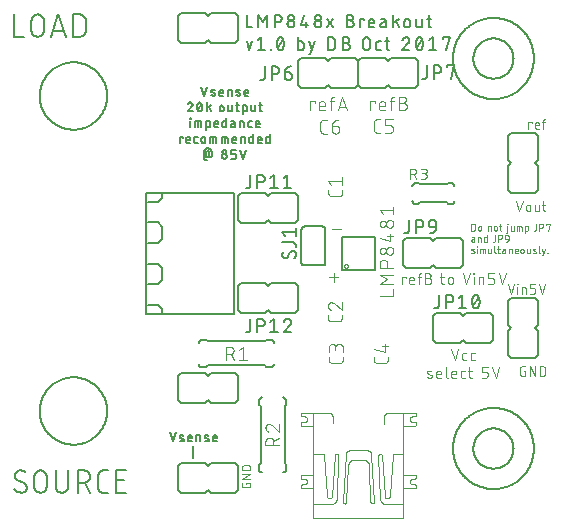
<source format=gto>
G75*
%MOIN*%
%OFA0B0*%
%FSLAX25Y25*%
%IPPOS*%
%LPD*%
%AMOC8*
5,1,8,0,0,1.08239X$1,22.5*
%
%ADD10C,0.00400*%
%ADD11C,0.00300*%
%ADD12C,0.00600*%
%ADD13C,0.00500*%
%ADD14C,0.00200*%
%ADD15C,0.00800*%
D10*
X0077769Y0053666D02*
X0077769Y0058266D01*
X0079047Y0058266D01*
X0079117Y0058264D01*
X0079188Y0058258D01*
X0079257Y0058249D01*
X0079326Y0058235D01*
X0079395Y0058218D01*
X0079462Y0058197D01*
X0079528Y0058172D01*
X0079592Y0058144D01*
X0079655Y0058112D01*
X0079716Y0058077D01*
X0079775Y0058038D01*
X0079832Y0057997D01*
X0079886Y0057952D01*
X0079938Y0057904D01*
X0079987Y0057854D01*
X0080034Y0057800D01*
X0080077Y0057745D01*
X0080117Y0057687D01*
X0080154Y0057627D01*
X0080187Y0057565D01*
X0080217Y0057501D01*
X0080244Y0057436D01*
X0080267Y0057370D01*
X0080286Y0057302D01*
X0080301Y0057233D01*
X0080313Y0057164D01*
X0080321Y0057094D01*
X0080325Y0057023D01*
X0080325Y0056953D01*
X0080321Y0056882D01*
X0080313Y0056812D01*
X0080301Y0056743D01*
X0080286Y0056674D01*
X0080267Y0056606D01*
X0080244Y0056540D01*
X0080217Y0056475D01*
X0080187Y0056411D01*
X0080154Y0056349D01*
X0080117Y0056289D01*
X0080077Y0056231D01*
X0080034Y0056176D01*
X0079987Y0056122D01*
X0079938Y0056072D01*
X0079886Y0056024D01*
X0079832Y0055979D01*
X0079775Y0055938D01*
X0079716Y0055899D01*
X0079655Y0055864D01*
X0079592Y0055832D01*
X0079528Y0055804D01*
X0079462Y0055779D01*
X0079395Y0055758D01*
X0079326Y0055741D01*
X0079257Y0055727D01*
X0079188Y0055718D01*
X0079117Y0055712D01*
X0079047Y0055710D01*
X0077769Y0055710D01*
X0079302Y0055710D02*
X0080324Y0053666D01*
X0082240Y0053666D02*
X0084795Y0053666D01*
X0083518Y0053666D02*
X0083518Y0058266D01*
X0082240Y0057244D01*
X0103316Y0036248D02*
X0107014Y0036248D01*
X0106958Y0036247D02*
X0111925Y0036247D01*
X0111926Y0036248D02*
X0111998Y0036246D01*
X0112071Y0036241D01*
X0112143Y0036232D01*
X0112215Y0036219D01*
X0112285Y0036202D01*
X0112355Y0036182D01*
X0112424Y0036159D01*
X0112492Y0036132D01*
X0112558Y0036101D01*
X0112622Y0036068D01*
X0112685Y0036031D01*
X0112746Y0035991D01*
X0112804Y0035948D01*
X0112861Y0035902D01*
X0112915Y0035853D01*
X0112966Y0035802D01*
X0113015Y0035748D01*
X0113061Y0035691D01*
X0113104Y0035633D01*
X0113144Y0035572D01*
X0113181Y0035509D01*
X0113214Y0035445D01*
X0113245Y0035379D01*
X0113272Y0035311D01*
X0113295Y0035242D01*
X0113315Y0035172D01*
X0113332Y0035102D01*
X0113345Y0035030D01*
X0113354Y0034958D01*
X0113359Y0034885D01*
X0113361Y0034813D01*
X0113360Y0034812D02*
X0113360Y0032715D01*
X0106958Y0031832D02*
X0103260Y0031832D01*
X0103261Y0031832D02*
X0103213Y0031834D01*
X0103165Y0031839D01*
X0103119Y0031849D01*
X0103073Y0031861D01*
X0103028Y0031878D01*
X0102984Y0031898D01*
X0102943Y0031921D01*
X0102903Y0031948D01*
X0102865Y0031977D01*
X0102830Y0032010D01*
X0102798Y0032045D01*
X0102768Y0032082D01*
X0102742Y0032122D01*
X0102719Y0032164D01*
X0102699Y0032207D01*
X0102682Y0032252D01*
X0102669Y0032298D01*
X0102660Y0032345D01*
X0102655Y0032392D01*
X0102653Y0032440D01*
X0102653Y0032439D01*
X0102654Y0032439D02*
X0102656Y0032488D01*
X0102661Y0032538D01*
X0102671Y0032586D01*
X0102683Y0032634D01*
X0102700Y0032681D01*
X0102720Y0032726D01*
X0102743Y0032770D01*
X0102769Y0032812D01*
X0102798Y0032852D01*
X0102831Y0032889D01*
X0102866Y0032924D01*
X0102903Y0032957D01*
X0102943Y0032986D01*
X0102985Y0033012D01*
X0103029Y0033035D01*
X0103074Y0033055D01*
X0103121Y0033072D01*
X0103169Y0033084D01*
X0103217Y0033094D01*
X0103267Y0033099D01*
X0103316Y0033101D01*
X0103316Y0033102D02*
X0103923Y0033102D01*
X0103981Y0033104D01*
X0104038Y0033110D01*
X0104095Y0033119D01*
X0104152Y0033132D01*
X0104207Y0033149D01*
X0104261Y0033169D01*
X0104314Y0033193D01*
X0104365Y0033220D01*
X0104414Y0033251D01*
X0104461Y0033284D01*
X0104505Y0033321D01*
X0104547Y0033361D01*
X0104587Y0033403D01*
X0104624Y0033447D01*
X0104657Y0033494D01*
X0104688Y0033544D01*
X0104715Y0033594D01*
X0104739Y0033647D01*
X0104759Y0033701D01*
X0104776Y0033756D01*
X0104789Y0033813D01*
X0104798Y0033870D01*
X0104804Y0033927D01*
X0104806Y0033985D01*
X0104806Y0034095D01*
X0104806Y0034096D02*
X0104804Y0034153D01*
X0104798Y0034211D01*
X0104789Y0034268D01*
X0104776Y0034324D01*
X0104759Y0034380D01*
X0104739Y0034434D01*
X0104715Y0034486D01*
X0104688Y0034537D01*
X0104657Y0034586D01*
X0104624Y0034633D01*
X0104587Y0034678D01*
X0104547Y0034720D01*
X0104505Y0034760D01*
X0104460Y0034797D01*
X0104413Y0034830D01*
X0104364Y0034861D01*
X0104313Y0034888D01*
X0104261Y0034912D01*
X0104207Y0034932D01*
X0104151Y0034949D01*
X0104095Y0034962D01*
X0104038Y0034971D01*
X0103980Y0034977D01*
X0103923Y0034979D01*
X0103923Y0034978D02*
X0103260Y0034978D01*
X0103212Y0034980D01*
X0103165Y0034985D01*
X0103118Y0034995D01*
X0103072Y0035008D01*
X0103028Y0035024D01*
X0102984Y0035044D01*
X0102943Y0035067D01*
X0102903Y0035094D01*
X0102866Y0035123D01*
X0102831Y0035156D01*
X0102798Y0035191D01*
X0102769Y0035228D01*
X0102742Y0035268D01*
X0102719Y0035309D01*
X0102699Y0035353D01*
X0102683Y0035397D01*
X0102670Y0035443D01*
X0102660Y0035490D01*
X0102655Y0035537D01*
X0102653Y0035585D01*
X0102654Y0035585D02*
X0102656Y0035634D01*
X0102661Y0035684D01*
X0102671Y0035732D01*
X0102683Y0035780D01*
X0102700Y0035827D01*
X0102720Y0035872D01*
X0102743Y0035916D01*
X0102769Y0035958D01*
X0102798Y0035998D01*
X0102831Y0036035D01*
X0102866Y0036070D01*
X0102903Y0036103D01*
X0102943Y0036132D01*
X0102985Y0036158D01*
X0103029Y0036181D01*
X0103074Y0036201D01*
X0103121Y0036218D01*
X0103169Y0036230D01*
X0103217Y0036240D01*
X0103267Y0036245D01*
X0103316Y0036247D01*
X0106958Y0036247D02*
X0106958Y0001200D01*
X0136928Y0001200D01*
X0136928Y0015439D01*
X0140626Y0015439D01*
X0140674Y0015437D01*
X0140721Y0015432D01*
X0140768Y0015423D01*
X0140814Y0015410D01*
X0140859Y0015393D01*
X0140902Y0015373D01*
X0140944Y0015350D01*
X0140983Y0015324D01*
X0141021Y0015294D01*
X0141056Y0015262D01*
X0141088Y0015227D01*
X0141118Y0015189D01*
X0141144Y0015149D01*
X0141168Y0015108D01*
X0141187Y0015064D01*
X0141204Y0015020D01*
X0141217Y0014974D01*
X0141226Y0014927D01*
X0141231Y0014879D01*
X0141233Y0014832D01*
X0141233Y0014832D01*
X0141231Y0014783D01*
X0141226Y0014733D01*
X0141216Y0014685D01*
X0141204Y0014637D01*
X0141187Y0014590D01*
X0141167Y0014545D01*
X0141144Y0014501D01*
X0141118Y0014459D01*
X0141089Y0014419D01*
X0141056Y0014382D01*
X0141021Y0014347D01*
X0140984Y0014314D01*
X0140944Y0014285D01*
X0140902Y0014259D01*
X0140858Y0014236D01*
X0140813Y0014216D01*
X0140766Y0014199D01*
X0140718Y0014187D01*
X0140670Y0014177D01*
X0140620Y0014172D01*
X0140571Y0014170D01*
X0139964Y0014170D01*
X0139906Y0014168D01*
X0139849Y0014163D01*
X0139792Y0014153D01*
X0139735Y0014140D01*
X0139680Y0014123D01*
X0139626Y0014103D01*
X0139573Y0014079D01*
X0139522Y0014052D01*
X0139473Y0014021D01*
X0139426Y0013988D01*
X0139382Y0013951D01*
X0139339Y0013912D01*
X0139300Y0013869D01*
X0139263Y0013825D01*
X0139230Y0013778D01*
X0139199Y0013729D01*
X0139172Y0013678D01*
X0139148Y0013625D01*
X0139128Y0013571D01*
X0139111Y0013516D01*
X0139098Y0013459D01*
X0139088Y0013402D01*
X0139083Y0013345D01*
X0139081Y0013287D01*
X0139080Y0013287D02*
X0139080Y0013176D01*
X0139081Y0013177D02*
X0139083Y0013119D01*
X0139089Y0013061D01*
X0139098Y0013004D01*
X0139111Y0012948D01*
X0139128Y0012893D01*
X0139148Y0012839D01*
X0139172Y0012786D01*
X0139199Y0012735D01*
X0139230Y0012686D01*
X0139264Y0012639D01*
X0139300Y0012595D01*
X0139340Y0012553D01*
X0139382Y0012513D01*
X0139426Y0012477D01*
X0139473Y0012443D01*
X0139522Y0012412D01*
X0139573Y0012385D01*
X0139626Y0012361D01*
X0139680Y0012341D01*
X0139735Y0012324D01*
X0139791Y0012311D01*
X0139848Y0012302D01*
X0139906Y0012296D01*
X0139964Y0012294D01*
X0139964Y0012293D02*
X0140626Y0012293D01*
X0140674Y0012291D01*
X0140721Y0012286D01*
X0140768Y0012276D01*
X0140814Y0012263D01*
X0140858Y0012247D01*
X0140902Y0012227D01*
X0140943Y0012204D01*
X0140983Y0012177D01*
X0141020Y0012148D01*
X0141055Y0012115D01*
X0141088Y0012080D01*
X0141117Y0012043D01*
X0141144Y0012003D01*
X0141167Y0011962D01*
X0141187Y0011918D01*
X0141203Y0011874D01*
X0141216Y0011828D01*
X0141226Y0011781D01*
X0141231Y0011734D01*
X0141233Y0011686D01*
X0141231Y0011637D01*
X0141226Y0011587D01*
X0141216Y0011539D01*
X0141204Y0011491D01*
X0141187Y0011444D01*
X0141167Y0011399D01*
X0141144Y0011355D01*
X0141118Y0011313D01*
X0141089Y0011273D01*
X0141056Y0011236D01*
X0141021Y0011201D01*
X0140984Y0011168D01*
X0140944Y0011139D01*
X0140902Y0011113D01*
X0140858Y0011090D01*
X0140813Y0011070D01*
X0140766Y0011053D01*
X0140718Y0011041D01*
X0140670Y0011031D01*
X0140620Y0011026D01*
X0140571Y0011024D01*
X0137149Y0011024D01*
X0136707Y0005892D02*
X0130636Y0005892D01*
X0130563Y0005894D01*
X0130491Y0005900D01*
X0130420Y0005909D01*
X0130349Y0005922D01*
X0130279Y0005939D01*
X0130209Y0005960D01*
X0130141Y0005984D01*
X0130075Y0006011D01*
X0130009Y0006042D01*
X0129946Y0006077D01*
X0129884Y0006115D01*
X0129825Y0006156D01*
X0129767Y0006200D01*
X0129713Y0006246D01*
X0129660Y0006296D01*
X0129610Y0006349D01*
X0129564Y0006403D01*
X0129520Y0006461D01*
X0129479Y0006520D01*
X0129441Y0006582D01*
X0129406Y0006645D01*
X0129375Y0006711D01*
X0129348Y0006777D01*
X0129324Y0006845D01*
X0129303Y0006915D01*
X0129286Y0006985D01*
X0129273Y0007056D01*
X0129264Y0007127D01*
X0129258Y0007199D01*
X0129256Y0007272D01*
X0129256Y0007437D01*
X0128594Y0021898D01*
X0128593Y0021946D01*
X0128597Y0021993D01*
X0128605Y0022040D01*
X0128616Y0022087D01*
X0128632Y0022132D01*
X0128651Y0022176D01*
X0128673Y0022218D01*
X0128699Y0022259D01*
X0128729Y0022297D01*
X0128761Y0022332D01*
X0128796Y0022365D01*
X0128833Y0022394D01*
X0128873Y0022421D01*
X0128915Y0022444D01*
X0128959Y0022463D01*
X0129004Y0022479D01*
X0129051Y0022491D01*
X0129098Y0022499D01*
X0129145Y0022503D01*
X0129193Y0022504D01*
X0129241Y0022500D01*
X0129288Y0022492D01*
X0129335Y0022481D01*
X0129380Y0022466D01*
X0129424Y0022447D01*
X0129466Y0022424D01*
X0129507Y0022398D01*
X0129545Y0022369D01*
X0129580Y0022337D01*
X0129613Y0022302D01*
X0129643Y0022265D01*
X0129669Y0022225D01*
X0129692Y0022183D01*
X0129712Y0022139D01*
X0129728Y0022094D01*
X0129740Y0022048D01*
X0129748Y0022000D01*
X0129752Y0021953D01*
X0129753Y0021953D02*
X0130636Y0008596D01*
X0130642Y0008535D01*
X0130652Y0008474D01*
X0130666Y0008414D01*
X0130684Y0008354D01*
X0130705Y0008296D01*
X0130730Y0008240D01*
X0130759Y0008185D01*
X0130791Y0008132D01*
X0130826Y0008082D01*
X0130864Y0008033D01*
X0130906Y0007988D01*
X0130950Y0007945D01*
X0130997Y0007905D01*
X0131047Y0007868D01*
X0131098Y0007834D01*
X0131152Y0007803D01*
X0131208Y0007777D01*
X0131265Y0007753D01*
X0131324Y0007734D01*
X0131383Y0007718D01*
X0131444Y0007706D01*
X0131505Y0007698D01*
X0131567Y0007694D01*
X0131629Y0007693D01*
X0131690Y0007697D01*
X0131752Y0007705D01*
X0131812Y0007716D01*
X0131872Y0007732D01*
X0131931Y0007751D01*
X0131988Y0007774D01*
X0132044Y0007800D01*
X0132098Y0007830D01*
X0132150Y0007864D01*
X0132200Y0007900D01*
X0132247Y0007940D01*
X0132291Y0007983D01*
X0132333Y0008028D01*
X0132372Y0008076D01*
X0132408Y0008127D01*
X0132440Y0008179D01*
X0132469Y0008234D01*
X0132495Y0008290D01*
X0132516Y0008348D01*
X0132534Y0008407D01*
X0132549Y0008467D01*
X0132559Y0008528D01*
X0132565Y0008590D01*
X0132568Y0008651D01*
X0133451Y0022063D01*
X0133455Y0022104D01*
X0133463Y0022144D01*
X0133475Y0022183D01*
X0133489Y0022221D01*
X0133507Y0022258D01*
X0133528Y0022293D01*
X0133552Y0022326D01*
X0133579Y0022357D01*
X0133609Y0022385D01*
X0133640Y0022411D01*
X0133674Y0022434D01*
X0133710Y0022454D01*
X0133747Y0022471D01*
X0133785Y0022485D01*
X0133825Y0022495D01*
X0133865Y0022501D01*
X0133906Y0022505D01*
X0133947Y0022504D01*
X0133947Y0022505D02*
X0136707Y0022505D01*
X0136928Y0015439D02*
X0136928Y0036247D01*
X0140626Y0036247D01*
X0140674Y0036245D01*
X0140721Y0036240D01*
X0140768Y0036231D01*
X0140814Y0036218D01*
X0140859Y0036201D01*
X0140902Y0036181D01*
X0140944Y0036158D01*
X0140983Y0036132D01*
X0141021Y0036102D01*
X0141056Y0036070D01*
X0141088Y0036035D01*
X0141118Y0035997D01*
X0141144Y0035957D01*
X0141168Y0035916D01*
X0141187Y0035872D01*
X0141204Y0035828D01*
X0141217Y0035782D01*
X0141226Y0035735D01*
X0141231Y0035687D01*
X0141233Y0035640D01*
X0141233Y0035640D01*
X0141231Y0035591D01*
X0141226Y0035541D01*
X0141216Y0035493D01*
X0141204Y0035445D01*
X0141187Y0035398D01*
X0141167Y0035353D01*
X0141144Y0035309D01*
X0141118Y0035267D01*
X0141089Y0035227D01*
X0141056Y0035190D01*
X0141021Y0035155D01*
X0140984Y0035122D01*
X0140944Y0035093D01*
X0140902Y0035067D01*
X0140858Y0035044D01*
X0140813Y0035024D01*
X0140766Y0035007D01*
X0140718Y0034995D01*
X0140670Y0034985D01*
X0140620Y0034980D01*
X0140571Y0034978D01*
X0139964Y0034978D01*
X0139963Y0034978D02*
X0139905Y0034976D01*
X0139848Y0034971D01*
X0139791Y0034961D01*
X0139734Y0034948D01*
X0139679Y0034931D01*
X0139625Y0034911D01*
X0139572Y0034887D01*
X0139521Y0034860D01*
X0139472Y0034830D01*
X0139425Y0034796D01*
X0139381Y0034759D01*
X0139338Y0034720D01*
X0139299Y0034677D01*
X0139262Y0034633D01*
X0139228Y0034586D01*
X0139198Y0034537D01*
X0139171Y0034486D01*
X0139147Y0034433D01*
X0139127Y0034379D01*
X0139110Y0034324D01*
X0139097Y0034267D01*
X0139087Y0034210D01*
X0139082Y0034153D01*
X0139080Y0034095D01*
X0139080Y0033984D01*
X0139081Y0033984D02*
X0139083Y0033926D01*
X0139089Y0033869D01*
X0139098Y0033812D01*
X0139111Y0033755D01*
X0139128Y0033700D01*
X0139148Y0033646D01*
X0139172Y0033593D01*
X0139199Y0033543D01*
X0139230Y0033493D01*
X0139263Y0033446D01*
X0139300Y0033402D01*
X0139340Y0033360D01*
X0139382Y0033320D01*
X0139426Y0033283D01*
X0139473Y0033250D01*
X0139523Y0033219D01*
X0139573Y0033192D01*
X0139626Y0033168D01*
X0139680Y0033148D01*
X0139735Y0033131D01*
X0139792Y0033118D01*
X0139849Y0033109D01*
X0139906Y0033103D01*
X0139964Y0033101D01*
X0140626Y0033101D01*
X0140674Y0033099D01*
X0140721Y0033094D01*
X0140768Y0033084D01*
X0140814Y0033071D01*
X0140858Y0033055D01*
X0140902Y0033035D01*
X0140943Y0033012D01*
X0140983Y0032985D01*
X0141020Y0032956D01*
X0141055Y0032923D01*
X0141088Y0032888D01*
X0141117Y0032851D01*
X0141144Y0032811D01*
X0141167Y0032770D01*
X0141187Y0032726D01*
X0141203Y0032682D01*
X0141216Y0032636D01*
X0141226Y0032589D01*
X0141231Y0032542D01*
X0141233Y0032494D01*
X0141231Y0032445D01*
X0141226Y0032395D01*
X0141216Y0032347D01*
X0141204Y0032299D01*
X0141187Y0032252D01*
X0141167Y0032207D01*
X0141144Y0032163D01*
X0141118Y0032121D01*
X0141089Y0032081D01*
X0141056Y0032044D01*
X0141021Y0032009D01*
X0140984Y0031976D01*
X0140944Y0031947D01*
X0140902Y0031921D01*
X0140858Y0031898D01*
X0140813Y0031878D01*
X0140766Y0031861D01*
X0140718Y0031849D01*
X0140670Y0031839D01*
X0140620Y0031834D01*
X0140571Y0031832D01*
X0137149Y0031832D01*
X0131905Y0036248D02*
X0131833Y0036246D01*
X0131761Y0036240D01*
X0131689Y0036231D01*
X0131618Y0036218D01*
X0131548Y0036201D01*
X0131479Y0036181D01*
X0131411Y0036156D01*
X0131344Y0036129D01*
X0131279Y0036098D01*
X0131215Y0036063D01*
X0131153Y0036025D01*
X0131094Y0035984D01*
X0131037Y0035940D01*
X0130982Y0035894D01*
X0130929Y0035844D01*
X0130879Y0035791D01*
X0130833Y0035736D01*
X0130789Y0035679D01*
X0130748Y0035620D01*
X0130710Y0035558D01*
X0130675Y0035494D01*
X0130644Y0035429D01*
X0130617Y0035362D01*
X0130592Y0035294D01*
X0130572Y0035225D01*
X0130555Y0035155D01*
X0130542Y0035084D01*
X0130533Y0035012D01*
X0130527Y0034940D01*
X0130525Y0034868D01*
X0130525Y0034867D02*
X0130525Y0032549D01*
X0131905Y0036247D02*
X0136928Y0036247D01*
X0145254Y0050256D02*
X0145347Y0050253D01*
X0145440Y0050246D01*
X0145532Y0050235D01*
X0145624Y0050220D01*
X0145715Y0050202D01*
X0145805Y0050180D01*
X0145894Y0050154D01*
X0145982Y0050125D01*
X0146069Y0050092D01*
X0146154Y0050056D01*
X0145254Y0050257D02*
X0145209Y0050256D01*
X0145165Y0050250D01*
X0145121Y0050241D01*
X0145078Y0050229D01*
X0145036Y0050212D01*
X0144995Y0050192D01*
X0144957Y0050168D01*
X0144921Y0050142D01*
X0144887Y0050112D01*
X0144856Y0050079D01*
X0144828Y0050044D01*
X0144803Y0050007D01*
X0144781Y0049967D01*
X0144763Y0049926D01*
X0144749Y0049883D01*
X0144738Y0049840D01*
X0144731Y0049795D01*
X0144728Y0049750D01*
X0144729Y0049705D01*
X0144734Y0049661D01*
X0144742Y0049617D01*
X0144755Y0049573D01*
X0144771Y0049531D01*
X0144791Y0049491D01*
X0144814Y0049452D01*
X0144840Y0049416D01*
X0144870Y0049382D01*
X0144902Y0049350D01*
X0144937Y0049322D01*
X0144974Y0049297D01*
X0145013Y0049275D01*
X0145054Y0049256D01*
X0145055Y0049256D02*
X0146055Y0048856D01*
X0146055Y0048857D02*
X0146096Y0048838D01*
X0146135Y0048816D01*
X0146172Y0048791D01*
X0146207Y0048763D01*
X0146239Y0048731D01*
X0146269Y0048697D01*
X0146295Y0048661D01*
X0146318Y0048622D01*
X0146338Y0048582D01*
X0146354Y0048540D01*
X0146367Y0048496D01*
X0146375Y0048452D01*
X0146380Y0048408D01*
X0146381Y0048363D01*
X0146378Y0048318D01*
X0146371Y0048273D01*
X0146360Y0048230D01*
X0146346Y0048187D01*
X0146328Y0048146D01*
X0146306Y0048106D01*
X0146281Y0048069D01*
X0146253Y0048034D01*
X0146222Y0048001D01*
X0146188Y0047971D01*
X0146152Y0047945D01*
X0146114Y0047921D01*
X0146073Y0047901D01*
X0146031Y0047884D01*
X0145988Y0047872D01*
X0145944Y0047863D01*
X0145900Y0047857D01*
X0145855Y0047856D01*
X0147875Y0048456D02*
X0147875Y0049456D01*
X0147875Y0049056D02*
X0149475Y0049056D01*
X0149475Y0049456D01*
X0149473Y0049512D01*
X0149467Y0049567D01*
X0149458Y0049622D01*
X0149444Y0049677D01*
X0149427Y0049730D01*
X0149406Y0049781D01*
X0149381Y0049832D01*
X0149353Y0049880D01*
X0149322Y0049926D01*
X0149288Y0049970D01*
X0149250Y0050012D01*
X0149210Y0050051D01*
X0149168Y0050086D01*
X0149122Y0050119D01*
X0149075Y0050149D01*
X0149026Y0050175D01*
X0148975Y0050198D01*
X0148922Y0050217D01*
X0148869Y0050232D01*
X0148814Y0050244D01*
X0148759Y0050252D01*
X0148703Y0050256D01*
X0148647Y0050256D01*
X0148591Y0050252D01*
X0148536Y0050244D01*
X0148481Y0050232D01*
X0148428Y0050217D01*
X0148375Y0050198D01*
X0148324Y0050175D01*
X0148275Y0050149D01*
X0148228Y0050119D01*
X0148182Y0050086D01*
X0148140Y0050051D01*
X0148100Y0050012D01*
X0148062Y0049970D01*
X0148028Y0049926D01*
X0147997Y0049880D01*
X0147969Y0049832D01*
X0147944Y0049781D01*
X0147923Y0049730D01*
X0147906Y0049677D01*
X0147892Y0049622D01*
X0147883Y0049567D01*
X0147877Y0049512D01*
X0147875Y0049456D01*
X0147875Y0048456D02*
X0147877Y0048409D01*
X0147882Y0048362D01*
X0147892Y0048316D01*
X0147904Y0048271D01*
X0147921Y0048226D01*
X0147940Y0048184D01*
X0147963Y0048143D01*
X0147990Y0048103D01*
X0148019Y0048066D01*
X0148051Y0048032D01*
X0148085Y0048000D01*
X0148122Y0047971D01*
X0148162Y0047944D01*
X0148203Y0047921D01*
X0148245Y0047902D01*
X0148290Y0047885D01*
X0148335Y0047873D01*
X0148381Y0047863D01*
X0148428Y0047858D01*
X0148475Y0047856D01*
X0149475Y0047856D01*
X0151033Y0048456D02*
X0151033Y0051456D01*
X0152915Y0049456D02*
X0152915Y0048456D01*
X0152917Y0048409D01*
X0152922Y0048362D01*
X0152932Y0048316D01*
X0152944Y0048271D01*
X0152961Y0048226D01*
X0152980Y0048184D01*
X0153003Y0048143D01*
X0153030Y0048103D01*
X0153059Y0048066D01*
X0153091Y0048032D01*
X0153125Y0048000D01*
X0153162Y0047971D01*
X0153202Y0047944D01*
X0153243Y0047921D01*
X0153285Y0047902D01*
X0153330Y0047885D01*
X0153375Y0047873D01*
X0153421Y0047863D01*
X0153468Y0047858D01*
X0153515Y0047856D01*
X0154515Y0047856D01*
X0154515Y0049056D02*
X0152915Y0049056D01*
X0152915Y0049456D02*
X0152917Y0049512D01*
X0152923Y0049567D01*
X0152932Y0049622D01*
X0152946Y0049677D01*
X0152963Y0049730D01*
X0152984Y0049781D01*
X0153009Y0049832D01*
X0153037Y0049880D01*
X0153068Y0049926D01*
X0153102Y0049970D01*
X0153140Y0050012D01*
X0153180Y0050051D01*
X0153222Y0050086D01*
X0153268Y0050119D01*
X0153315Y0050149D01*
X0153364Y0050175D01*
X0153415Y0050198D01*
X0153468Y0050217D01*
X0153521Y0050232D01*
X0153576Y0050244D01*
X0153631Y0050252D01*
X0153687Y0050256D01*
X0153743Y0050256D01*
X0153799Y0050252D01*
X0153854Y0050244D01*
X0153909Y0050232D01*
X0153962Y0050217D01*
X0154015Y0050198D01*
X0154066Y0050175D01*
X0154115Y0050149D01*
X0154162Y0050119D01*
X0154208Y0050086D01*
X0154250Y0050051D01*
X0154290Y0050012D01*
X0154328Y0049970D01*
X0154362Y0049926D01*
X0154393Y0049880D01*
X0154421Y0049832D01*
X0154446Y0049781D01*
X0154467Y0049730D01*
X0154484Y0049677D01*
X0154498Y0049622D01*
X0154507Y0049567D01*
X0154513Y0049512D01*
X0154515Y0049456D01*
X0154515Y0049056D01*
X0156039Y0048456D02*
X0156039Y0049656D01*
X0156041Y0049703D01*
X0156046Y0049750D01*
X0156056Y0049796D01*
X0156068Y0049841D01*
X0156085Y0049886D01*
X0156104Y0049928D01*
X0156127Y0049969D01*
X0156154Y0050009D01*
X0156183Y0050046D01*
X0156215Y0050080D01*
X0156249Y0050112D01*
X0156286Y0050141D01*
X0156326Y0050168D01*
X0156367Y0050191D01*
X0156409Y0050210D01*
X0156454Y0050227D01*
X0156499Y0050239D01*
X0156545Y0050249D01*
X0156592Y0050254D01*
X0156639Y0050256D01*
X0157439Y0050256D01*
X0158482Y0050256D02*
X0159682Y0050256D01*
X0158882Y0051456D02*
X0158882Y0048456D01*
X0158884Y0048409D01*
X0158889Y0048362D01*
X0158899Y0048316D01*
X0158911Y0048271D01*
X0158928Y0048226D01*
X0158947Y0048184D01*
X0158970Y0048143D01*
X0158997Y0048103D01*
X0159026Y0048066D01*
X0159058Y0048032D01*
X0159092Y0048000D01*
X0159129Y0047971D01*
X0159169Y0047944D01*
X0159210Y0047921D01*
X0159252Y0047902D01*
X0159297Y0047885D01*
X0159342Y0047873D01*
X0159388Y0047863D01*
X0159435Y0047858D01*
X0159482Y0047856D01*
X0159682Y0047856D01*
X0157439Y0047856D02*
X0156639Y0047856D01*
X0156592Y0047858D01*
X0156545Y0047863D01*
X0156499Y0047873D01*
X0156454Y0047885D01*
X0156409Y0047902D01*
X0156367Y0047921D01*
X0156326Y0047944D01*
X0156286Y0047971D01*
X0156249Y0048000D01*
X0156215Y0048032D01*
X0156183Y0048066D01*
X0156154Y0048103D01*
X0156127Y0048143D01*
X0156104Y0048184D01*
X0156085Y0048226D01*
X0156068Y0048271D01*
X0156056Y0048316D01*
X0156046Y0048362D01*
X0156041Y0048409D01*
X0156039Y0048456D01*
X0151633Y0047856D02*
X0151586Y0047858D01*
X0151539Y0047863D01*
X0151493Y0047873D01*
X0151448Y0047885D01*
X0151403Y0047902D01*
X0151361Y0047921D01*
X0151320Y0047944D01*
X0151280Y0047971D01*
X0151243Y0048000D01*
X0151209Y0048032D01*
X0151177Y0048066D01*
X0151148Y0048103D01*
X0151121Y0048143D01*
X0151098Y0048184D01*
X0151079Y0048226D01*
X0151062Y0048271D01*
X0151050Y0048316D01*
X0151040Y0048362D01*
X0151035Y0048409D01*
X0151033Y0048456D01*
X0145855Y0047856D02*
X0145742Y0047860D01*
X0145630Y0047867D01*
X0145518Y0047878D01*
X0145407Y0047892D01*
X0145296Y0047911D01*
X0145186Y0047933D01*
X0145077Y0047958D01*
X0144968Y0047987D01*
X0144861Y0048020D01*
X0144754Y0048056D01*
X0153982Y0053856D02*
X0155182Y0057456D01*
X0156547Y0055656D02*
X0156547Y0054456D01*
X0156549Y0054409D01*
X0156554Y0054362D01*
X0156564Y0054316D01*
X0156576Y0054271D01*
X0156593Y0054226D01*
X0156612Y0054184D01*
X0156635Y0054143D01*
X0156662Y0054103D01*
X0156691Y0054066D01*
X0156723Y0054032D01*
X0156757Y0054000D01*
X0156794Y0053971D01*
X0156834Y0053944D01*
X0156875Y0053921D01*
X0156917Y0053902D01*
X0156962Y0053885D01*
X0157007Y0053873D01*
X0157053Y0053863D01*
X0157100Y0053858D01*
X0157147Y0053856D01*
X0157947Y0053856D01*
X0159307Y0054456D02*
X0159307Y0055656D01*
X0159309Y0055703D01*
X0159314Y0055750D01*
X0159324Y0055796D01*
X0159336Y0055841D01*
X0159353Y0055886D01*
X0159372Y0055928D01*
X0159395Y0055969D01*
X0159422Y0056009D01*
X0159451Y0056046D01*
X0159483Y0056080D01*
X0159517Y0056112D01*
X0159554Y0056141D01*
X0159594Y0056168D01*
X0159635Y0056191D01*
X0159677Y0056210D01*
X0159722Y0056227D01*
X0159767Y0056239D01*
X0159813Y0056249D01*
X0159860Y0056254D01*
X0159907Y0056256D01*
X0160707Y0056256D01*
X0159307Y0054456D02*
X0159309Y0054409D01*
X0159314Y0054362D01*
X0159324Y0054316D01*
X0159336Y0054271D01*
X0159353Y0054226D01*
X0159372Y0054184D01*
X0159395Y0054143D01*
X0159422Y0054103D01*
X0159451Y0054066D01*
X0159483Y0054032D01*
X0159517Y0054000D01*
X0159554Y0053971D01*
X0159594Y0053944D01*
X0159635Y0053921D01*
X0159677Y0053902D01*
X0159722Y0053885D01*
X0159767Y0053873D01*
X0159813Y0053863D01*
X0159860Y0053858D01*
X0159907Y0053856D01*
X0160707Y0053856D01*
X0163034Y0051456D02*
X0165034Y0051456D01*
X0166434Y0051456D02*
X0167634Y0047856D01*
X0168834Y0051456D01*
X0165034Y0049056D02*
X0165034Y0048656D01*
X0165032Y0048601D01*
X0165027Y0048547D01*
X0165017Y0048493D01*
X0165004Y0048440D01*
X0164988Y0048388D01*
X0164968Y0048337D01*
X0164944Y0048288D01*
X0164918Y0048240D01*
X0164888Y0048195D01*
X0164855Y0048151D01*
X0164819Y0048110D01*
X0164780Y0048071D01*
X0164739Y0048035D01*
X0164695Y0048002D01*
X0164650Y0047972D01*
X0164602Y0047946D01*
X0164553Y0047922D01*
X0164502Y0047902D01*
X0164450Y0047886D01*
X0164397Y0047873D01*
X0164343Y0047863D01*
X0164289Y0047858D01*
X0164234Y0047856D01*
X0163034Y0047856D01*
X0165034Y0049056D02*
X0165032Y0049111D01*
X0165027Y0049165D01*
X0165017Y0049219D01*
X0165004Y0049272D01*
X0164988Y0049324D01*
X0164968Y0049375D01*
X0164944Y0049424D01*
X0164918Y0049472D01*
X0164888Y0049517D01*
X0164855Y0049561D01*
X0164819Y0049602D01*
X0164780Y0049641D01*
X0164739Y0049677D01*
X0164695Y0049710D01*
X0164650Y0049740D01*
X0164602Y0049766D01*
X0164553Y0049790D01*
X0164502Y0049810D01*
X0164450Y0049826D01*
X0164397Y0049839D01*
X0164343Y0049849D01*
X0164289Y0049854D01*
X0164234Y0049856D01*
X0163034Y0049856D01*
X0163034Y0051456D01*
X0157147Y0056256D02*
X0157100Y0056254D01*
X0157053Y0056249D01*
X0157007Y0056239D01*
X0156962Y0056227D01*
X0156917Y0056210D01*
X0156875Y0056191D01*
X0156834Y0056168D01*
X0156794Y0056141D01*
X0156757Y0056112D01*
X0156723Y0056080D01*
X0156691Y0056046D01*
X0156662Y0056009D01*
X0156635Y0055969D01*
X0156612Y0055928D01*
X0156593Y0055886D01*
X0156576Y0055841D01*
X0156564Y0055796D01*
X0156554Y0055750D01*
X0156549Y0055703D01*
X0156547Y0055656D01*
X0157147Y0056256D02*
X0157947Y0056256D01*
X0153982Y0053856D02*
X0152782Y0057456D01*
X0131737Y0058330D02*
X0129693Y0058330D01*
X0130715Y0059096D02*
X0130715Y0056541D01*
X0127137Y0057563D01*
X0127137Y0054822D02*
X0127137Y0053800D01*
X0127139Y0053738D01*
X0127144Y0053677D01*
X0127154Y0053616D01*
X0127167Y0053555D01*
X0127183Y0053496D01*
X0127203Y0053438D01*
X0127227Y0053381D01*
X0127254Y0053325D01*
X0127284Y0053271D01*
X0127318Y0053219D01*
X0127355Y0053170D01*
X0127394Y0053122D01*
X0127436Y0053077D01*
X0127481Y0053035D01*
X0127529Y0052995D01*
X0127578Y0052959D01*
X0127630Y0052925D01*
X0127684Y0052895D01*
X0127740Y0052868D01*
X0127797Y0052844D01*
X0127855Y0052824D01*
X0127914Y0052808D01*
X0127975Y0052795D01*
X0128036Y0052785D01*
X0128097Y0052780D01*
X0128159Y0052778D01*
X0130715Y0052778D01*
X0130777Y0052780D01*
X0130838Y0052785D01*
X0130899Y0052795D01*
X0130960Y0052808D01*
X0131019Y0052824D01*
X0131077Y0052844D01*
X0131134Y0052868D01*
X0131190Y0052895D01*
X0131244Y0052925D01*
X0131296Y0052959D01*
X0131345Y0052995D01*
X0131393Y0053035D01*
X0131438Y0053077D01*
X0131480Y0053122D01*
X0131520Y0053170D01*
X0131556Y0053219D01*
X0131590Y0053271D01*
X0131620Y0053325D01*
X0131647Y0053381D01*
X0131671Y0053438D01*
X0131691Y0053496D01*
X0131707Y0053555D01*
X0131720Y0053616D01*
X0131730Y0053677D01*
X0131735Y0053738D01*
X0131737Y0053800D01*
X0131737Y0054822D01*
X0116737Y0054822D02*
X0116737Y0053800D01*
X0116735Y0053738D01*
X0116730Y0053677D01*
X0116720Y0053616D01*
X0116707Y0053555D01*
X0116691Y0053496D01*
X0116671Y0053438D01*
X0116647Y0053381D01*
X0116620Y0053325D01*
X0116590Y0053271D01*
X0116556Y0053219D01*
X0116520Y0053170D01*
X0116480Y0053122D01*
X0116438Y0053077D01*
X0116393Y0053035D01*
X0116345Y0052995D01*
X0116296Y0052959D01*
X0116244Y0052925D01*
X0116190Y0052895D01*
X0116134Y0052868D01*
X0116077Y0052844D01*
X0116019Y0052824D01*
X0115960Y0052808D01*
X0115899Y0052795D01*
X0115838Y0052785D01*
X0115777Y0052780D01*
X0115715Y0052778D01*
X0113159Y0052778D01*
X0113097Y0052780D01*
X0113036Y0052785D01*
X0112975Y0052795D01*
X0112914Y0052808D01*
X0112855Y0052824D01*
X0112797Y0052844D01*
X0112740Y0052868D01*
X0112684Y0052895D01*
X0112630Y0052925D01*
X0112578Y0052959D01*
X0112529Y0052995D01*
X0112481Y0053035D01*
X0112436Y0053077D01*
X0112394Y0053122D01*
X0112355Y0053170D01*
X0112318Y0053219D01*
X0112284Y0053271D01*
X0112254Y0053325D01*
X0112227Y0053381D01*
X0112203Y0053438D01*
X0112183Y0053496D01*
X0112167Y0053555D01*
X0112154Y0053616D01*
X0112144Y0053677D01*
X0112139Y0053738D01*
X0112137Y0053800D01*
X0112137Y0054822D01*
X0112137Y0056541D02*
X0112137Y0058074D01*
X0112139Y0058137D01*
X0112145Y0058200D01*
X0112154Y0058262D01*
X0112168Y0058323D01*
X0112185Y0058384D01*
X0112206Y0058443D01*
X0112231Y0058501D01*
X0112259Y0058558D01*
X0112290Y0058612D01*
X0112325Y0058664D01*
X0112363Y0058715D01*
X0112404Y0058763D01*
X0112448Y0058808D01*
X0112494Y0058850D01*
X0112543Y0058890D01*
X0112594Y0058926D01*
X0112648Y0058959D01*
X0112703Y0058989D01*
X0112761Y0059015D01*
X0112819Y0059038D01*
X0112879Y0059057D01*
X0112940Y0059072D01*
X0113002Y0059084D01*
X0113065Y0059092D01*
X0113128Y0059096D01*
X0113190Y0059096D01*
X0113253Y0059092D01*
X0113316Y0059084D01*
X0113378Y0059072D01*
X0113439Y0059057D01*
X0113499Y0059038D01*
X0113557Y0059015D01*
X0113615Y0058989D01*
X0113670Y0058959D01*
X0113724Y0058926D01*
X0113775Y0058890D01*
X0113824Y0058850D01*
X0113870Y0058808D01*
X0113914Y0058763D01*
X0113955Y0058715D01*
X0113993Y0058664D01*
X0114028Y0058612D01*
X0114059Y0058558D01*
X0114087Y0058501D01*
X0114112Y0058443D01*
X0114133Y0058384D01*
X0114150Y0058323D01*
X0114164Y0058262D01*
X0114173Y0058200D01*
X0114179Y0058137D01*
X0114181Y0058074D01*
X0114181Y0057052D01*
X0114181Y0057819D02*
X0114183Y0057889D01*
X0114189Y0057960D01*
X0114198Y0058029D01*
X0114212Y0058098D01*
X0114229Y0058167D01*
X0114250Y0058234D01*
X0114275Y0058300D01*
X0114303Y0058364D01*
X0114335Y0058427D01*
X0114370Y0058488D01*
X0114409Y0058547D01*
X0114450Y0058604D01*
X0114495Y0058658D01*
X0114543Y0058710D01*
X0114593Y0058759D01*
X0114647Y0058806D01*
X0114702Y0058849D01*
X0114760Y0058889D01*
X0114820Y0058926D01*
X0114882Y0058959D01*
X0114946Y0058989D01*
X0115011Y0059016D01*
X0115077Y0059039D01*
X0115145Y0059058D01*
X0115214Y0059073D01*
X0115283Y0059085D01*
X0115353Y0059093D01*
X0115424Y0059097D01*
X0115494Y0059097D01*
X0115565Y0059093D01*
X0115635Y0059085D01*
X0115704Y0059073D01*
X0115773Y0059058D01*
X0115841Y0059039D01*
X0115907Y0059016D01*
X0115972Y0058989D01*
X0116036Y0058959D01*
X0116098Y0058926D01*
X0116158Y0058889D01*
X0116216Y0058849D01*
X0116271Y0058806D01*
X0116325Y0058759D01*
X0116375Y0058710D01*
X0116423Y0058658D01*
X0116468Y0058604D01*
X0116509Y0058547D01*
X0116548Y0058488D01*
X0116583Y0058427D01*
X0116615Y0058364D01*
X0116643Y0058300D01*
X0116668Y0058234D01*
X0116689Y0058167D01*
X0116706Y0058098D01*
X0116720Y0058029D01*
X0116729Y0057960D01*
X0116735Y0057889D01*
X0116737Y0057819D01*
X0116737Y0056541D01*
X0115296Y0066690D02*
X0112740Y0066690D01*
X0112678Y0066692D01*
X0112617Y0066697D01*
X0112556Y0066707D01*
X0112495Y0066720D01*
X0112436Y0066736D01*
X0112378Y0066756D01*
X0112321Y0066780D01*
X0112265Y0066807D01*
X0112211Y0066837D01*
X0112159Y0066871D01*
X0112110Y0066907D01*
X0112062Y0066947D01*
X0112017Y0066989D01*
X0111975Y0067034D01*
X0111936Y0067082D01*
X0111899Y0067131D01*
X0111865Y0067183D01*
X0111835Y0067237D01*
X0111808Y0067293D01*
X0111784Y0067350D01*
X0111764Y0067408D01*
X0111748Y0067467D01*
X0111735Y0067528D01*
X0111725Y0067589D01*
X0111720Y0067650D01*
X0111718Y0067712D01*
X0111718Y0068734D01*
X0115296Y0066690D02*
X0115358Y0066692D01*
X0115419Y0066697D01*
X0115480Y0066707D01*
X0115541Y0066720D01*
X0115600Y0066736D01*
X0115658Y0066756D01*
X0115715Y0066780D01*
X0115771Y0066807D01*
X0115825Y0066837D01*
X0115877Y0066871D01*
X0115926Y0066907D01*
X0115974Y0066947D01*
X0116019Y0066989D01*
X0116061Y0067034D01*
X0116101Y0067082D01*
X0116137Y0067131D01*
X0116171Y0067183D01*
X0116201Y0067237D01*
X0116228Y0067293D01*
X0116252Y0067350D01*
X0116272Y0067408D01*
X0116288Y0067467D01*
X0116301Y0067528D01*
X0116311Y0067589D01*
X0116316Y0067650D01*
X0116318Y0067712D01*
X0116318Y0068734D01*
X0116318Y0070453D02*
X0116318Y0073008D01*
X0116318Y0070453D02*
X0113763Y0072625D01*
X0111718Y0071858D02*
X0111720Y0071784D01*
X0111725Y0071710D01*
X0111735Y0071636D01*
X0111748Y0071563D01*
X0111764Y0071490D01*
X0111785Y0071419D01*
X0111809Y0071349D01*
X0111836Y0071280D01*
X0111867Y0071212D01*
X0111901Y0071146D01*
X0111938Y0071082D01*
X0111979Y0071020D01*
X0112023Y0070959D01*
X0112069Y0070902D01*
X0112119Y0070846D01*
X0112171Y0070793D01*
X0112226Y0070743D01*
X0112283Y0070696D01*
X0112343Y0070652D01*
X0112405Y0070610D01*
X0112468Y0070572D01*
X0112534Y0070537D01*
X0112601Y0070506D01*
X0112670Y0070478D01*
X0112740Y0070453D01*
X0113762Y0072625D02*
X0113715Y0072672D01*
X0113665Y0072716D01*
X0113613Y0072758D01*
X0113559Y0072797D01*
X0113503Y0072832D01*
X0113445Y0072865D01*
X0113385Y0072895D01*
X0113324Y0072921D01*
X0113261Y0072944D01*
X0113197Y0072963D01*
X0113133Y0072979D01*
X0113067Y0072992D01*
X0113001Y0073001D01*
X0112935Y0073006D01*
X0112868Y0073008D01*
X0112801Y0073006D01*
X0112734Y0073000D01*
X0112668Y0072991D01*
X0112603Y0072977D01*
X0112538Y0072960D01*
X0112475Y0072939D01*
X0112413Y0072914D01*
X0112352Y0072886D01*
X0112293Y0072854D01*
X0112236Y0072819D01*
X0112181Y0072780D01*
X0112129Y0072739D01*
X0112079Y0072694D01*
X0112032Y0072647D01*
X0111987Y0072597D01*
X0111946Y0072545D01*
X0111907Y0072490D01*
X0111872Y0072433D01*
X0111840Y0072374D01*
X0111812Y0072313D01*
X0111787Y0072251D01*
X0111766Y0072188D01*
X0111749Y0072123D01*
X0111735Y0072058D01*
X0111726Y0071992D01*
X0111720Y0071925D01*
X0111718Y0071858D01*
X0113670Y0079752D02*
X0113670Y0082819D01*
X0112137Y0081285D02*
X0115204Y0081285D01*
X0117186Y0085136D02*
X0117188Y0085185D01*
X0117194Y0085234D01*
X0117203Y0085282D01*
X0117217Y0085329D01*
X0117234Y0085375D01*
X0117255Y0085419D01*
X0117279Y0085462D01*
X0117307Y0085503D01*
X0117337Y0085541D01*
X0117371Y0085577D01*
X0117407Y0085610D01*
X0117446Y0085639D01*
X0117487Y0085666D01*
X0117531Y0085690D01*
X0117575Y0085709D01*
X0117622Y0085726D01*
X0117669Y0085738D01*
X0117717Y0085747D01*
X0117766Y0085752D01*
X0117815Y0085753D01*
X0117864Y0085750D01*
X0117913Y0085743D01*
X0117961Y0085733D01*
X0118008Y0085718D01*
X0118053Y0085700D01*
X0118097Y0085678D01*
X0118139Y0085653D01*
X0118179Y0085625D01*
X0118217Y0085593D01*
X0118252Y0085559D01*
X0118284Y0085522D01*
X0118313Y0085483D01*
X0118339Y0085441D01*
X0118362Y0085397D01*
X0118381Y0085352D01*
X0118396Y0085306D01*
X0118408Y0085258D01*
X0118416Y0085209D01*
X0118420Y0085161D01*
X0118420Y0085111D01*
X0118416Y0085063D01*
X0118408Y0085014D01*
X0118396Y0084966D01*
X0118381Y0084920D01*
X0118362Y0084875D01*
X0118339Y0084831D01*
X0118313Y0084789D01*
X0118284Y0084750D01*
X0118252Y0084713D01*
X0118217Y0084679D01*
X0118179Y0084647D01*
X0118139Y0084619D01*
X0118097Y0084594D01*
X0118053Y0084572D01*
X0118008Y0084554D01*
X0117961Y0084539D01*
X0117913Y0084529D01*
X0117864Y0084522D01*
X0117815Y0084519D01*
X0117766Y0084520D01*
X0117717Y0084525D01*
X0117669Y0084534D01*
X0117622Y0084546D01*
X0117575Y0084563D01*
X0117531Y0084582D01*
X0117487Y0084606D01*
X0117446Y0084633D01*
X0117407Y0084662D01*
X0117371Y0084695D01*
X0117337Y0084731D01*
X0117307Y0084769D01*
X0117279Y0084810D01*
X0117255Y0084853D01*
X0117234Y0084897D01*
X0117217Y0084943D01*
X0117203Y0084990D01*
X0117194Y0085038D01*
X0117188Y0085087D01*
X0117186Y0085136D01*
X0129011Y0084600D02*
X0129011Y0085878D01*
X0129013Y0085948D01*
X0129019Y0086019D01*
X0129028Y0086088D01*
X0129042Y0086157D01*
X0129059Y0086226D01*
X0129080Y0086293D01*
X0129105Y0086359D01*
X0129133Y0086423D01*
X0129165Y0086486D01*
X0129200Y0086547D01*
X0129239Y0086606D01*
X0129280Y0086663D01*
X0129325Y0086717D01*
X0129373Y0086769D01*
X0129423Y0086818D01*
X0129477Y0086865D01*
X0129532Y0086908D01*
X0129590Y0086948D01*
X0129650Y0086985D01*
X0129712Y0087018D01*
X0129776Y0087048D01*
X0129841Y0087075D01*
X0129907Y0087098D01*
X0129975Y0087117D01*
X0130044Y0087132D01*
X0130113Y0087144D01*
X0130183Y0087152D01*
X0130254Y0087156D01*
X0130324Y0087156D01*
X0130395Y0087152D01*
X0130465Y0087144D01*
X0130534Y0087132D01*
X0130603Y0087117D01*
X0130671Y0087098D01*
X0130737Y0087075D01*
X0130802Y0087048D01*
X0130866Y0087018D01*
X0130928Y0086985D01*
X0130988Y0086948D01*
X0131046Y0086908D01*
X0131101Y0086865D01*
X0131155Y0086818D01*
X0131205Y0086769D01*
X0131253Y0086717D01*
X0131298Y0086663D01*
X0131339Y0086606D01*
X0131378Y0086547D01*
X0131413Y0086486D01*
X0131445Y0086423D01*
X0131473Y0086359D01*
X0131498Y0086293D01*
X0131519Y0086226D01*
X0131536Y0086157D01*
X0131550Y0086088D01*
X0131559Y0086019D01*
X0131565Y0085948D01*
X0131567Y0085878D01*
X0131567Y0084600D01*
X0133611Y0084600D02*
X0129011Y0084600D01*
X0129011Y0082245D02*
X0133611Y0082245D01*
X0131567Y0080711D02*
X0129011Y0082245D01*
X0131567Y0080711D02*
X0129011Y0079178D01*
X0133611Y0079178D01*
X0133611Y0077287D02*
X0133611Y0075242D01*
X0129011Y0075242D01*
X0136437Y0079096D02*
X0136437Y0081496D01*
X0137637Y0081496D01*
X0137637Y0081096D01*
X0138813Y0080696D02*
X0138813Y0079696D01*
X0138813Y0080296D02*
X0140413Y0080296D01*
X0140413Y0080696D01*
X0140411Y0080752D01*
X0140405Y0080807D01*
X0140396Y0080862D01*
X0140382Y0080917D01*
X0140365Y0080970D01*
X0140344Y0081021D01*
X0140319Y0081072D01*
X0140291Y0081120D01*
X0140260Y0081166D01*
X0140226Y0081210D01*
X0140188Y0081252D01*
X0140148Y0081291D01*
X0140106Y0081326D01*
X0140060Y0081359D01*
X0140013Y0081389D01*
X0139964Y0081415D01*
X0139913Y0081438D01*
X0139860Y0081457D01*
X0139807Y0081472D01*
X0139752Y0081484D01*
X0139697Y0081492D01*
X0139641Y0081496D01*
X0139585Y0081496D01*
X0139529Y0081492D01*
X0139474Y0081484D01*
X0139419Y0081472D01*
X0139366Y0081457D01*
X0139313Y0081438D01*
X0139262Y0081415D01*
X0139213Y0081389D01*
X0139166Y0081359D01*
X0139120Y0081326D01*
X0139078Y0081291D01*
X0139038Y0081252D01*
X0139000Y0081210D01*
X0138966Y0081166D01*
X0138935Y0081120D01*
X0138907Y0081072D01*
X0138882Y0081021D01*
X0138861Y0080970D01*
X0138844Y0080917D01*
X0138830Y0080862D01*
X0138821Y0080807D01*
X0138815Y0080752D01*
X0138813Y0080696D01*
X0138813Y0079696D02*
X0138815Y0079649D01*
X0138820Y0079602D01*
X0138830Y0079556D01*
X0138842Y0079511D01*
X0138859Y0079466D01*
X0138878Y0079424D01*
X0138901Y0079383D01*
X0138928Y0079343D01*
X0138957Y0079306D01*
X0138989Y0079272D01*
X0139023Y0079240D01*
X0139060Y0079211D01*
X0139100Y0079184D01*
X0139141Y0079161D01*
X0139183Y0079142D01*
X0139228Y0079125D01*
X0139273Y0079113D01*
X0139319Y0079103D01*
X0139366Y0079098D01*
X0139413Y0079096D01*
X0140413Y0079096D01*
X0142125Y0079096D02*
X0142125Y0082096D01*
X0142127Y0082143D01*
X0142132Y0082190D01*
X0142142Y0082236D01*
X0142154Y0082281D01*
X0142171Y0082326D01*
X0142190Y0082368D01*
X0142213Y0082409D01*
X0142240Y0082449D01*
X0142269Y0082486D01*
X0142301Y0082520D01*
X0142335Y0082552D01*
X0142372Y0082581D01*
X0142412Y0082608D01*
X0142453Y0082631D01*
X0142495Y0082650D01*
X0142540Y0082667D01*
X0142585Y0082679D01*
X0142631Y0082689D01*
X0142678Y0082694D01*
X0142725Y0082696D01*
X0142925Y0082696D01*
X0142925Y0081496D02*
X0141725Y0081496D01*
X0144193Y0081096D02*
X0145193Y0081096D01*
X0145249Y0081098D01*
X0145304Y0081104D01*
X0145359Y0081113D01*
X0145414Y0081127D01*
X0145467Y0081144D01*
X0145518Y0081165D01*
X0145569Y0081190D01*
X0145617Y0081218D01*
X0145663Y0081249D01*
X0145707Y0081283D01*
X0145749Y0081321D01*
X0145788Y0081361D01*
X0145823Y0081403D01*
X0145856Y0081449D01*
X0145886Y0081496D01*
X0145912Y0081545D01*
X0145935Y0081596D01*
X0145954Y0081649D01*
X0145969Y0081702D01*
X0145981Y0081757D01*
X0145989Y0081812D01*
X0145993Y0081868D01*
X0145993Y0081924D01*
X0145989Y0081980D01*
X0145981Y0082035D01*
X0145969Y0082090D01*
X0145954Y0082143D01*
X0145935Y0082196D01*
X0145912Y0082247D01*
X0145886Y0082296D01*
X0145856Y0082343D01*
X0145823Y0082389D01*
X0145788Y0082431D01*
X0145749Y0082471D01*
X0145707Y0082509D01*
X0145663Y0082543D01*
X0145617Y0082574D01*
X0145569Y0082602D01*
X0145518Y0082627D01*
X0145467Y0082648D01*
X0145414Y0082665D01*
X0145359Y0082679D01*
X0145304Y0082688D01*
X0145249Y0082694D01*
X0145193Y0082696D01*
X0144193Y0082696D01*
X0144193Y0079096D01*
X0145193Y0079096D01*
X0145255Y0079098D01*
X0145316Y0079104D01*
X0145377Y0079113D01*
X0145437Y0079126D01*
X0145496Y0079143D01*
X0145554Y0079164D01*
X0145611Y0079188D01*
X0145666Y0079215D01*
X0145719Y0079246D01*
X0145771Y0079280D01*
X0145820Y0079317D01*
X0145867Y0079357D01*
X0145911Y0079400D01*
X0145952Y0079445D01*
X0145991Y0079493D01*
X0146027Y0079544D01*
X0146059Y0079596D01*
X0146088Y0079650D01*
X0146114Y0079706D01*
X0146136Y0079764D01*
X0146155Y0079822D01*
X0146170Y0079882D01*
X0146181Y0079943D01*
X0146189Y0080004D01*
X0146193Y0080065D01*
X0146193Y0080127D01*
X0146189Y0080188D01*
X0146181Y0080249D01*
X0146170Y0080310D01*
X0146155Y0080370D01*
X0146136Y0080428D01*
X0146114Y0080486D01*
X0146088Y0080542D01*
X0146059Y0080596D01*
X0146027Y0080648D01*
X0145991Y0080699D01*
X0145952Y0080747D01*
X0145911Y0080792D01*
X0145867Y0080835D01*
X0145820Y0080875D01*
X0145771Y0080912D01*
X0145719Y0080946D01*
X0145666Y0080977D01*
X0145611Y0081004D01*
X0145554Y0081028D01*
X0145496Y0081049D01*
X0145437Y0081066D01*
X0145377Y0081079D01*
X0145316Y0081088D01*
X0145255Y0081094D01*
X0145193Y0081096D01*
X0149181Y0081496D02*
X0150381Y0081496D01*
X0149581Y0082696D02*
X0149581Y0079696D01*
X0149583Y0079649D01*
X0149588Y0079602D01*
X0149598Y0079556D01*
X0149610Y0079511D01*
X0149627Y0079466D01*
X0149646Y0079424D01*
X0149669Y0079383D01*
X0149696Y0079343D01*
X0149725Y0079306D01*
X0149757Y0079272D01*
X0149791Y0079240D01*
X0149828Y0079211D01*
X0149868Y0079184D01*
X0149909Y0079161D01*
X0149951Y0079142D01*
X0149996Y0079125D01*
X0150041Y0079113D01*
X0150087Y0079103D01*
X0150134Y0079098D01*
X0150181Y0079096D01*
X0150381Y0079096D01*
X0151773Y0079896D02*
X0151773Y0080696D01*
X0151775Y0080752D01*
X0151781Y0080807D01*
X0151790Y0080862D01*
X0151804Y0080917D01*
X0151821Y0080970D01*
X0151842Y0081021D01*
X0151867Y0081072D01*
X0151895Y0081120D01*
X0151926Y0081166D01*
X0151960Y0081210D01*
X0151998Y0081252D01*
X0152038Y0081291D01*
X0152080Y0081326D01*
X0152126Y0081359D01*
X0152173Y0081389D01*
X0152222Y0081415D01*
X0152273Y0081438D01*
X0152326Y0081457D01*
X0152379Y0081472D01*
X0152434Y0081484D01*
X0152489Y0081492D01*
X0152545Y0081496D01*
X0152601Y0081496D01*
X0152657Y0081492D01*
X0152712Y0081484D01*
X0152767Y0081472D01*
X0152820Y0081457D01*
X0152873Y0081438D01*
X0152924Y0081415D01*
X0152973Y0081389D01*
X0153020Y0081359D01*
X0153066Y0081326D01*
X0153108Y0081291D01*
X0153148Y0081252D01*
X0153186Y0081210D01*
X0153220Y0081166D01*
X0153251Y0081120D01*
X0153279Y0081072D01*
X0153304Y0081021D01*
X0153325Y0080970D01*
X0153342Y0080917D01*
X0153356Y0080862D01*
X0153365Y0080807D01*
X0153371Y0080752D01*
X0153373Y0080696D01*
X0153373Y0079896D01*
X0153371Y0079840D01*
X0153365Y0079785D01*
X0153356Y0079730D01*
X0153342Y0079675D01*
X0153325Y0079622D01*
X0153304Y0079571D01*
X0153279Y0079520D01*
X0153251Y0079472D01*
X0153220Y0079426D01*
X0153186Y0079382D01*
X0153148Y0079340D01*
X0153108Y0079301D01*
X0153066Y0079266D01*
X0153020Y0079233D01*
X0152973Y0079203D01*
X0152924Y0079177D01*
X0152873Y0079154D01*
X0152820Y0079135D01*
X0152767Y0079120D01*
X0152712Y0079108D01*
X0152657Y0079100D01*
X0152601Y0079096D01*
X0152545Y0079096D01*
X0152489Y0079100D01*
X0152434Y0079108D01*
X0152379Y0079120D01*
X0152326Y0079135D01*
X0152273Y0079154D01*
X0152222Y0079177D01*
X0152173Y0079203D01*
X0152126Y0079233D01*
X0152080Y0079266D01*
X0152038Y0079301D01*
X0151998Y0079340D01*
X0151960Y0079382D01*
X0151926Y0079426D01*
X0151895Y0079472D01*
X0151867Y0079520D01*
X0151842Y0079571D01*
X0151821Y0079622D01*
X0151804Y0079675D01*
X0151790Y0079730D01*
X0151781Y0079785D01*
X0151775Y0079840D01*
X0151773Y0079896D01*
X0156653Y0082696D02*
X0157853Y0079096D01*
X0159053Y0082696D01*
X0160273Y0082696D02*
X0160473Y0082696D01*
X0160473Y0082496D01*
X0160273Y0082496D01*
X0160273Y0082696D01*
X0160373Y0081496D02*
X0160373Y0079096D01*
X0161973Y0079096D02*
X0161973Y0081496D01*
X0162973Y0081496D01*
X0163020Y0081494D01*
X0163067Y0081489D01*
X0163113Y0081479D01*
X0163158Y0081467D01*
X0163203Y0081450D01*
X0163245Y0081431D01*
X0163286Y0081408D01*
X0163326Y0081381D01*
X0163363Y0081352D01*
X0163397Y0081320D01*
X0163429Y0081286D01*
X0163458Y0081249D01*
X0163485Y0081209D01*
X0163508Y0081168D01*
X0163527Y0081126D01*
X0163544Y0081081D01*
X0163556Y0081036D01*
X0163566Y0080990D01*
X0163571Y0080943D01*
X0163573Y0080896D01*
X0163573Y0079096D01*
X0165253Y0079096D02*
X0166453Y0079096D01*
X0166508Y0079098D01*
X0166562Y0079103D01*
X0166616Y0079113D01*
X0166669Y0079126D01*
X0166721Y0079142D01*
X0166772Y0079162D01*
X0166821Y0079186D01*
X0166869Y0079212D01*
X0166914Y0079242D01*
X0166958Y0079275D01*
X0166999Y0079311D01*
X0167038Y0079350D01*
X0167074Y0079391D01*
X0167107Y0079435D01*
X0167137Y0079480D01*
X0167163Y0079528D01*
X0167187Y0079577D01*
X0167207Y0079628D01*
X0167223Y0079680D01*
X0167236Y0079733D01*
X0167246Y0079787D01*
X0167251Y0079841D01*
X0167253Y0079896D01*
X0167253Y0080296D01*
X0167251Y0080351D01*
X0167246Y0080405D01*
X0167236Y0080459D01*
X0167223Y0080512D01*
X0167207Y0080564D01*
X0167187Y0080615D01*
X0167163Y0080664D01*
X0167137Y0080712D01*
X0167107Y0080757D01*
X0167074Y0080801D01*
X0167038Y0080842D01*
X0166999Y0080881D01*
X0166958Y0080917D01*
X0166914Y0080950D01*
X0166869Y0080980D01*
X0166821Y0081006D01*
X0166772Y0081030D01*
X0166721Y0081050D01*
X0166669Y0081066D01*
X0166616Y0081079D01*
X0166562Y0081089D01*
X0166508Y0081094D01*
X0166453Y0081096D01*
X0165253Y0081096D01*
X0165253Y0082696D01*
X0167253Y0082696D01*
X0168653Y0082696D02*
X0169853Y0079096D01*
X0171053Y0082696D01*
X0143693Y0114096D02*
X0142721Y0114096D01*
X0143693Y0114097D02*
X0143754Y0114099D01*
X0143815Y0114105D01*
X0143875Y0114114D01*
X0143935Y0114128D01*
X0143993Y0114145D01*
X0144051Y0114165D01*
X0144107Y0114190D01*
X0144161Y0114217D01*
X0144214Y0114248D01*
X0144264Y0114283D01*
X0144313Y0114320D01*
X0144358Y0114360D01*
X0144402Y0114404D01*
X0144442Y0114449D01*
X0144479Y0114498D01*
X0144514Y0114548D01*
X0144545Y0114601D01*
X0144572Y0114655D01*
X0144597Y0114711D01*
X0144617Y0114769D01*
X0144634Y0114827D01*
X0144648Y0114887D01*
X0144657Y0114947D01*
X0144663Y0115008D01*
X0144665Y0115069D01*
X0144663Y0115130D01*
X0144657Y0115191D01*
X0144648Y0115251D01*
X0144634Y0115311D01*
X0144617Y0115369D01*
X0144597Y0115427D01*
X0144572Y0115483D01*
X0144545Y0115537D01*
X0144514Y0115590D01*
X0144479Y0115640D01*
X0144442Y0115689D01*
X0144402Y0115734D01*
X0144358Y0115778D01*
X0144313Y0115818D01*
X0144264Y0115855D01*
X0144214Y0115890D01*
X0144161Y0115921D01*
X0144107Y0115948D01*
X0144051Y0115973D01*
X0143993Y0115993D01*
X0143935Y0116010D01*
X0143875Y0116024D01*
X0143815Y0116033D01*
X0143754Y0116039D01*
X0143693Y0116041D01*
X0143888Y0116041D02*
X0143110Y0116041D01*
X0143888Y0116041D02*
X0143944Y0116043D01*
X0143999Y0116049D01*
X0144053Y0116059D01*
X0144107Y0116073D01*
X0144160Y0116090D01*
X0144211Y0116111D01*
X0144261Y0116136D01*
X0144309Y0116165D01*
X0144354Y0116196D01*
X0144397Y0116231D01*
X0144438Y0116269D01*
X0144476Y0116310D01*
X0144511Y0116353D01*
X0144542Y0116398D01*
X0144571Y0116446D01*
X0144596Y0116496D01*
X0144617Y0116547D01*
X0144634Y0116600D01*
X0144648Y0116654D01*
X0144658Y0116708D01*
X0144664Y0116763D01*
X0144666Y0116819D01*
X0144664Y0116875D01*
X0144658Y0116930D01*
X0144648Y0116984D01*
X0144634Y0117038D01*
X0144617Y0117091D01*
X0144596Y0117142D01*
X0144571Y0117192D01*
X0144542Y0117240D01*
X0144511Y0117285D01*
X0144476Y0117328D01*
X0144438Y0117369D01*
X0144397Y0117407D01*
X0144354Y0117442D01*
X0144309Y0117473D01*
X0144261Y0117502D01*
X0144211Y0117527D01*
X0144160Y0117548D01*
X0144107Y0117565D01*
X0144053Y0117579D01*
X0143999Y0117589D01*
X0143944Y0117595D01*
X0143888Y0117597D01*
X0143888Y0117596D02*
X0142721Y0117596D01*
X0140209Y0117596D02*
X0139237Y0117596D01*
X0139237Y0114096D01*
X0139237Y0115652D02*
X0140209Y0115652D01*
X0140404Y0115652D02*
X0141181Y0114096D01*
X0140209Y0115652D02*
X0140270Y0115654D01*
X0140331Y0115660D01*
X0140391Y0115669D01*
X0140451Y0115683D01*
X0140509Y0115700D01*
X0140567Y0115720D01*
X0140623Y0115745D01*
X0140677Y0115772D01*
X0140730Y0115803D01*
X0140780Y0115838D01*
X0140829Y0115875D01*
X0140874Y0115915D01*
X0140918Y0115959D01*
X0140958Y0116004D01*
X0140995Y0116053D01*
X0141030Y0116103D01*
X0141061Y0116156D01*
X0141088Y0116210D01*
X0141113Y0116266D01*
X0141133Y0116324D01*
X0141150Y0116382D01*
X0141164Y0116442D01*
X0141173Y0116502D01*
X0141179Y0116563D01*
X0141181Y0116624D01*
X0141179Y0116685D01*
X0141173Y0116746D01*
X0141164Y0116806D01*
X0141150Y0116866D01*
X0141133Y0116924D01*
X0141113Y0116982D01*
X0141088Y0117038D01*
X0141061Y0117092D01*
X0141030Y0117145D01*
X0140995Y0117195D01*
X0140958Y0117244D01*
X0140918Y0117289D01*
X0140874Y0117333D01*
X0140829Y0117373D01*
X0140780Y0117410D01*
X0140730Y0117445D01*
X0140677Y0117476D01*
X0140623Y0117503D01*
X0140567Y0117528D01*
X0140509Y0117548D01*
X0140451Y0117565D01*
X0140391Y0117579D01*
X0140331Y0117588D01*
X0140270Y0117594D01*
X0140209Y0117596D01*
X0132433Y0129496D02*
X0130900Y0129496D01*
X0129181Y0129496D02*
X0128159Y0129496D01*
X0128159Y0129497D02*
X0128097Y0129499D01*
X0128036Y0129504D01*
X0127975Y0129514D01*
X0127914Y0129527D01*
X0127855Y0129543D01*
X0127797Y0129563D01*
X0127740Y0129587D01*
X0127684Y0129614D01*
X0127630Y0129644D01*
X0127578Y0129678D01*
X0127529Y0129714D01*
X0127481Y0129754D01*
X0127436Y0129796D01*
X0127394Y0129841D01*
X0127354Y0129889D01*
X0127318Y0129938D01*
X0127284Y0129990D01*
X0127254Y0130044D01*
X0127227Y0130100D01*
X0127203Y0130157D01*
X0127183Y0130215D01*
X0127167Y0130274D01*
X0127154Y0130335D01*
X0127144Y0130396D01*
X0127139Y0130457D01*
X0127137Y0130519D01*
X0127137Y0133074D01*
X0127139Y0133136D01*
X0127144Y0133197D01*
X0127154Y0133258D01*
X0127167Y0133319D01*
X0127183Y0133378D01*
X0127203Y0133436D01*
X0127227Y0133493D01*
X0127254Y0133549D01*
X0127284Y0133603D01*
X0127318Y0133655D01*
X0127354Y0133704D01*
X0127394Y0133752D01*
X0127436Y0133797D01*
X0127481Y0133839D01*
X0127529Y0133878D01*
X0127578Y0133915D01*
X0127630Y0133949D01*
X0127684Y0133979D01*
X0127740Y0134006D01*
X0127797Y0134030D01*
X0127855Y0134050D01*
X0127914Y0134066D01*
X0127975Y0134079D01*
X0128036Y0134089D01*
X0128097Y0134094D01*
X0128159Y0134096D01*
X0129181Y0134096D01*
X0130900Y0134096D02*
X0130900Y0132052D01*
X0132433Y0132052D01*
X0132495Y0132050D01*
X0132556Y0132045D01*
X0132617Y0132035D01*
X0132678Y0132022D01*
X0132737Y0132006D01*
X0132795Y0131986D01*
X0132852Y0131962D01*
X0132908Y0131935D01*
X0132962Y0131905D01*
X0133014Y0131871D01*
X0133063Y0131835D01*
X0133111Y0131795D01*
X0133156Y0131753D01*
X0133198Y0131708D01*
X0133238Y0131660D01*
X0133274Y0131611D01*
X0133308Y0131559D01*
X0133338Y0131505D01*
X0133365Y0131449D01*
X0133389Y0131392D01*
X0133409Y0131334D01*
X0133425Y0131275D01*
X0133438Y0131214D01*
X0133448Y0131153D01*
X0133453Y0131092D01*
X0133455Y0131030D01*
X0133456Y0131030D02*
X0133456Y0130519D01*
X0133455Y0130519D02*
X0133453Y0130457D01*
X0133448Y0130396D01*
X0133438Y0130335D01*
X0133425Y0130274D01*
X0133409Y0130215D01*
X0133389Y0130157D01*
X0133365Y0130100D01*
X0133338Y0130044D01*
X0133308Y0129990D01*
X0133274Y0129938D01*
X0133238Y0129889D01*
X0133198Y0129841D01*
X0133156Y0129796D01*
X0133111Y0129754D01*
X0133063Y0129714D01*
X0133014Y0129678D01*
X0132962Y0129644D01*
X0132908Y0129614D01*
X0132852Y0129587D01*
X0132795Y0129563D01*
X0132737Y0129543D01*
X0132678Y0129527D01*
X0132617Y0129514D01*
X0132556Y0129504D01*
X0132495Y0129499D01*
X0132433Y0129497D01*
X0133456Y0134096D02*
X0130900Y0134096D01*
X0130835Y0136996D02*
X0129557Y0136996D01*
X0129502Y0136998D01*
X0129448Y0137004D01*
X0129394Y0137014D01*
X0129341Y0137027D01*
X0129289Y0137044D01*
X0129238Y0137065D01*
X0129189Y0137090D01*
X0129142Y0137118D01*
X0129097Y0137149D01*
X0129055Y0137183D01*
X0129015Y0137221D01*
X0128977Y0137261D01*
X0128943Y0137303D01*
X0128912Y0137348D01*
X0128884Y0137395D01*
X0128859Y0137444D01*
X0128838Y0137495D01*
X0128821Y0137547D01*
X0128808Y0137600D01*
X0128798Y0137654D01*
X0128792Y0137708D01*
X0128790Y0137763D01*
X0128791Y0137763D02*
X0128791Y0139041D01*
X0128791Y0138530D02*
X0130835Y0138530D01*
X0130835Y0139041D01*
X0130833Y0139104D01*
X0130827Y0139167D01*
X0130818Y0139229D01*
X0130804Y0139290D01*
X0130787Y0139351D01*
X0130766Y0139410D01*
X0130741Y0139468D01*
X0130713Y0139525D01*
X0130682Y0139579D01*
X0130647Y0139631D01*
X0130609Y0139682D01*
X0130568Y0139730D01*
X0130524Y0139775D01*
X0130478Y0139817D01*
X0130429Y0139857D01*
X0130378Y0139893D01*
X0130324Y0139926D01*
X0130269Y0139956D01*
X0130211Y0139982D01*
X0130153Y0140005D01*
X0130093Y0140024D01*
X0130032Y0140039D01*
X0129970Y0140051D01*
X0129907Y0140059D01*
X0129844Y0140063D01*
X0129782Y0140063D01*
X0129719Y0140059D01*
X0129656Y0140051D01*
X0129594Y0140039D01*
X0129533Y0140024D01*
X0129473Y0140005D01*
X0129415Y0139982D01*
X0129357Y0139956D01*
X0129302Y0139926D01*
X0129248Y0139893D01*
X0129197Y0139857D01*
X0129148Y0139817D01*
X0129102Y0139775D01*
X0129058Y0139730D01*
X0129017Y0139682D01*
X0128979Y0139631D01*
X0128944Y0139579D01*
X0128913Y0139525D01*
X0128885Y0139468D01*
X0128860Y0139410D01*
X0128839Y0139351D01*
X0128822Y0139290D01*
X0128808Y0139229D01*
X0128799Y0139167D01*
X0128793Y0139104D01*
X0128791Y0139041D01*
X0127350Y0139552D02*
X0127350Y0140063D01*
X0125817Y0140063D01*
X0125817Y0136996D01*
X0132426Y0140063D02*
X0133959Y0140063D01*
X0132937Y0140830D02*
X0132939Y0140885D01*
X0132945Y0140939D01*
X0132955Y0140993D01*
X0132968Y0141046D01*
X0132985Y0141098D01*
X0133006Y0141149D01*
X0133031Y0141198D01*
X0133059Y0141245D01*
X0133090Y0141290D01*
X0133124Y0141332D01*
X0133162Y0141372D01*
X0133202Y0141410D01*
X0133244Y0141444D01*
X0133289Y0141475D01*
X0133336Y0141503D01*
X0133385Y0141528D01*
X0133436Y0141549D01*
X0133488Y0141566D01*
X0133541Y0141579D01*
X0133595Y0141589D01*
X0133649Y0141595D01*
X0133704Y0141597D01*
X0133704Y0141596D02*
X0133959Y0141596D01*
X0132937Y0140830D02*
X0132937Y0136996D01*
X0135502Y0136996D02*
X0135502Y0141596D01*
X0136779Y0141596D01*
X0136842Y0141594D01*
X0136905Y0141588D01*
X0136967Y0141579D01*
X0137028Y0141565D01*
X0137089Y0141548D01*
X0137148Y0141527D01*
X0137206Y0141502D01*
X0137263Y0141474D01*
X0137317Y0141443D01*
X0137369Y0141408D01*
X0137420Y0141370D01*
X0137468Y0141329D01*
X0137513Y0141285D01*
X0137555Y0141239D01*
X0137595Y0141190D01*
X0137631Y0141139D01*
X0137664Y0141085D01*
X0137694Y0141030D01*
X0137720Y0140972D01*
X0137743Y0140914D01*
X0137762Y0140854D01*
X0137777Y0140793D01*
X0137789Y0140731D01*
X0137797Y0140668D01*
X0137801Y0140605D01*
X0137801Y0140543D01*
X0137797Y0140480D01*
X0137789Y0140417D01*
X0137777Y0140355D01*
X0137762Y0140294D01*
X0137743Y0140234D01*
X0137720Y0140176D01*
X0137694Y0140118D01*
X0137664Y0140063D01*
X0137631Y0140009D01*
X0137595Y0139958D01*
X0137555Y0139909D01*
X0137513Y0139863D01*
X0137468Y0139819D01*
X0137420Y0139778D01*
X0137369Y0139740D01*
X0137317Y0139705D01*
X0137263Y0139674D01*
X0137206Y0139646D01*
X0137148Y0139621D01*
X0137089Y0139600D01*
X0137028Y0139583D01*
X0136967Y0139569D01*
X0136905Y0139560D01*
X0136842Y0139554D01*
X0136779Y0139552D01*
X0135502Y0139552D01*
X0136779Y0139552D02*
X0136849Y0139550D01*
X0136920Y0139544D01*
X0136989Y0139535D01*
X0137058Y0139521D01*
X0137127Y0139504D01*
X0137194Y0139483D01*
X0137260Y0139458D01*
X0137324Y0139430D01*
X0137387Y0139398D01*
X0137448Y0139363D01*
X0137507Y0139324D01*
X0137564Y0139283D01*
X0137618Y0139238D01*
X0137670Y0139190D01*
X0137719Y0139140D01*
X0137766Y0139086D01*
X0137809Y0139031D01*
X0137849Y0138973D01*
X0137886Y0138913D01*
X0137919Y0138851D01*
X0137949Y0138787D01*
X0137976Y0138722D01*
X0137999Y0138656D01*
X0138018Y0138588D01*
X0138033Y0138519D01*
X0138045Y0138450D01*
X0138053Y0138380D01*
X0138057Y0138309D01*
X0138057Y0138239D01*
X0138053Y0138168D01*
X0138045Y0138098D01*
X0138033Y0138029D01*
X0138018Y0137960D01*
X0137999Y0137892D01*
X0137976Y0137826D01*
X0137949Y0137761D01*
X0137919Y0137697D01*
X0137886Y0137635D01*
X0137849Y0137575D01*
X0137809Y0137517D01*
X0137766Y0137462D01*
X0137719Y0137408D01*
X0137670Y0137358D01*
X0137618Y0137310D01*
X0137564Y0137265D01*
X0137507Y0137224D01*
X0137448Y0137185D01*
X0137387Y0137150D01*
X0137324Y0137118D01*
X0137260Y0137090D01*
X0137194Y0137065D01*
X0137127Y0137044D01*
X0137058Y0137027D01*
X0136989Y0137013D01*
X0136920Y0137004D01*
X0136849Y0136998D01*
X0136779Y0136996D01*
X0135502Y0136996D01*
X0118077Y0136996D02*
X0116543Y0141596D01*
X0115010Y0136996D01*
X0115393Y0138146D02*
X0117693Y0138146D01*
X0113940Y0140063D02*
X0112407Y0140063D01*
X0112918Y0140830D02*
X0112918Y0136996D01*
X0110816Y0136996D02*
X0109538Y0136996D01*
X0109483Y0136998D01*
X0109429Y0137004D01*
X0109375Y0137014D01*
X0109322Y0137027D01*
X0109270Y0137044D01*
X0109219Y0137065D01*
X0109170Y0137090D01*
X0109123Y0137118D01*
X0109078Y0137149D01*
X0109036Y0137183D01*
X0108996Y0137221D01*
X0108958Y0137261D01*
X0108924Y0137303D01*
X0108893Y0137348D01*
X0108865Y0137395D01*
X0108840Y0137444D01*
X0108819Y0137495D01*
X0108802Y0137547D01*
X0108789Y0137600D01*
X0108779Y0137654D01*
X0108773Y0137708D01*
X0108771Y0137763D01*
X0108771Y0139041D01*
X0108771Y0138530D02*
X0110816Y0138530D01*
X0110816Y0139041D01*
X0110815Y0139041D02*
X0110813Y0139104D01*
X0110807Y0139167D01*
X0110798Y0139229D01*
X0110784Y0139290D01*
X0110767Y0139351D01*
X0110746Y0139410D01*
X0110721Y0139468D01*
X0110693Y0139525D01*
X0110662Y0139579D01*
X0110627Y0139631D01*
X0110589Y0139682D01*
X0110548Y0139730D01*
X0110504Y0139775D01*
X0110458Y0139817D01*
X0110409Y0139857D01*
X0110358Y0139893D01*
X0110304Y0139926D01*
X0110249Y0139956D01*
X0110191Y0139982D01*
X0110133Y0140005D01*
X0110073Y0140024D01*
X0110012Y0140039D01*
X0109950Y0140051D01*
X0109887Y0140059D01*
X0109824Y0140063D01*
X0109762Y0140063D01*
X0109699Y0140059D01*
X0109636Y0140051D01*
X0109574Y0140039D01*
X0109513Y0140024D01*
X0109453Y0140005D01*
X0109395Y0139982D01*
X0109337Y0139956D01*
X0109282Y0139926D01*
X0109228Y0139893D01*
X0109177Y0139857D01*
X0109128Y0139817D01*
X0109082Y0139775D01*
X0109038Y0139730D01*
X0108997Y0139682D01*
X0108959Y0139631D01*
X0108924Y0139579D01*
X0108893Y0139525D01*
X0108865Y0139468D01*
X0108840Y0139410D01*
X0108819Y0139351D01*
X0108802Y0139290D01*
X0108788Y0139229D01*
X0108779Y0139167D01*
X0108773Y0139104D01*
X0108771Y0139041D01*
X0107331Y0139552D02*
X0107331Y0140063D01*
X0105797Y0140063D01*
X0105797Y0136996D01*
X0110298Y0133848D02*
X0111320Y0133848D01*
X0110298Y0133847D02*
X0110236Y0133845D01*
X0110175Y0133840D01*
X0110114Y0133830D01*
X0110053Y0133817D01*
X0109994Y0133801D01*
X0109936Y0133781D01*
X0109879Y0133757D01*
X0109823Y0133730D01*
X0109769Y0133700D01*
X0109717Y0133666D01*
X0109668Y0133629D01*
X0109620Y0133590D01*
X0109575Y0133548D01*
X0109533Y0133503D01*
X0109493Y0133455D01*
X0109457Y0133406D01*
X0109423Y0133354D01*
X0109393Y0133300D01*
X0109366Y0133244D01*
X0109342Y0133187D01*
X0109322Y0133129D01*
X0109306Y0133070D01*
X0109293Y0133009D01*
X0109283Y0132948D01*
X0109278Y0132887D01*
X0109276Y0132825D01*
X0109276Y0130270D01*
X0109278Y0130208D01*
X0109283Y0130147D01*
X0109293Y0130086D01*
X0109306Y0130025D01*
X0109322Y0129966D01*
X0109342Y0129908D01*
X0109366Y0129851D01*
X0109393Y0129795D01*
X0109423Y0129741D01*
X0109457Y0129689D01*
X0109493Y0129640D01*
X0109533Y0129592D01*
X0109575Y0129547D01*
X0109620Y0129505D01*
X0109668Y0129465D01*
X0109717Y0129429D01*
X0109769Y0129395D01*
X0109823Y0129365D01*
X0109879Y0129338D01*
X0109936Y0129314D01*
X0109994Y0129294D01*
X0110053Y0129278D01*
X0110114Y0129265D01*
X0110175Y0129255D01*
X0110236Y0129250D01*
X0110298Y0129248D01*
X0111320Y0129248D01*
X0113039Y0130525D02*
X0113039Y0131803D01*
X0114572Y0131803D01*
X0113039Y0131803D02*
X0113041Y0131892D01*
X0113047Y0131981D01*
X0113056Y0132070D01*
X0113070Y0132158D01*
X0113087Y0132245D01*
X0113109Y0132332D01*
X0113134Y0132418D01*
X0113162Y0132502D01*
X0113195Y0132585D01*
X0113231Y0132667D01*
X0113270Y0132747D01*
X0113313Y0132825D01*
X0113359Y0132901D01*
X0113409Y0132975D01*
X0113461Y0133047D01*
X0113517Y0133117D01*
X0113576Y0133184D01*
X0113638Y0133248D01*
X0113702Y0133310D01*
X0113769Y0133369D01*
X0113839Y0133425D01*
X0113911Y0133477D01*
X0113985Y0133527D01*
X0114061Y0133573D01*
X0114139Y0133616D01*
X0114219Y0133655D01*
X0114301Y0133691D01*
X0114384Y0133724D01*
X0114468Y0133752D01*
X0114554Y0133777D01*
X0114641Y0133799D01*
X0114728Y0133816D01*
X0114816Y0133830D01*
X0114905Y0133839D01*
X0114994Y0133845D01*
X0115083Y0133847D01*
X0114572Y0131803D02*
X0114634Y0131801D01*
X0114695Y0131796D01*
X0114756Y0131786D01*
X0114817Y0131773D01*
X0114876Y0131757D01*
X0114934Y0131737D01*
X0114991Y0131713D01*
X0115047Y0131686D01*
X0115101Y0131656D01*
X0115153Y0131622D01*
X0115202Y0131586D01*
X0115250Y0131546D01*
X0115295Y0131504D01*
X0115337Y0131459D01*
X0115377Y0131411D01*
X0115413Y0131362D01*
X0115447Y0131310D01*
X0115477Y0131256D01*
X0115504Y0131200D01*
X0115528Y0131143D01*
X0115548Y0131085D01*
X0115564Y0131026D01*
X0115577Y0130965D01*
X0115587Y0130904D01*
X0115592Y0130843D01*
X0115594Y0130781D01*
X0115594Y0130525D01*
X0115595Y0130525D02*
X0115593Y0130455D01*
X0115587Y0130384D01*
X0115578Y0130315D01*
X0115564Y0130246D01*
X0115547Y0130177D01*
X0115526Y0130110D01*
X0115501Y0130044D01*
X0115473Y0129980D01*
X0115441Y0129917D01*
X0115406Y0129856D01*
X0115367Y0129797D01*
X0115326Y0129740D01*
X0115281Y0129686D01*
X0115233Y0129634D01*
X0115183Y0129585D01*
X0115129Y0129538D01*
X0115074Y0129495D01*
X0115016Y0129455D01*
X0114956Y0129418D01*
X0114894Y0129385D01*
X0114830Y0129355D01*
X0114765Y0129328D01*
X0114699Y0129305D01*
X0114631Y0129286D01*
X0114562Y0129271D01*
X0114493Y0129259D01*
X0114423Y0129251D01*
X0114352Y0129247D01*
X0114282Y0129247D01*
X0114211Y0129251D01*
X0114141Y0129259D01*
X0114072Y0129271D01*
X0114003Y0129286D01*
X0113935Y0129305D01*
X0113869Y0129328D01*
X0113804Y0129355D01*
X0113740Y0129385D01*
X0113678Y0129418D01*
X0113618Y0129455D01*
X0113560Y0129495D01*
X0113505Y0129538D01*
X0113451Y0129585D01*
X0113401Y0129634D01*
X0113353Y0129686D01*
X0113308Y0129740D01*
X0113267Y0129797D01*
X0113228Y0129856D01*
X0113193Y0129917D01*
X0113161Y0129980D01*
X0113133Y0130044D01*
X0113108Y0130110D01*
X0113087Y0130177D01*
X0113070Y0130246D01*
X0113056Y0130315D01*
X0113047Y0130384D01*
X0113041Y0130455D01*
X0113039Y0130525D01*
X0112917Y0140830D02*
X0112919Y0140885D01*
X0112925Y0140939D01*
X0112935Y0140993D01*
X0112948Y0141046D01*
X0112965Y0141098D01*
X0112986Y0141149D01*
X0113011Y0141198D01*
X0113039Y0141245D01*
X0113070Y0141290D01*
X0113104Y0141332D01*
X0113142Y0141372D01*
X0113182Y0141410D01*
X0113224Y0141444D01*
X0113269Y0141475D01*
X0113316Y0141503D01*
X0113365Y0141528D01*
X0113416Y0141549D01*
X0113468Y0141566D01*
X0113521Y0141579D01*
X0113575Y0141589D01*
X0113629Y0141595D01*
X0113684Y0141597D01*
X0113684Y0141596D02*
X0113940Y0141596D01*
X0116488Y0114730D02*
X0116488Y0112174D01*
X0116488Y0113452D02*
X0111888Y0113452D01*
X0112910Y0112174D01*
X0111888Y0110456D02*
X0111888Y0109433D01*
X0111890Y0109371D01*
X0111895Y0109310D01*
X0111905Y0109249D01*
X0111918Y0109188D01*
X0111934Y0109129D01*
X0111954Y0109071D01*
X0111978Y0109014D01*
X0112005Y0108958D01*
X0112035Y0108904D01*
X0112069Y0108852D01*
X0112106Y0108803D01*
X0112145Y0108755D01*
X0112187Y0108710D01*
X0112232Y0108668D01*
X0112280Y0108628D01*
X0112329Y0108592D01*
X0112381Y0108558D01*
X0112435Y0108528D01*
X0112491Y0108501D01*
X0112548Y0108477D01*
X0112606Y0108457D01*
X0112665Y0108441D01*
X0112726Y0108428D01*
X0112787Y0108418D01*
X0112848Y0108413D01*
X0112910Y0108411D01*
X0115466Y0108411D01*
X0115528Y0108413D01*
X0115589Y0108418D01*
X0115650Y0108428D01*
X0115711Y0108441D01*
X0115770Y0108457D01*
X0115828Y0108477D01*
X0115885Y0108501D01*
X0115941Y0108528D01*
X0115995Y0108558D01*
X0116047Y0108592D01*
X0116096Y0108628D01*
X0116144Y0108668D01*
X0116189Y0108710D01*
X0116231Y0108755D01*
X0116271Y0108803D01*
X0116307Y0108852D01*
X0116341Y0108904D01*
X0116371Y0108958D01*
X0116398Y0109014D01*
X0116422Y0109071D01*
X0116442Y0109129D01*
X0116458Y0109188D01*
X0116471Y0109249D01*
X0116481Y0109310D01*
X0116486Y0109371D01*
X0116488Y0109433D01*
X0116488Y0110456D01*
X0129011Y0103661D02*
X0130033Y0102383D01*
X0129011Y0103661D02*
X0133611Y0103661D01*
X0133611Y0102383D02*
X0133611Y0104939D01*
X0132333Y0100439D02*
X0132403Y0100437D01*
X0132474Y0100431D01*
X0132543Y0100422D01*
X0132612Y0100408D01*
X0132681Y0100391D01*
X0132748Y0100370D01*
X0132814Y0100345D01*
X0132878Y0100317D01*
X0132941Y0100285D01*
X0133002Y0100250D01*
X0133061Y0100211D01*
X0133118Y0100170D01*
X0133172Y0100125D01*
X0133224Y0100077D01*
X0133273Y0100027D01*
X0133320Y0099973D01*
X0133363Y0099918D01*
X0133403Y0099860D01*
X0133440Y0099800D01*
X0133473Y0099738D01*
X0133503Y0099674D01*
X0133530Y0099609D01*
X0133553Y0099543D01*
X0133572Y0099475D01*
X0133587Y0099406D01*
X0133599Y0099337D01*
X0133607Y0099267D01*
X0133611Y0099196D01*
X0133611Y0099126D01*
X0133607Y0099055D01*
X0133599Y0098985D01*
X0133587Y0098916D01*
X0133572Y0098847D01*
X0133553Y0098779D01*
X0133530Y0098713D01*
X0133503Y0098648D01*
X0133473Y0098584D01*
X0133440Y0098522D01*
X0133403Y0098462D01*
X0133363Y0098404D01*
X0133320Y0098349D01*
X0133273Y0098295D01*
X0133224Y0098245D01*
X0133172Y0098197D01*
X0133118Y0098152D01*
X0133061Y0098111D01*
X0133002Y0098072D01*
X0132941Y0098037D01*
X0132878Y0098005D01*
X0132814Y0097977D01*
X0132748Y0097952D01*
X0132681Y0097931D01*
X0132612Y0097914D01*
X0132543Y0097900D01*
X0132474Y0097891D01*
X0132403Y0097885D01*
X0132333Y0097883D01*
X0132263Y0097885D01*
X0132192Y0097891D01*
X0132123Y0097900D01*
X0132054Y0097914D01*
X0131985Y0097931D01*
X0131918Y0097952D01*
X0131852Y0097977D01*
X0131788Y0098005D01*
X0131725Y0098037D01*
X0131664Y0098072D01*
X0131605Y0098111D01*
X0131548Y0098152D01*
X0131494Y0098197D01*
X0131442Y0098245D01*
X0131393Y0098295D01*
X0131346Y0098349D01*
X0131303Y0098404D01*
X0131263Y0098462D01*
X0131226Y0098522D01*
X0131193Y0098584D01*
X0131163Y0098648D01*
X0131136Y0098713D01*
X0131113Y0098779D01*
X0131094Y0098847D01*
X0131079Y0098916D01*
X0131067Y0098985D01*
X0131059Y0099055D01*
X0131055Y0099126D01*
X0131055Y0099196D01*
X0131059Y0099267D01*
X0131067Y0099337D01*
X0131079Y0099406D01*
X0131094Y0099475D01*
X0131113Y0099543D01*
X0131136Y0099609D01*
X0131163Y0099674D01*
X0131193Y0099738D01*
X0131226Y0099800D01*
X0131263Y0099860D01*
X0131303Y0099918D01*
X0131346Y0099973D01*
X0131393Y0100027D01*
X0131442Y0100077D01*
X0131494Y0100125D01*
X0131548Y0100170D01*
X0131605Y0100211D01*
X0131664Y0100250D01*
X0131725Y0100285D01*
X0131788Y0100317D01*
X0131852Y0100345D01*
X0131918Y0100370D01*
X0131985Y0100391D01*
X0132054Y0100408D01*
X0132123Y0100422D01*
X0132192Y0100431D01*
X0132263Y0100437D01*
X0132333Y0100439D01*
X0130033Y0100183D02*
X0130096Y0100181D01*
X0130159Y0100175D01*
X0130221Y0100166D01*
X0130282Y0100152D01*
X0130343Y0100135D01*
X0130402Y0100114D01*
X0130460Y0100089D01*
X0130517Y0100061D01*
X0130571Y0100030D01*
X0130623Y0099995D01*
X0130674Y0099957D01*
X0130722Y0099916D01*
X0130767Y0099872D01*
X0130809Y0099826D01*
X0130849Y0099777D01*
X0130885Y0099726D01*
X0130918Y0099672D01*
X0130948Y0099617D01*
X0130974Y0099559D01*
X0130997Y0099501D01*
X0131016Y0099441D01*
X0131031Y0099380D01*
X0131043Y0099318D01*
X0131051Y0099255D01*
X0131055Y0099192D01*
X0131055Y0099130D01*
X0131051Y0099067D01*
X0131043Y0099004D01*
X0131031Y0098942D01*
X0131016Y0098881D01*
X0130997Y0098821D01*
X0130974Y0098763D01*
X0130948Y0098705D01*
X0130918Y0098650D01*
X0130885Y0098596D01*
X0130849Y0098545D01*
X0130809Y0098496D01*
X0130767Y0098450D01*
X0130722Y0098406D01*
X0130674Y0098365D01*
X0130623Y0098327D01*
X0130571Y0098292D01*
X0130517Y0098261D01*
X0130460Y0098233D01*
X0130402Y0098208D01*
X0130343Y0098187D01*
X0130282Y0098170D01*
X0130221Y0098156D01*
X0130159Y0098147D01*
X0130096Y0098141D01*
X0130033Y0098139D01*
X0129970Y0098141D01*
X0129907Y0098147D01*
X0129845Y0098156D01*
X0129784Y0098170D01*
X0129723Y0098187D01*
X0129664Y0098208D01*
X0129606Y0098233D01*
X0129549Y0098261D01*
X0129495Y0098292D01*
X0129443Y0098327D01*
X0129392Y0098365D01*
X0129344Y0098406D01*
X0129299Y0098450D01*
X0129257Y0098496D01*
X0129217Y0098545D01*
X0129181Y0098596D01*
X0129148Y0098650D01*
X0129118Y0098705D01*
X0129092Y0098763D01*
X0129069Y0098821D01*
X0129050Y0098881D01*
X0129035Y0098942D01*
X0129023Y0099004D01*
X0129015Y0099067D01*
X0129011Y0099130D01*
X0129011Y0099192D01*
X0129015Y0099255D01*
X0129023Y0099318D01*
X0129035Y0099380D01*
X0129050Y0099441D01*
X0129069Y0099501D01*
X0129092Y0099559D01*
X0129118Y0099617D01*
X0129148Y0099672D01*
X0129181Y0099726D01*
X0129217Y0099777D01*
X0129257Y0099826D01*
X0129299Y0099872D01*
X0129344Y0099916D01*
X0129392Y0099957D01*
X0129443Y0099995D01*
X0129495Y0100030D01*
X0129549Y0100061D01*
X0129606Y0100089D01*
X0129664Y0100114D01*
X0129723Y0100135D01*
X0129784Y0100152D01*
X0129845Y0100166D01*
X0129907Y0100175D01*
X0129970Y0100181D01*
X0130033Y0100183D01*
X0132589Y0095939D02*
X0132589Y0093383D01*
X0129011Y0094406D01*
X0131567Y0095172D02*
X0133611Y0095172D01*
X0132333Y0091439D02*
X0132403Y0091437D01*
X0132474Y0091431D01*
X0132543Y0091422D01*
X0132612Y0091408D01*
X0132681Y0091391D01*
X0132748Y0091370D01*
X0132814Y0091345D01*
X0132878Y0091317D01*
X0132941Y0091285D01*
X0133002Y0091250D01*
X0133061Y0091211D01*
X0133118Y0091170D01*
X0133172Y0091125D01*
X0133224Y0091077D01*
X0133273Y0091027D01*
X0133320Y0090973D01*
X0133363Y0090918D01*
X0133403Y0090860D01*
X0133440Y0090800D01*
X0133473Y0090738D01*
X0133503Y0090674D01*
X0133530Y0090609D01*
X0133553Y0090543D01*
X0133572Y0090475D01*
X0133587Y0090406D01*
X0133599Y0090337D01*
X0133607Y0090267D01*
X0133611Y0090196D01*
X0133611Y0090126D01*
X0133607Y0090055D01*
X0133599Y0089985D01*
X0133587Y0089916D01*
X0133572Y0089847D01*
X0133553Y0089779D01*
X0133530Y0089713D01*
X0133503Y0089648D01*
X0133473Y0089584D01*
X0133440Y0089522D01*
X0133403Y0089462D01*
X0133363Y0089404D01*
X0133320Y0089349D01*
X0133273Y0089295D01*
X0133224Y0089245D01*
X0133172Y0089197D01*
X0133118Y0089152D01*
X0133061Y0089111D01*
X0133002Y0089072D01*
X0132941Y0089037D01*
X0132878Y0089005D01*
X0132814Y0088977D01*
X0132748Y0088952D01*
X0132681Y0088931D01*
X0132612Y0088914D01*
X0132543Y0088900D01*
X0132474Y0088891D01*
X0132403Y0088885D01*
X0132333Y0088883D01*
X0132263Y0088885D01*
X0132192Y0088891D01*
X0132123Y0088900D01*
X0132054Y0088914D01*
X0131985Y0088931D01*
X0131918Y0088952D01*
X0131852Y0088977D01*
X0131788Y0089005D01*
X0131725Y0089037D01*
X0131664Y0089072D01*
X0131605Y0089111D01*
X0131548Y0089152D01*
X0131494Y0089197D01*
X0131442Y0089245D01*
X0131393Y0089295D01*
X0131346Y0089349D01*
X0131303Y0089404D01*
X0131263Y0089462D01*
X0131226Y0089522D01*
X0131193Y0089584D01*
X0131163Y0089648D01*
X0131136Y0089713D01*
X0131113Y0089779D01*
X0131094Y0089847D01*
X0131079Y0089916D01*
X0131067Y0089985D01*
X0131059Y0090055D01*
X0131055Y0090126D01*
X0131055Y0090196D01*
X0131059Y0090267D01*
X0131067Y0090337D01*
X0131079Y0090406D01*
X0131094Y0090475D01*
X0131113Y0090543D01*
X0131136Y0090609D01*
X0131163Y0090674D01*
X0131193Y0090738D01*
X0131226Y0090800D01*
X0131263Y0090860D01*
X0131303Y0090918D01*
X0131346Y0090973D01*
X0131393Y0091027D01*
X0131442Y0091077D01*
X0131494Y0091125D01*
X0131548Y0091170D01*
X0131605Y0091211D01*
X0131664Y0091250D01*
X0131725Y0091285D01*
X0131788Y0091317D01*
X0131852Y0091345D01*
X0131918Y0091370D01*
X0131985Y0091391D01*
X0132054Y0091408D01*
X0132123Y0091422D01*
X0132192Y0091431D01*
X0132263Y0091437D01*
X0132333Y0091439D01*
X0130033Y0091183D02*
X0130096Y0091181D01*
X0130159Y0091175D01*
X0130221Y0091166D01*
X0130282Y0091152D01*
X0130343Y0091135D01*
X0130402Y0091114D01*
X0130460Y0091089D01*
X0130517Y0091061D01*
X0130571Y0091030D01*
X0130623Y0090995D01*
X0130674Y0090957D01*
X0130722Y0090916D01*
X0130767Y0090872D01*
X0130809Y0090826D01*
X0130849Y0090777D01*
X0130885Y0090726D01*
X0130918Y0090672D01*
X0130948Y0090617D01*
X0130974Y0090559D01*
X0130997Y0090501D01*
X0131016Y0090441D01*
X0131031Y0090380D01*
X0131043Y0090318D01*
X0131051Y0090255D01*
X0131055Y0090192D01*
X0131055Y0090130D01*
X0131051Y0090067D01*
X0131043Y0090004D01*
X0131031Y0089942D01*
X0131016Y0089881D01*
X0130997Y0089821D01*
X0130974Y0089763D01*
X0130948Y0089705D01*
X0130918Y0089650D01*
X0130885Y0089596D01*
X0130849Y0089545D01*
X0130809Y0089496D01*
X0130767Y0089450D01*
X0130722Y0089406D01*
X0130674Y0089365D01*
X0130623Y0089327D01*
X0130571Y0089292D01*
X0130517Y0089261D01*
X0130460Y0089233D01*
X0130402Y0089208D01*
X0130343Y0089187D01*
X0130282Y0089170D01*
X0130221Y0089156D01*
X0130159Y0089147D01*
X0130096Y0089141D01*
X0130033Y0089139D01*
X0129970Y0089141D01*
X0129907Y0089147D01*
X0129845Y0089156D01*
X0129784Y0089170D01*
X0129723Y0089187D01*
X0129664Y0089208D01*
X0129606Y0089233D01*
X0129549Y0089261D01*
X0129495Y0089292D01*
X0129443Y0089327D01*
X0129392Y0089365D01*
X0129344Y0089406D01*
X0129299Y0089450D01*
X0129257Y0089496D01*
X0129217Y0089545D01*
X0129181Y0089596D01*
X0129148Y0089650D01*
X0129118Y0089705D01*
X0129092Y0089763D01*
X0129069Y0089821D01*
X0129050Y0089881D01*
X0129035Y0089942D01*
X0129023Y0090004D01*
X0129015Y0090067D01*
X0129011Y0090130D01*
X0129011Y0090192D01*
X0129015Y0090255D01*
X0129023Y0090318D01*
X0129035Y0090380D01*
X0129050Y0090441D01*
X0129069Y0090501D01*
X0129092Y0090559D01*
X0129118Y0090617D01*
X0129148Y0090672D01*
X0129181Y0090726D01*
X0129217Y0090777D01*
X0129257Y0090826D01*
X0129299Y0090872D01*
X0129344Y0090916D01*
X0129392Y0090957D01*
X0129443Y0090995D01*
X0129495Y0091030D01*
X0129549Y0091061D01*
X0129606Y0091089D01*
X0129664Y0091114D01*
X0129723Y0091135D01*
X0129784Y0091152D01*
X0129845Y0091166D01*
X0129907Y0091175D01*
X0129970Y0091181D01*
X0130033Y0091183D01*
X0116204Y0097285D02*
X0113137Y0097285D01*
X0095536Y0032418D02*
X0095536Y0029862D01*
X0092980Y0032034D01*
X0090936Y0031268D02*
X0090938Y0031194D01*
X0090943Y0031120D01*
X0090953Y0031046D01*
X0090966Y0030973D01*
X0090982Y0030900D01*
X0091003Y0030829D01*
X0091027Y0030759D01*
X0091054Y0030690D01*
X0091085Y0030622D01*
X0091119Y0030556D01*
X0091156Y0030492D01*
X0091197Y0030430D01*
X0091241Y0030369D01*
X0091287Y0030312D01*
X0091337Y0030256D01*
X0091389Y0030203D01*
X0091444Y0030153D01*
X0091501Y0030106D01*
X0091561Y0030062D01*
X0091623Y0030020D01*
X0091686Y0029982D01*
X0091752Y0029947D01*
X0091819Y0029916D01*
X0091888Y0029888D01*
X0091958Y0029863D01*
X0092980Y0032034D02*
X0092933Y0032081D01*
X0092883Y0032125D01*
X0092831Y0032167D01*
X0092777Y0032206D01*
X0092721Y0032241D01*
X0092663Y0032274D01*
X0092603Y0032304D01*
X0092542Y0032330D01*
X0092479Y0032353D01*
X0092415Y0032372D01*
X0092351Y0032388D01*
X0092285Y0032401D01*
X0092219Y0032410D01*
X0092153Y0032415D01*
X0092086Y0032417D01*
X0092086Y0032418D02*
X0092019Y0032416D01*
X0091952Y0032410D01*
X0091886Y0032401D01*
X0091821Y0032387D01*
X0091756Y0032370D01*
X0091693Y0032349D01*
X0091631Y0032324D01*
X0091570Y0032296D01*
X0091511Y0032264D01*
X0091454Y0032229D01*
X0091399Y0032190D01*
X0091347Y0032149D01*
X0091297Y0032104D01*
X0091250Y0032057D01*
X0091205Y0032007D01*
X0091164Y0031955D01*
X0091125Y0031900D01*
X0091090Y0031843D01*
X0091058Y0031784D01*
X0091030Y0031723D01*
X0091005Y0031661D01*
X0090984Y0031598D01*
X0090967Y0031533D01*
X0090953Y0031468D01*
X0090944Y0031402D01*
X0090938Y0031335D01*
X0090936Y0031268D01*
X0090936Y0026669D02*
X0090936Y0025391D01*
X0095536Y0025391D01*
X0093491Y0025391D02*
X0093491Y0026669D01*
X0093491Y0026924D02*
X0095536Y0027947D01*
X0093491Y0026669D02*
X0093489Y0026739D01*
X0093483Y0026810D01*
X0093474Y0026879D01*
X0093460Y0026948D01*
X0093443Y0027017D01*
X0093422Y0027084D01*
X0093397Y0027150D01*
X0093369Y0027214D01*
X0093337Y0027277D01*
X0093302Y0027338D01*
X0093263Y0027397D01*
X0093222Y0027454D01*
X0093177Y0027508D01*
X0093129Y0027560D01*
X0093079Y0027609D01*
X0093025Y0027656D01*
X0092970Y0027699D01*
X0092912Y0027739D01*
X0092852Y0027776D01*
X0092790Y0027809D01*
X0092726Y0027839D01*
X0092661Y0027866D01*
X0092595Y0027889D01*
X0092527Y0027908D01*
X0092458Y0027923D01*
X0092389Y0027935D01*
X0092319Y0027943D01*
X0092248Y0027947D01*
X0092178Y0027947D01*
X0092107Y0027943D01*
X0092037Y0027935D01*
X0091968Y0027923D01*
X0091899Y0027908D01*
X0091831Y0027889D01*
X0091765Y0027866D01*
X0091700Y0027839D01*
X0091636Y0027809D01*
X0091574Y0027776D01*
X0091514Y0027739D01*
X0091456Y0027699D01*
X0091401Y0027656D01*
X0091347Y0027609D01*
X0091297Y0027560D01*
X0091249Y0027508D01*
X0091204Y0027454D01*
X0091163Y0027397D01*
X0091124Y0027338D01*
X0091089Y0027277D01*
X0091057Y0027214D01*
X0091029Y0027150D01*
X0091004Y0027084D01*
X0090983Y0027017D01*
X0090966Y0026948D01*
X0090952Y0026879D01*
X0090943Y0026810D01*
X0090937Y0026739D01*
X0090935Y0026669D01*
X0103316Y0015440D02*
X0106738Y0015440D01*
X0104806Y0013287D02*
X0104806Y0013177D01*
X0104806Y0013176D02*
X0104804Y0013119D01*
X0104798Y0013061D01*
X0104789Y0013004D01*
X0104776Y0012948D01*
X0104759Y0012892D01*
X0104739Y0012838D01*
X0104715Y0012786D01*
X0104688Y0012735D01*
X0104657Y0012686D01*
X0104624Y0012639D01*
X0104587Y0012594D01*
X0104547Y0012552D01*
X0104505Y0012512D01*
X0104460Y0012475D01*
X0104413Y0012442D01*
X0104364Y0012411D01*
X0104313Y0012384D01*
X0104261Y0012360D01*
X0104207Y0012340D01*
X0104151Y0012323D01*
X0104095Y0012310D01*
X0104038Y0012301D01*
X0103980Y0012295D01*
X0103923Y0012293D01*
X0103923Y0012294D02*
X0103316Y0012294D01*
X0103316Y0012293D02*
X0103267Y0012291D01*
X0103217Y0012286D01*
X0103169Y0012276D01*
X0103121Y0012264D01*
X0103074Y0012247D01*
X0103029Y0012227D01*
X0102985Y0012204D01*
X0102943Y0012178D01*
X0102903Y0012149D01*
X0102866Y0012116D01*
X0102831Y0012081D01*
X0102798Y0012044D01*
X0102769Y0012004D01*
X0102743Y0011962D01*
X0102720Y0011918D01*
X0102700Y0011873D01*
X0102683Y0011826D01*
X0102671Y0011778D01*
X0102661Y0011730D01*
X0102656Y0011680D01*
X0102654Y0011631D01*
X0102653Y0011632D02*
X0102653Y0011631D01*
X0102653Y0011632D02*
X0102655Y0011585D01*
X0102660Y0011537D01*
X0102669Y0011490D01*
X0102682Y0011444D01*
X0102699Y0011400D01*
X0102718Y0011356D01*
X0102742Y0011315D01*
X0102768Y0011275D01*
X0102798Y0011237D01*
X0102830Y0011202D01*
X0102865Y0011170D01*
X0102903Y0011140D01*
X0102942Y0011114D01*
X0102984Y0011091D01*
X0103027Y0011071D01*
X0103072Y0011054D01*
X0103118Y0011041D01*
X0103165Y0011032D01*
X0103212Y0011027D01*
X0103260Y0011025D01*
X0103260Y0011024D02*
X0106958Y0011024D01*
X0104805Y0013287D02*
X0104803Y0013345D01*
X0104798Y0013402D01*
X0104788Y0013459D01*
X0104775Y0013516D01*
X0104758Y0013571D01*
X0104738Y0013625D01*
X0104714Y0013678D01*
X0104687Y0013729D01*
X0104656Y0013778D01*
X0104623Y0013825D01*
X0104586Y0013869D01*
X0104547Y0013912D01*
X0104504Y0013951D01*
X0104460Y0013988D01*
X0104413Y0014021D01*
X0104364Y0014052D01*
X0104313Y0014079D01*
X0104260Y0014103D01*
X0104206Y0014123D01*
X0104151Y0014140D01*
X0104094Y0014153D01*
X0104037Y0014163D01*
X0103980Y0014168D01*
X0103922Y0014170D01*
X0103923Y0014170D02*
X0103260Y0014170D01*
X0103260Y0014171D02*
X0103212Y0014173D01*
X0103165Y0014178D01*
X0103118Y0014188D01*
X0103072Y0014201D01*
X0103028Y0014217D01*
X0102984Y0014237D01*
X0102943Y0014260D01*
X0102903Y0014287D01*
X0102866Y0014316D01*
X0102831Y0014349D01*
X0102798Y0014384D01*
X0102769Y0014421D01*
X0102742Y0014461D01*
X0102719Y0014502D01*
X0102699Y0014546D01*
X0102683Y0014590D01*
X0102670Y0014636D01*
X0102660Y0014683D01*
X0102655Y0014730D01*
X0102653Y0014778D01*
X0102654Y0014778D02*
X0102656Y0014827D01*
X0102661Y0014877D01*
X0102671Y0014925D01*
X0102683Y0014973D01*
X0102700Y0015020D01*
X0102720Y0015065D01*
X0102743Y0015109D01*
X0102769Y0015151D01*
X0102798Y0015191D01*
X0102831Y0015228D01*
X0102866Y0015263D01*
X0102903Y0015296D01*
X0102943Y0015325D01*
X0102985Y0015351D01*
X0103029Y0015374D01*
X0103074Y0015394D01*
X0103121Y0015411D01*
X0103169Y0015423D01*
X0103217Y0015433D01*
X0103267Y0015438D01*
X0103316Y0015440D01*
X0109939Y0022503D02*
X0109980Y0022504D01*
X0110021Y0022500D01*
X0110061Y0022494D01*
X0110101Y0022484D01*
X0110139Y0022470D01*
X0110176Y0022453D01*
X0110212Y0022433D01*
X0110246Y0022410D01*
X0110277Y0022384D01*
X0110307Y0022356D01*
X0110334Y0022325D01*
X0110358Y0022292D01*
X0110379Y0022257D01*
X0110397Y0022220D01*
X0110411Y0022182D01*
X0110423Y0022143D01*
X0110431Y0022103D01*
X0110435Y0022062D01*
X0110435Y0022063D02*
X0111318Y0008651D01*
X0111318Y0008650D02*
X0111321Y0008589D01*
X0111327Y0008527D01*
X0111337Y0008466D01*
X0111352Y0008406D01*
X0111370Y0008347D01*
X0111391Y0008289D01*
X0111417Y0008233D01*
X0111446Y0008178D01*
X0111478Y0008126D01*
X0111514Y0008075D01*
X0111553Y0008027D01*
X0111595Y0007982D01*
X0111639Y0007939D01*
X0111686Y0007899D01*
X0111736Y0007863D01*
X0111788Y0007829D01*
X0111842Y0007799D01*
X0111898Y0007773D01*
X0111955Y0007750D01*
X0112014Y0007731D01*
X0112074Y0007715D01*
X0112134Y0007704D01*
X0112196Y0007696D01*
X0112257Y0007692D01*
X0112319Y0007693D01*
X0112381Y0007697D01*
X0112442Y0007705D01*
X0112503Y0007717D01*
X0112562Y0007733D01*
X0112621Y0007752D01*
X0112678Y0007776D01*
X0112734Y0007802D01*
X0112788Y0007833D01*
X0112839Y0007867D01*
X0112889Y0007904D01*
X0112936Y0007944D01*
X0112980Y0007987D01*
X0113022Y0008032D01*
X0113060Y0008081D01*
X0113095Y0008131D01*
X0113127Y0008184D01*
X0113156Y0008239D01*
X0113181Y0008295D01*
X0113202Y0008353D01*
X0113220Y0008413D01*
X0113234Y0008473D01*
X0113244Y0008534D01*
X0113250Y0008595D01*
X0113250Y0008596D02*
X0114133Y0021952D01*
X0114134Y0021953D02*
X0114138Y0022000D01*
X0114146Y0022048D01*
X0114158Y0022094D01*
X0114174Y0022139D01*
X0114194Y0022183D01*
X0114217Y0022225D01*
X0114243Y0022265D01*
X0114273Y0022302D01*
X0114306Y0022337D01*
X0114341Y0022369D01*
X0114379Y0022398D01*
X0114420Y0022424D01*
X0114462Y0022447D01*
X0114506Y0022466D01*
X0114551Y0022481D01*
X0114598Y0022492D01*
X0114645Y0022500D01*
X0114693Y0022504D01*
X0114741Y0022503D01*
X0114788Y0022499D01*
X0114835Y0022491D01*
X0114882Y0022479D01*
X0114927Y0022463D01*
X0114971Y0022444D01*
X0115013Y0022421D01*
X0115053Y0022394D01*
X0115090Y0022365D01*
X0115125Y0022332D01*
X0115157Y0022297D01*
X0115187Y0022259D01*
X0115213Y0022218D01*
X0115235Y0022176D01*
X0115254Y0022132D01*
X0115270Y0022087D01*
X0115281Y0022040D01*
X0115289Y0021993D01*
X0115293Y0021946D01*
X0115292Y0021898D01*
X0115292Y0021897D02*
X0114630Y0007437D01*
X0114630Y0007271D01*
X0114631Y0007271D02*
X0114629Y0007199D01*
X0114623Y0007127D01*
X0114614Y0007055D01*
X0114601Y0006984D01*
X0114584Y0006914D01*
X0114564Y0006845D01*
X0114539Y0006777D01*
X0114512Y0006710D01*
X0114481Y0006645D01*
X0114446Y0006581D01*
X0114408Y0006519D01*
X0114367Y0006460D01*
X0114323Y0006403D01*
X0114277Y0006348D01*
X0114227Y0006295D01*
X0114174Y0006245D01*
X0114119Y0006199D01*
X0114062Y0006155D01*
X0114003Y0006114D01*
X0113941Y0006076D01*
X0113877Y0006041D01*
X0113812Y0006010D01*
X0113745Y0005983D01*
X0113677Y0005958D01*
X0113608Y0005938D01*
X0113538Y0005921D01*
X0113467Y0005908D01*
X0113395Y0005899D01*
X0113323Y0005893D01*
X0113251Y0005891D01*
X0113250Y0005891D02*
X0107179Y0005891D01*
X0116838Y0006498D02*
X0117666Y0022339D01*
X0117666Y0022338D02*
X0117668Y0022410D01*
X0117674Y0022482D01*
X0117684Y0022553D01*
X0117697Y0022623D01*
X0117714Y0022693D01*
X0117735Y0022761D01*
X0117760Y0022829D01*
X0117789Y0022895D01*
X0117820Y0022959D01*
X0117856Y0023021D01*
X0117894Y0023082D01*
X0117936Y0023140D01*
X0117981Y0023196D01*
X0118029Y0023249D01*
X0118080Y0023300D01*
X0118133Y0023348D01*
X0118189Y0023393D01*
X0118247Y0023435D01*
X0118308Y0023473D01*
X0118370Y0023509D01*
X0118434Y0023540D01*
X0118500Y0023569D01*
X0118568Y0023594D01*
X0118636Y0023615D01*
X0118706Y0023632D01*
X0118776Y0023645D01*
X0118847Y0023655D01*
X0118919Y0023661D01*
X0118991Y0023663D01*
X0118990Y0023663D02*
X0124786Y0023663D01*
X0124861Y0023661D01*
X0124936Y0023655D01*
X0125010Y0023645D01*
X0125084Y0023632D01*
X0125157Y0023614D01*
X0125229Y0023593D01*
X0125300Y0023568D01*
X0125370Y0023539D01*
X0125437Y0023507D01*
X0125504Y0023471D01*
X0125568Y0023431D01*
X0125629Y0023389D01*
X0125689Y0023343D01*
X0125746Y0023294D01*
X0125801Y0023243D01*
X0125852Y0023188D01*
X0125901Y0023131D01*
X0125947Y0023071D01*
X0125989Y0023010D01*
X0126029Y0022946D01*
X0126065Y0022879D01*
X0126097Y0022812D01*
X0126126Y0022742D01*
X0126151Y0022671D01*
X0126172Y0022599D01*
X0126190Y0022526D01*
X0126203Y0022452D01*
X0126213Y0022378D01*
X0126219Y0022303D01*
X0126221Y0022228D01*
X0127048Y0006498D01*
X0127047Y0006498D02*
X0127043Y0006452D01*
X0127035Y0006406D01*
X0127023Y0006361D01*
X0127008Y0006317D01*
X0126988Y0006274D01*
X0126965Y0006233D01*
X0126939Y0006195D01*
X0126910Y0006158D01*
X0126877Y0006125D01*
X0126842Y0006094D01*
X0126804Y0006066D01*
X0126765Y0006042D01*
X0126723Y0006021D01*
X0126679Y0006003D01*
X0126635Y0005990D01*
X0126589Y0005980D01*
X0126543Y0005974D01*
X0126496Y0005972D01*
X0126449Y0005974D01*
X0126403Y0005980D01*
X0126357Y0005990D01*
X0126313Y0006003D01*
X0126269Y0006021D01*
X0126227Y0006042D01*
X0126188Y0006066D01*
X0126150Y0006094D01*
X0126115Y0006125D01*
X0126082Y0006158D01*
X0126053Y0006195D01*
X0126027Y0006233D01*
X0126004Y0006274D01*
X0125984Y0006317D01*
X0125969Y0006361D01*
X0125957Y0006406D01*
X0125949Y0006452D01*
X0125945Y0006498D01*
X0125393Y0018475D01*
X0125393Y0018751D01*
X0125391Y0018830D01*
X0125386Y0018908D01*
X0125376Y0018987D01*
X0125363Y0019064D01*
X0125346Y0019141D01*
X0125326Y0019218D01*
X0125302Y0019293D01*
X0125274Y0019366D01*
X0125243Y0019439D01*
X0125209Y0019510D01*
X0125171Y0019579D01*
X0125130Y0019646D01*
X0125086Y0019712D01*
X0125039Y0019775D01*
X0124989Y0019835D01*
X0124936Y0019894D01*
X0124880Y0019950D01*
X0124821Y0020003D01*
X0124761Y0020053D01*
X0124698Y0020100D01*
X0124632Y0020144D01*
X0124565Y0020185D01*
X0124496Y0020223D01*
X0124425Y0020257D01*
X0124352Y0020288D01*
X0124279Y0020316D01*
X0124204Y0020340D01*
X0124127Y0020360D01*
X0124050Y0020377D01*
X0123973Y0020390D01*
X0123894Y0020400D01*
X0123816Y0020405D01*
X0123737Y0020407D01*
X0120260Y0020407D01*
X0120179Y0020405D01*
X0120097Y0020399D01*
X0120016Y0020390D01*
X0119936Y0020376D01*
X0119857Y0020359D01*
X0119778Y0020338D01*
X0119700Y0020313D01*
X0119624Y0020284D01*
X0119549Y0020252D01*
X0119476Y0020217D01*
X0119405Y0020178D01*
X0119335Y0020135D01*
X0119268Y0020090D01*
X0119202Y0020041D01*
X0119140Y0019989D01*
X0119079Y0019934D01*
X0119022Y0019877D01*
X0118967Y0019816D01*
X0118915Y0019754D01*
X0118866Y0019688D01*
X0118821Y0019621D01*
X0118778Y0019552D01*
X0118739Y0019480D01*
X0118704Y0019407D01*
X0118672Y0019332D01*
X0118643Y0019256D01*
X0118618Y0019178D01*
X0118597Y0019099D01*
X0118580Y0019020D01*
X0118566Y0018940D01*
X0118557Y0018859D01*
X0118551Y0018777D01*
X0118549Y0018696D01*
X0117886Y0006443D01*
X0117882Y0006399D01*
X0117874Y0006355D01*
X0117862Y0006312D01*
X0117847Y0006270D01*
X0117828Y0006230D01*
X0117806Y0006191D01*
X0117781Y0006155D01*
X0117753Y0006120D01*
X0117721Y0006088D01*
X0117688Y0006059D01*
X0117652Y0006033D01*
X0117613Y0006010D01*
X0117573Y0005990D01*
X0117532Y0005974D01*
X0117489Y0005962D01*
X0117446Y0005953D01*
X0117401Y0005947D01*
X0117357Y0005946D01*
X0117312Y0005948D01*
X0117268Y0005954D01*
X0117225Y0005964D01*
X0117182Y0005978D01*
X0117141Y0005995D01*
X0117101Y0006015D01*
X0117064Y0006039D01*
X0117028Y0006066D01*
X0116995Y0006096D01*
X0116964Y0006128D01*
X0116937Y0006163D01*
X0116912Y0006200D01*
X0116891Y0006239D01*
X0116873Y0006280D01*
X0116858Y0006322D01*
X0116848Y0006366D01*
X0116841Y0006410D01*
X0116837Y0006454D01*
X0116838Y0006499D01*
X0109939Y0022504D02*
X0107179Y0022504D01*
D11*
X0172720Y0075946D02*
X0171654Y0079146D01*
X0173787Y0079146D02*
X0172720Y0075946D01*
X0174925Y0075946D02*
X0174925Y0078080D01*
X0175014Y0078969D02*
X0174837Y0078969D01*
X0174837Y0079146D01*
X0175014Y0079146D01*
X0175014Y0078969D01*
X0176314Y0078080D02*
X0177203Y0078080D01*
X0177203Y0078079D02*
X0177247Y0078077D01*
X0177291Y0078072D01*
X0177334Y0078063D01*
X0177376Y0078050D01*
X0177417Y0078034D01*
X0177457Y0078015D01*
X0177495Y0077992D01*
X0177530Y0077967D01*
X0177564Y0077938D01*
X0177595Y0077907D01*
X0177624Y0077873D01*
X0177649Y0077838D01*
X0177672Y0077800D01*
X0177691Y0077760D01*
X0177707Y0077719D01*
X0177720Y0077677D01*
X0177729Y0077634D01*
X0177734Y0077590D01*
X0177736Y0077546D01*
X0177736Y0075946D01*
X0176314Y0075946D02*
X0176314Y0078080D01*
X0179181Y0077724D02*
X0179181Y0079146D01*
X0180959Y0079146D01*
X0182154Y0079146D02*
X0183220Y0075946D01*
X0184287Y0079146D01*
X0180959Y0077013D02*
X0180959Y0076657D01*
X0180957Y0076606D01*
X0180952Y0076556D01*
X0180943Y0076506D01*
X0180930Y0076457D01*
X0180914Y0076409D01*
X0180895Y0076362D01*
X0180872Y0076316D01*
X0180846Y0076273D01*
X0180817Y0076231D01*
X0180785Y0076191D01*
X0180751Y0076154D01*
X0180714Y0076120D01*
X0180674Y0076088D01*
X0180632Y0076059D01*
X0180589Y0076033D01*
X0180543Y0076010D01*
X0180496Y0075991D01*
X0180448Y0075975D01*
X0180399Y0075962D01*
X0180349Y0075953D01*
X0180299Y0075948D01*
X0180248Y0075946D01*
X0179181Y0075946D01*
X0180959Y0077013D02*
X0180957Y0077064D01*
X0180952Y0077114D01*
X0180943Y0077164D01*
X0180930Y0077213D01*
X0180914Y0077261D01*
X0180895Y0077308D01*
X0180872Y0077354D01*
X0180846Y0077397D01*
X0180817Y0077439D01*
X0180785Y0077479D01*
X0180751Y0077516D01*
X0180714Y0077550D01*
X0180674Y0077582D01*
X0180632Y0077611D01*
X0180589Y0077637D01*
X0180543Y0077660D01*
X0180496Y0077679D01*
X0180448Y0077695D01*
X0180399Y0077708D01*
X0180349Y0077717D01*
X0180299Y0077722D01*
X0180248Y0077724D01*
X0179181Y0077724D01*
X0181187Y0103446D02*
X0182076Y0103446D01*
X0182076Y0105580D01*
X0183220Y0105580D02*
X0184287Y0105580D01*
X0183576Y0106646D02*
X0183576Y0103980D01*
X0183578Y0103936D01*
X0183583Y0103892D01*
X0183592Y0103849D01*
X0183605Y0103807D01*
X0183621Y0103766D01*
X0183640Y0103726D01*
X0183663Y0103688D01*
X0183688Y0103653D01*
X0183717Y0103619D01*
X0183748Y0103588D01*
X0183782Y0103559D01*
X0183817Y0103534D01*
X0183855Y0103511D01*
X0183895Y0103492D01*
X0183936Y0103476D01*
X0183978Y0103463D01*
X0184021Y0103454D01*
X0184065Y0103449D01*
X0184109Y0103447D01*
X0184109Y0103446D02*
X0184287Y0103446D01*
X0181187Y0103447D02*
X0181143Y0103449D01*
X0181099Y0103454D01*
X0181056Y0103463D01*
X0181014Y0103476D01*
X0180973Y0103492D01*
X0180933Y0103511D01*
X0180895Y0103534D01*
X0180860Y0103559D01*
X0180826Y0103588D01*
X0180795Y0103619D01*
X0180766Y0103653D01*
X0180741Y0103688D01*
X0180718Y0103726D01*
X0180699Y0103766D01*
X0180683Y0103807D01*
X0180670Y0103849D01*
X0180661Y0103892D01*
X0180656Y0103936D01*
X0180654Y0103980D01*
X0180654Y0105580D01*
X0179241Y0104869D02*
X0179241Y0104157D01*
X0179239Y0104105D01*
X0179233Y0104053D01*
X0179224Y0104002D01*
X0179211Y0103952D01*
X0179194Y0103903D01*
X0179174Y0103855D01*
X0179150Y0103809D01*
X0179123Y0103765D01*
X0179093Y0103722D01*
X0179060Y0103683D01*
X0179023Y0103645D01*
X0178985Y0103610D01*
X0178944Y0103579D01*
X0178900Y0103550D01*
X0178855Y0103525D01*
X0178808Y0103503D01*
X0178760Y0103484D01*
X0178710Y0103469D01*
X0178659Y0103458D01*
X0178608Y0103450D01*
X0178556Y0103446D01*
X0178504Y0103446D01*
X0178452Y0103450D01*
X0178401Y0103458D01*
X0178350Y0103469D01*
X0178300Y0103484D01*
X0178252Y0103503D01*
X0178205Y0103525D01*
X0178160Y0103550D01*
X0178116Y0103579D01*
X0178075Y0103610D01*
X0178037Y0103645D01*
X0178000Y0103683D01*
X0177967Y0103722D01*
X0177937Y0103765D01*
X0177910Y0103809D01*
X0177886Y0103855D01*
X0177866Y0103903D01*
X0177849Y0103952D01*
X0177836Y0104002D01*
X0177827Y0104053D01*
X0177821Y0104105D01*
X0177819Y0104157D01*
X0177819Y0104869D01*
X0177821Y0104921D01*
X0177827Y0104973D01*
X0177836Y0105024D01*
X0177849Y0105074D01*
X0177866Y0105123D01*
X0177886Y0105171D01*
X0177910Y0105217D01*
X0177937Y0105261D01*
X0177967Y0105304D01*
X0178000Y0105343D01*
X0178037Y0105381D01*
X0178075Y0105416D01*
X0178116Y0105447D01*
X0178160Y0105476D01*
X0178205Y0105501D01*
X0178252Y0105523D01*
X0178300Y0105542D01*
X0178350Y0105557D01*
X0178401Y0105568D01*
X0178452Y0105576D01*
X0178504Y0105580D01*
X0178556Y0105580D01*
X0178608Y0105576D01*
X0178659Y0105568D01*
X0178710Y0105557D01*
X0178760Y0105542D01*
X0178808Y0105523D01*
X0178855Y0105501D01*
X0178900Y0105476D01*
X0178944Y0105447D01*
X0178985Y0105416D01*
X0179023Y0105381D01*
X0179060Y0105343D01*
X0179093Y0105304D01*
X0179123Y0105261D01*
X0179150Y0105217D01*
X0179174Y0105171D01*
X0179194Y0105123D01*
X0179211Y0105074D01*
X0179224Y0105024D01*
X0179233Y0104973D01*
X0179239Y0104921D01*
X0179241Y0104869D01*
X0176657Y0106646D02*
X0175590Y0103446D01*
X0174523Y0106646D01*
X0178594Y0130946D02*
X0178594Y0133080D01*
X0179660Y0133080D01*
X0179660Y0132724D01*
X0180675Y0132369D02*
X0180675Y0131480D01*
X0180677Y0131436D01*
X0180682Y0131392D01*
X0180691Y0131349D01*
X0180704Y0131307D01*
X0180720Y0131266D01*
X0180739Y0131226D01*
X0180762Y0131188D01*
X0180787Y0131153D01*
X0180816Y0131119D01*
X0180847Y0131088D01*
X0180881Y0131059D01*
X0180916Y0131034D01*
X0180954Y0131011D01*
X0180994Y0130992D01*
X0181035Y0130976D01*
X0181077Y0130963D01*
X0181120Y0130954D01*
X0181164Y0130949D01*
X0181208Y0130947D01*
X0181208Y0130946D02*
X0182097Y0130946D01*
X0182097Y0132013D02*
X0180675Y0132013D01*
X0180675Y0132369D02*
X0180677Y0132421D01*
X0180683Y0132473D01*
X0180692Y0132524D01*
X0180705Y0132574D01*
X0180722Y0132623D01*
X0180742Y0132671D01*
X0180766Y0132717D01*
X0180793Y0132761D01*
X0180823Y0132804D01*
X0180856Y0132843D01*
X0180893Y0132881D01*
X0180931Y0132916D01*
X0180972Y0132947D01*
X0181016Y0132976D01*
X0181061Y0133001D01*
X0181108Y0133023D01*
X0181156Y0133042D01*
X0181206Y0133057D01*
X0181257Y0133068D01*
X0181308Y0133076D01*
X0181360Y0133080D01*
X0181412Y0133080D01*
X0181464Y0133076D01*
X0181515Y0133068D01*
X0181566Y0133057D01*
X0181616Y0133042D01*
X0181664Y0133023D01*
X0181711Y0133001D01*
X0181756Y0132976D01*
X0181800Y0132947D01*
X0181841Y0132916D01*
X0181879Y0132881D01*
X0181916Y0132843D01*
X0181949Y0132804D01*
X0181979Y0132761D01*
X0182006Y0132717D01*
X0182030Y0132671D01*
X0182050Y0132623D01*
X0182067Y0132574D01*
X0182080Y0132524D01*
X0182089Y0132473D01*
X0182095Y0132421D01*
X0182097Y0132369D01*
X0182097Y0132013D01*
X0183220Y0133080D02*
X0184287Y0133080D01*
X0183576Y0133613D02*
X0183578Y0133657D01*
X0183583Y0133701D01*
X0183592Y0133744D01*
X0183605Y0133786D01*
X0183621Y0133827D01*
X0183640Y0133867D01*
X0183663Y0133905D01*
X0183688Y0133940D01*
X0183717Y0133974D01*
X0183748Y0134005D01*
X0183782Y0134034D01*
X0183817Y0134059D01*
X0183855Y0134082D01*
X0183895Y0134101D01*
X0183936Y0134117D01*
X0183978Y0134130D01*
X0184021Y0134139D01*
X0184065Y0134144D01*
X0184109Y0134146D01*
X0184287Y0134146D01*
X0183576Y0133613D02*
X0183576Y0130946D01*
X0183398Y0051646D02*
X0182509Y0051646D01*
X0182509Y0048446D01*
X0183398Y0048446D01*
X0183456Y0048448D01*
X0183514Y0048454D01*
X0183571Y0048463D01*
X0183628Y0048476D01*
X0183684Y0048493D01*
X0183738Y0048514D01*
X0183791Y0048538D01*
X0183843Y0048565D01*
X0183892Y0048596D01*
X0183939Y0048630D01*
X0183984Y0048667D01*
X0184027Y0048706D01*
X0184066Y0048749D01*
X0184103Y0048794D01*
X0184137Y0048841D01*
X0184168Y0048891D01*
X0184195Y0048942D01*
X0184219Y0048995D01*
X0184240Y0049049D01*
X0184257Y0049105D01*
X0184270Y0049162D01*
X0184279Y0049219D01*
X0184285Y0049277D01*
X0184287Y0049335D01*
X0184287Y0050757D01*
X0184285Y0050815D01*
X0184279Y0050873D01*
X0184270Y0050930D01*
X0184257Y0050987D01*
X0184240Y0051043D01*
X0184219Y0051097D01*
X0184195Y0051150D01*
X0184168Y0051202D01*
X0184137Y0051251D01*
X0184103Y0051298D01*
X0184066Y0051343D01*
X0184027Y0051386D01*
X0183984Y0051425D01*
X0183939Y0051462D01*
X0183892Y0051496D01*
X0183843Y0051527D01*
X0183791Y0051554D01*
X0183738Y0051578D01*
X0183684Y0051599D01*
X0183628Y0051616D01*
X0183571Y0051629D01*
X0183514Y0051638D01*
X0183456Y0051644D01*
X0183398Y0051646D01*
X0180927Y0051646D02*
X0180927Y0048446D01*
X0179149Y0051646D01*
X0179149Y0048446D01*
X0177567Y0048446D02*
X0177567Y0050224D01*
X0177034Y0050224D01*
X0175789Y0050935D02*
X0175791Y0050988D01*
X0175797Y0051041D01*
X0175807Y0051093D01*
X0175821Y0051145D01*
X0175838Y0051195D01*
X0175859Y0051243D01*
X0175884Y0051290D01*
X0175913Y0051336D01*
X0175944Y0051378D01*
X0175979Y0051419D01*
X0176016Y0051456D01*
X0176057Y0051491D01*
X0176099Y0051522D01*
X0176144Y0051551D01*
X0176192Y0051576D01*
X0176240Y0051597D01*
X0176290Y0051614D01*
X0176342Y0051628D01*
X0176394Y0051638D01*
X0176447Y0051644D01*
X0176500Y0051646D01*
X0177567Y0051646D01*
X0175789Y0050935D02*
X0175789Y0049157D01*
X0175791Y0049106D01*
X0175796Y0049056D01*
X0175805Y0049006D01*
X0175818Y0048957D01*
X0175834Y0048909D01*
X0175853Y0048862D01*
X0175876Y0048816D01*
X0175902Y0048773D01*
X0175931Y0048731D01*
X0175963Y0048691D01*
X0175997Y0048654D01*
X0176034Y0048620D01*
X0176074Y0048588D01*
X0176116Y0048559D01*
X0176159Y0048533D01*
X0176205Y0048510D01*
X0176252Y0048491D01*
X0176300Y0048475D01*
X0176349Y0048462D01*
X0176399Y0048453D01*
X0176449Y0048448D01*
X0176500Y0048446D01*
X0177567Y0048446D01*
D12*
X0011348Y0011241D02*
X0011346Y0011320D01*
X0011341Y0011398D01*
X0011331Y0011477D01*
X0011318Y0011554D01*
X0011302Y0011631D01*
X0011281Y0011708D01*
X0011258Y0011783D01*
X0011230Y0011857D01*
X0011200Y0011929D01*
X0011165Y0012000D01*
X0011128Y0012070D01*
X0011087Y0012137D01*
X0011043Y0012203D01*
X0010997Y0012266D01*
X0010947Y0012327D01*
X0010894Y0012386D01*
X0010839Y0012442D01*
X0010781Y0012495D01*
X0010720Y0012546D01*
X0010658Y0012593D01*
X0010593Y0012638D01*
X0010526Y0012680D01*
X0008265Y0013913D01*
X0009087Y0016996D02*
X0009197Y0016994D01*
X0009307Y0016988D01*
X0009417Y0016978D01*
X0009526Y0016965D01*
X0009635Y0016947D01*
X0009743Y0016925D01*
X0009851Y0016900D01*
X0009957Y0016871D01*
X0010062Y0016838D01*
X0010166Y0016801D01*
X0010268Y0016761D01*
X0010369Y0016717D01*
X0010469Y0016669D01*
X0010566Y0016618D01*
X0010662Y0016563D01*
X0010756Y0016505D01*
X0010847Y0016444D01*
X0010937Y0016379D01*
X0008265Y0013913D02*
X0008198Y0013955D01*
X0008133Y0014000D01*
X0008071Y0014047D01*
X0008010Y0014098D01*
X0007952Y0014151D01*
X0007897Y0014207D01*
X0007844Y0014266D01*
X0007794Y0014327D01*
X0007748Y0014390D01*
X0007704Y0014456D01*
X0007663Y0014523D01*
X0007626Y0014593D01*
X0007591Y0014664D01*
X0007561Y0014736D01*
X0007533Y0014810D01*
X0007510Y0014885D01*
X0007489Y0014962D01*
X0007473Y0015039D01*
X0007460Y0015116D01*
X0007450Y0015195D01*
X0007445Y0015273D01*
X0007443Y0015352D01*
X0007445Y0015430D01*
X0007450Y0015508D01*
X0007460Y0015586D01*
X0007473Y0015663D01*
X0007489Y0015740D01*
X0007510Y0015815D01*
X0007533Y0015890D01*
X0007561Y0015963D01*
X0007592Y0016035D01*
X0007626Y0016105D01*
X0007663Y0016174D01*
X0007704Y0016241D01*
X0007748Y0016306D01*
X0007795Y0016368D01*
X0007845Y0016429D01*
X0007897Y0016486D01*
X0007953Y0016542D01*
X0008010Y0016594D01*
X0008071Y0016644D01*
X0008133Y0016691D01*
X0008198Y0016735D01*
X0008265Y0016776D01*
X0008334Y0016813D01*
X0008404Y0016847D01*
X0008476Y0016878D01*
X0008549Y0016906D01*
X0008624Y0016929D01*
X0008699Y0016950D01*
X0008776Y0016966D01*
X0008853Y0016979D01*
X0008931Y0016989D01*
X0009009Y0016994D01*
X0009087Y0016996D01*
X0013888Y0014941D02*
X0013888Y0011652D01*
X0013890Y0011562D01*
X0013896Y0011473D01*
X0013906Y0011384D01*
X0013919Y0011295D01*
X0013937Y0011207D01*
X0013958Y0011120D01*
X0013983Y0011034D01*
X0014012Y0010949D01*
X0014045Y0010865D01*
X0014081Y0010783D01*
X0014120Y0010703D01*
X0014163Y0010624D01*
X0014210Y0010547D01*
X0014260Y0010473D01*
X0014313Y0010400D01*
X0014369Y0010330D01*
X0014428Y0010263D01*
X0014490Y0010198D01*
X0014555Y0010136D01*
X0014622Y0010077D01*
X0014692Y0010021D01*
X0014765Y0009968D01*
X0014839Y0009918D01*
X0014916Y0009871D01*
X0014995Y0009828D01*
X0015075Y0009789D01*
X0015157Y0009753D01*
X0015241Y0009720D01*
X0015326Y0009691D01*
X0015412Y0009666D01*
X0015499Y0009645D01*
X0015587Y0009627D01*
X0015676Y0009614D01*
X0015765Y0009604D01*
X0015854Y0009598D01*
X0015944Y0009596D01*
X0016034Y0009598D01*
X0016123Y0009604D01*
X0016212Y0009614D01*
X0016301Y0009627D01*
X0016389Y0009645D01*
X0016476Y0009666D01*
X0016562Y0009691D01*
X0016647Y0009720D01*
X0016731Y0009753D01*
X0016813Y0009789D01*
X0016893Y0009828D01*
X0016972Y0009871D01*
X0017049Y0009918D01*
X0017123Y0009968D01*
X0017196Y0010021D01*
X0017266Y0010077D01*
X0017333Y0010136D01*
X0017398Y0010198D01*
X0017460Y0010263D01*
X0017519Y0010330D01*
X0017575Y0010400D01*
X0017628Y0010473D01*
X0017678Y0010547D01*
X0017725Y0010624D01*
X0017768Y0010703D01*
X0017807Y0010783D01*
X0017843Y0010865D01*
X0017876Y0010949D01*
X0017905Y0011034D01*
X0017930Y0011120D01*
X0017951Y0011207D01*
X0017969Y0011295D01*
X0017982Y0011384D01*
X0017992Y0011473D01*
X0017998Y0011562D01*
X0018000Y0011652D01*
X0018000Y0014941D01*
X0017998Y0015031D01*
X0017992Y0015120D01*
X0017982Y0015209D01*
X0017969Y0015298D01*
X0017951Y0015386D01*
X0017930Y0015473D01*
X0017905Y0015559D01*
X0017876Y0015644D01*
X0017843Y0015728D01*
X0017807Y0015810D01*
X0017768Y0015890D01*
X0017725Y0015969D01*
X0017678Y0016046D01*
X0017628Y0016120D01*
X0017575Y0016193D01*
X0017519Y0016263D01*
X0017460Y0016330D01*
X0017398Y0016395D01*
X0017333Y0016457D01*
X0017266Y0016516D01*
X0017196Y0016572D01*
X0017123Y0016625D01*
X0017049Y0016675D01*
X0016972Y0016722D01*
X0016893Y0016765D01*
X0016813Y0016804D01*
X0016731Y0016840D01*
X0016647Y0016873D01*
X0016562Y0016902D01*
X0016476Y0016927D01*
X0016389Y0016948D01*
X0016301Y0016966D01*
X0016212Y0016979D01*
X0016123Y0016989D01*
X0016034Y0016995D01*
X0015944Y0016997D01*
X0015854Y0016995D01*
X0015765Y0016989D01*
X0015676Y0016979D01*
X0015587Y0016966D01*
X0015499Y0016948D01*
X0015412Y0016927D01*
X0015326Y0016902D01*
X0015241Y0016873D01*
X0015157Y0016840D01*
X0015075Y0016804D01*
X0014995Y0016765D01*
X0014916Y0016722D01*
X0014839Y0016675D01*
X0014765Y0016625D01*
X0014692Y0016572D01*
X0014622Y0016516D01*
X0014555Y0016457D01*
X0014490Y0016395D01*
X0014428Y0016330D01*
X0014369Y0016263D01*
X0014313Y0016193D01*
X0014260Y0016120D01*
X0014210Y0016046D01*
X0014163Y0015969D01*
X0014120Y0015890D01*
X0014081Y0015810D01*
X0014045Y0015728D01*
X0014012Y0015644D01*
X0013983Y0015559D01*
X0013958Y0015473D01*
X0013937Y0015386D01*
X0013919Y0015298D01*
X0013906Y0015209D01*
X0013896Y0015120D01*
X0013890Y0015031D01*
X0013888Y0014941D01*
X0009704Y0009596D02*
X0009590Y0009598D01*
X0009476Y0009604D01*
X0009362Y0009613D01*
X0009248Y0009626D01*
X0009135Y0009643D01*
X0009023Y0009663D01*
X0008911Y0009688D01*
X0008800Y0009716D01*
X0008690Y0009747D01*
X0008582Y0009782D01*
X0008474Y0009821D01*
X0008368Y0009863D01*
X0008263Y0009909D01*
X0008160Y0009958D01*
X0008058Y0010010D01*
X0007959Y0010066D01*
X0007861Y0010125D01*
X0007765Y0010188D01*
X0007671Y0010253D01*
X0007580Y0010321D01*
X0007490Y0010393D01*
X0007403Y0010467D01*
X0007319Y0010544D01*
X0007237Y0010624D01*
X0009704Y0009597D02*
X0009782Y0009599D01*
X0009860Y0009604D01*
X0009938Y0009614D01*
X0010015Y0009627D01*
X0010092Y0009643D01*
X0010167Y0009664D01*
X0010242Y0009687D01*
X0010315Y0009715D01*
X0010387Y0009746D01*
X0010457Y0009780D01*
X0010526Y0009817D01*
X0010593Y0009858D01*
X0010658Y0009902D01*
X0010720Y0009949D01*
X0010781Y0009999D01*
X0010838Y0010051D01*
X0010894Y0010107D01*
X0010946Y0010164D01*
X0010996Y0010225D01*
X0011043Y0010287D01*
X0011087Y0010352D01*
X0011128Y0010419D01*
X0011165Y0010488D01*
X0011199Y0010558D01*
X0011230Y0010630D01*
X0011258Y0010703D01*
X0011281Y0010778D01*
X0011302Y0010853D01*
X0011318Y0010930D01*
X0011331Y0011007D01*
X0011341Y0011085D01*
X0011346Y0011163D01*
X0011348Y0011241D01*
X0020999Y0011652D02*
X0020999Y0016996D01*
X0025110Y0016996D02*
X0025110Y0011652D01*
X0025108Y0011562D01*
X0025102Y0011473D01*
X0025092Y0011384D01*
X0025079Y0011295D01*
X0025061Y0011207D01*
X0025040Y0011120D01*
X0025015Y0011034D01*
X0024986Y0010949D01*
X0024953Y0010865D01*
X0024917Y0010783D01*
X0024878Y0010703D01*
X0024835Y0010624D01*
X0024788Y0010547D01*
X0024738Y0010473D01*
X0024685Y0010400D01*
X0024629Y0010330D01*
X0024570Y0010263D01*
X0024508Y0010198D01*
X0024443Y0010136D01*
X0024376Y0010077D01*
X0024306Y0010021D01*
X0024233Y0009968D01*
X0024159Y0009918D01*
X0024082Y0009871D01*
X0024003Y0009828D01*
X0023923Y0009789D01*
X0023841Y0009753D01*
X0023757Y0009720D01*
X0023672Y0009691D01*
X0023586Y0009666D01*
X0023499Y0009645D01*
X0023411Y0009627D01*
X0023322Y0009614D01*
X0023233Y0009604D01*
X0023144Y0009598D01*
X0023054Y0009596D01*
X0022964Y0009598D01*
X0022875Y0009604D01*
X0022786Y0009614D01*
X0022697Y0009627D01*
X0022609Y0009645D01*
X0022522Y0009666D01*
X0022436Y0009691D01*
X0022351Y0009720D01*
X0022267Y0009753D01*
X0022185Y0009789D01*
X0022105Y0009828D01*
X0022026Y0009871D01*
X0021949Y0009918D01*
X0021875Y0009968D01*
X0021802Y0010021D01*
X0021732Y0010077D01*
X0021665Y0010136D01*
X0021600Y0010198D01*
X0021538Y0010263D01*
X0021479Y0010330D01*
X0021423Y0010400D01*
X0021370Y0010473D01*
X0021320Y0010547D01*
X0021273Y0010624D01*
X0021230Y0010703D01*
X0021191Y0010783D01*
X0021155Y0010865D01*
X0021122Y0010949D01*
X0021093Y0011034D01*
X0021068Y0011120D01*
X0021047Y0011207D01*
X0021029Y0011295D01*
X0021016Y0011384D01*
X0021006Y0011473D01*
X0021000Y0011562D01*
X0020998Y0011652D01*
X0028370Y0012885D02*
X0030425Y0012885D01*
X0030836Y0012885D02*
X0032481Y0009596D01*
X0028370Y0009596D02*
X0028370Y0016996D01*
X0030425Y0016996D01*
X0030425Y0016997D02*
X0030515Y0016995D01*
X0030604Y0016989D01*
X0030693Y0016979D01*
X0030782Y0016966D01*
X0030870Y0016948D01*
X0030957Y0016927D01*
X0031043Y0016902D01*
X0031128Y0016873D01*
X0031212Y0016840D01*
X0031294Y0016804D01*
X0031374Y0016765D01*
X0031453Y0016722D01*
X0031530Y0016675D01*
X0031604Y0016625D01*
X0031677Y0016572D01*
X0031747Y0016516D01*
X0031814Y0016457D01*
X0031879Y0016395D01*
X0031941Y0016330D01*
X0032000Y0016263D01*
X0032056Y0016193D01*
X0032109Y0016120D01*
X0032159Y0016046D01*
X0032206Y0015969D01*
X0032249Y0015890D01*
X0032288Y0015810D01*
X0032324Y0015728D01*
X0032357Y0015644D01*
X0032386Y0015559D01*
X0032411Y0015473D01*
X0032432Y0015386D01*
X0032450Y0015298D01*
X0032463Y0015209D01*
X0032473Y0015120D01*
X0032479Y0015031D01*
X0032481Y0014941D01*
X0032479Y0014851D01*
X0032473Y0014762D01*
X0032463Y0014673D01*
X0032450Y0014584D01*
X0032432Y0014496D01*
X0032411Y0014409D01*
X0032386Y0014323D01*
X0032357Y0014238D01*
X0032324Y0014154D01*
X0032288Y0014072D01*
X0032249Y0013992D01*
X0032206Y0013913D01*
X0032159Y0013836D01*
X0032109Y0013762D01*
X0032056Y0013689D01*
X0032000Y0013619D01*
X0031941Y0013552D01*
X0031879Y0013487D01*
X0031814Y0013425D01*
X0031747Y0013366D01*
X0031677Y0013310D01*
X0031604Y0013257D01*
X0031530Y0013207D01*
X0031453Y0013160D01*
X0031374Y0013117D01*
X0031294Y0013078D01*
X0031212Y0013042D01*
X0031128Y0013009D01*
X0031043Y0012980D01*
X0030957Y0012955D01*
X0030870Y0012934D01*
X0030782Y0012916D01*
X0030693Y0012903D01*
X0030604Y0012893D01*
X0030515Y0012887D01*
X0030425Y0012885D01*
X0035206Y0011241D02*
X0035206Y0015352D01*
X0035208Y0015433D01*
X0035214Y0015513D01*
X0035224Y0015593D01*
X0035238Y0015673D01*
X0035255Y0015751D01*
X0035277Y0015829D01*
X0035302Y0015906D01*
X0035331Y0015981D01*
X0035364Y0016055D01*
X0035400Y0016127D01*
X0035440Y0016197D01*
X0035483Y0016265D01*
X0035530Y0016331D01*
X0035579Y0016395D01*
X0035632Y0016456D01*
X0035688Y0016514D01*
X0035746Y0016570D01*
X0035807Y0016623D01*
X0035871Y0016672D01*
X0035937Y0016719D01*
X0036005Y0016762D01*
X0036075Y0016802D01*
X0036147Y0016838D01*
X0036221Y0016871D01*
X0036296Y0016900D01*
X0036373Y0016925D01*
X0036451Y0016947D01*
X0036529Y0016964D01*
X0036609Y0016978D01*
X0036689Y0016988D01*
X0036769Y0016994D01*
X0036850Y0016996D01*
X0038495Y0016996D01*
X0041193Y0016996D02*
X0044482Y0016996D01*
X0041193Y0016996D02*
X0041193Y0009596D01*
X0044482Y0009596D01*
X0043660Y0013707D02*
X0041193Y0013707D01*
X0038495Y0009596D02*
X0036850Y0009596D01*
X0036850Y0009597D02*
X0036772Y0009599D01*
X0036694Y0009604D01*
X0036616Y0009614D01*
X0036539Y0009627D01*
X0036462Y0009643D01*
X0036387Y0009664D01*
X0036312Y0009687D01*
X0036239Y0009715D01*
X0036167Y0009746D01*
X0036097Y0009780D01*
X0036028Y0009817D01*
X0035961Y0009858D01*
X0035896Y0009902D01*
X0035834Y0009949D01*
X0035773Y0009999D01*
X0035716Y0010051D01*
X0035660Y0010107D01*
X0035608Y0010164D01*
X0035558Y0010225D01*
X0035511Y0010287D01*
X0035467Y0010352D01*
X0035426Y0010419D01*
X0035389Y0010488D01*
X0035355Y0010558D01*
X0035324Y0010630D01*
X0035296Y0010703D01*
X0035273Y0010778D01*
X0035252Y0010853D01*
X0035236Y0010930D01*
X0035223Y0011007D01*
X0035213Y0011085D01*
X0035208Y0011163D01*
X0035206Y0011241D01*
X0061937Y0010296D02*
X0062937Y0009296D01*
X0070937Y0009296D01*
X0071937Y0010296D01*
X0072937Y0009296D01*
X0080937Y0009296D01*
X0081937Y0010296D01*
X0081937Y0018296D01*
X0080937Y0019296D01*
X0072937Y0019296D01*
X0071937Y0018296D01*
X0070937Y0019296D01*
X0062937Y0019296D01*
X0061937Y0018296D01*
X0061937Y0010296D01*
X0088827Y0017328D02*
X0088827Y0018828D01*
X0089327Y0019328D01*
X0089327Y0038328D01*
X0088827Y0038828D01*
X0088827Y0040328D01*
X0088829Y0040388D01*
X0088834Y0040449D01*
X0088843Y0040508D01*
X0088856Y0040567D01*
X0088872Y0040626D01*
X0088892Y0040683D01*
X0088915Y0040738D01*
X0088942Y0040793D01*
X0088971Y0040845D01*
X0089004Y0040896D01*
X0089040Y0040945D01*
X0089078Y0040991D01*
X0089120Y0041035D01*
X0089164Y0041077D01*
X0089210Y0041115D01*
X0089259Y0041151D01*
X0089310Y0041184D01*
X0089362Y0041213D01*
X0089417Y0041240D01*
X0089472Y0041263D01*
X0089529Y0041283D01*
X0089588Y0041299D01*
X0089647Y0041312D01*
X0089706Y0041321D01*
X0089767Y0041326D01*
X0089827Y0041328D01*
X0096827Y0041328D02*
X0096887Y0041326D01*
X0096948Y0041321D01*
X0097007Y0041312D01*
X0097066Y0041299D01*
X0097125Y0041283D01*
X0097182Y0041263D01*
X0097237Y0041240D01*
X0097292Y0041213D01*
X0097344Y0041184D01*
X0097395Y0041151D01*
X0097444Y0041115D01*
X0097490Y0041077D01*
X0097534Y0041035D01*
X0097576Y0040991D01*
X0097614Y0040945D01*
X0097650Y0040896D01*
X0097683Y0040845D01*
X0097712Y0040793D01*
X0097739Y0040738D01*
X0097762Y0040683D01*
X0097782Y0040626D01*
X0097798Y0040567D01*
X0097811Y0040508D01*
X0097820Y0040449D01*
X0097825Y0040388D01*
X0097827Y0040328D01*
X0097827Y0038828D01*
X0097327Y0038328D01*
X0097327Y0019328D01*
X0097827Y0018828D01*
X0097827Y0017328D01*
X0097825Y0017268D01*
X0097820Y0017207D01*
X0097811Y0017148D01*
X0097798Y0017089D01*
X0097782Y0017030D01*
X0097762Y0016973D01*
X0097739Y0016918D01*
X0097712Y0016863D01*
X0097683Y0016811D01*
X0097650Y0016760D01*
X0097614Y0016711D01*
X0097576Y0016665D01*
X0097534Y0016621D01*
X0097490Y0016579D01*
X0097444Y0016541D01*
X0097395Y0016505D01*
X0097344Y0016472D01*
X0097292Y0016443D01*
X0097237Y0016416D01*
X0097182Y0016393D01*
X0097125Y0016373D01*
X0097066Y0016357D01*
X0097007Y0016344D01*
X0096948Y0016335D01*
X0096887Y0016330D01*
X0096827Y0016328D01*
X0089827Y0016328D02*
X0089767Y0016330D01*
X0089706Y0016335D01*
X0089647Y0016344D01*
X0089588Y0016357D01*
X0089529Y0016373D01*
X0089472Y0016393D01*
X0089417Y0016416D01*
X0089362Y0016443D01*
X0089310Y0016472D01*
X0089259Y0016505D01*
X0089210Y0016541D01*
X0089164Y0016579D01*
X0089120Y0016621D01*
X0089078Y0016665D01*
X0089040Y0016711D01*
X0089004Y0016760D01*
X0088971Y0016811D01*
X0088942Y0016863D01*
X0088915Y0016918D01*
X0088892Y0016973D01*
X0088872Y0017030D01*
X0088856Y0017089D01*
X0088843Y0017148D01*
X0088834Y0017207D01*
X0088829Y0017268D01*
X0088827Y0017328D01*
X0080937Y0039296D02*
X0072937Y0039296D01*
X0071937Y0040296D01*
X0070937Y0039296D01*
X0062937Y0039296D01*
X0061937Y0040296D01*
X0061937Y0048296D01*
X0062937Y0049296D01*
X0070937Y0049296D01*
X0071937Y0048296D01*
X0072937Y0049296D01*
X0080937Y0049296D01*
X0081937Y0048296D01*
X0081937Y0040296D01*
X0080937Y0039296D01*
X0071252Y0051466D02*
X0069752Y0051466D01*
X0069692Y0051468D01*
X0069631Y0051473D01*
X0069572Y0051482D01*
X0069513Y0051495D01*
X0069454Y0051511D01*
X0069397Y0051531D01*
X0069342Y0051554D01*
X0069287Y0051581D01*
X0069235Y0051610D01*
X0069184Y0051643D01*
X0069135Y0051679D01*
X0069089Y0051717D01*
X0069045Y0051759D01*
X0069003Y0051803D01*
X0068965Y0051849D01*
X0068929Y0051898D01*
X0068896Y0051949D01*
X0068867Y0052001D01*
X0068840Y0052056D01*
X0068817Y0052111D01*
X0068797Y0052168D01*
X0068781Y0052227D01*
X0068768Y0052286D01*
X0068759Y0052345D01*
X0068754Y0052406D01*
X0068752Y0052466D01*
X0071252Y0051466D02*
X0071752Y0051966D01*
X0090752Y0051966D01*
X0091252Y0051466D01*
X0092752Y0051466D01*
X0092812Y0051468D01*
X0092873Y0051473D01*
X0092932Y0051482D01*
X0092991Y0051495D01*
X0093050Y0051511D01*
X0093107Y0051531D01*
X0093162Y0051554D01*
X0093217Y0051581D01*
X0093269Y0051610D01*
X0093320Y0051643D01*
X0093369Y0051679D01*
X0093415Y0051717D01*
X0093459Y0051759D01*
X0093501Y0051803D01*
X0093539Y0051849D01*
X0093575Y0051898D01*
X0093608Y0051949D01*
X0093637Y0052001D01*
X0093664Y0052056D01*
X0093687Y0052111D01*
X0093707Y0052168D01*
X0093723Y0052227D01*
X0093736Y0052286D01*
X0093745Y0052345D01*
X0093750Y0052406D01*
X0093752Y0052466D01*
X0093752Y0059466D02*
X0093750Y0059526D01*
X0093745Y0059587D01*
X0093736Y0059646D01*
X0093723Y0059705D01*
X0093707Y0059764D01*
X0093687Y0059821D01*
X0093664Y0059876D01*
X0093637Y0059931D01*
X0093608Y0059983D01*
X0093575Y0060034D01*
X0093539Y0060083D01*
X0093501Y0060129D01*
X0093459Y0060173D01*
X0093415Y0060215D01*
X0093369Y0060253D01*
X0093320Y0060289D01*
X0093269Y0060322D01*
X0093217Y0060351D01*
X0093162Y0060378D01*
X0093107Y0060401D01*
X0093050Y0060421D01*
X0092991Y0060437D01*
X0092932Y0060450D01*
X0092873Y0060459D01*
X0092812Y0060464D01*
X0092752Y0060466D01*
X0091252Y0060466D01*
X0090752Y0059966D01*
X0071752Y0059966D01*
X0071252Y0060466D01*
X0069752Y0060466D01*
X0069692Y0060464D01*
X0069631Y0060459D01*
X0069572Y0060450D01*
X0069513Y0060437D01*
X0069454Y0060421D01*
X0069397Y0060401D01*
X0069342Y0060378D01*
X0069287Y0060351D01*
X0069235Y0060322D01*
X0069184Y0060289D01*
X0069135Y0060253D01*
X0069089Y0060215D01*
X0069045Y0060173D01*
X0069003Y0060129D01*
X0068965Y0060083D01*
X0068929Y0060034D01*
X0068896Y0059983D01*
X0068867Y0059931D01*
X0068840Y0059876D01*
X0068817Y0059821D01*
X0068797Y0059764D01*
X0068781Y0059705D01*
X0068768Y0059646D01*
X0068759Y0059587D01*
X0068754Y0059526D01*
X0068752Y0059466D01*
X0081937Y0070296D02*
X0082937Y0069296D01*
X0090937Y0069296D01*
X0091937Y0070296D01*
X0092937Y0069296D01*
X0100937Y0069296D01*
X0101937Y0070296D01*
X0101937Y0078296D01*
X0100937Y0079296D01*
X0092937Y0079296D01*
X0091937Y0078296D01*
X0090937Y0079296D01*
X0082937Y0079296D01*
X0081937Y0078296D01*
X0081937Y0070296D01*
X0102937Y0086296D02*
X0102937Y0097296D01*
X0102939Y0097356D01*
X0102944Y0097417D01*
X0102953Y0097476D01*
X0102966Y0097535D01*
X0102982Y0097594D01*
X0103002Y0097651D01*
X0103025Y0097706D01*
X0103052Y0097761D01*
X0103081Y0097813D01*
X0103114Y0097864D01*
X0103150Y0097913D01*
X0103188Y0097959D01*
X0103230Y0098003D01*
X0103274Y0098045D01*
X0103320Y0098083D01*
X0103369Y0098119D01*
X0103420Y0098152D01*
X0103472Y0098181D01*
X0103527Y0098208D01*
X0103582Y0098231D01*
X0103639Y0098251D01*
X0103698Y0098267D01*
X0103757Y0098280D01*
X0103816Y0098289D01*
X0103877Y0098294D01*
X0103937Y0098296D01*
X0109937Y0098296D01*
X0109997Y0098294D01*
X0110058Y0098289D01*
X0110117Y0098280D01*
X0110176Y0098267D01*
X0110235Y0098251D01*
X0110292Y0098231D01*
X0110347Y0098208D01*
X0110402Y0098181D01*
X0110454Y0098152D01*
X0110505Y0098119D01*
X0110554Y0098083D01*
X0110600Y0098045D01*
X0110644Y0098003D01*
X0110686Y0097959D01*
X0110724Y0097913D01*
X0110760Y0097864D01*
X0110793Y0097813D01*
X0110822Y0097761D01*
X0110849Y0097706D01*
X0110872Y0097651D01*
X0110892Y0097594D01*
X0110908Y0097535D01*
X0110921Y0097476D01*
X0110930Y0097417D01*
X0110935Y0097356D01*
X0110937Y0097296D01*
X0110937Y0086296D01*
X0110935Y0086236D01*
X0110930Y0086175D01*
X0110921Y0086116D01*
X0110908Y0086057D01*
X0110892Y0085998D01*
X0110872Y0085941D01*
X0110849Y0085886D01*
X0110822Y0085831D01*
X0110793Y0085779D01*
X0110760Y0085728D01*
X0110724Y0085679D01*
X0110686Y0085633D01*
X0110644Y0085589D01*
X0110600Y0085547D01*
X0110554Y0085509D01*
X0110505Y0085473D01*
X0110454Y0085440D01*
X0110402Y0085411D01*
X0110347Y0085384D01*
X0110292Y0085361D01*
X0110235Y0085341D01*
X0110176Y0085325D01*
X0110117Y0085312D01*
X0110058Y0085303D01*
X0109997Y0085298D01*
X0109937Y0085296D01*
X0103937Y0085296D01*
X0103877Y0085298D01*
X0103816Y0085303D01*
X0103757Y0085312D01*
X0103698Y0085325D01*
X0103639Y0085341D01*
X0103582Y0085361D01*
X0103527Y0085384D01*
X0103472Y0085411D01*
X0103420Y0085440D01*
X0103369Y0085473D01*
X0103320Y0085509D01*
X0103274Y0085547D01*
X0103230Y0085589D01*
X0103188Y0085633D01*
X0103150Y0085679D01*
X0103114Y0085728D01*
X0103081Y0085779D01*
X0103052Y0085831D01*
X0103025Y0085886D01*
X0103002Y0085941D01*
X0102982Y0085998D01*
X0102966Y0086057D01*
X0102953Y0086116D01*
X0102944Y0086175D01*
X0102939Y0086236D01*
X0102937Y0086296D01*
X0100937Y0099296D02*
X0092937Y0099296D01*
X0091937Y0100296D01*
X0090937Y0099296D01*
X0082937Y0099296D01*
X0081937Y0100296D01*
X0081937Y0108296D01*
X0082937Y0109296D01*
X0090937Y0109296D01*
X0091937Y0108296D01*
X0092937Y0109296D01*
X0100937Y0109296D01*
X0101937Y0108296D01*
X0101937Y0100296D01*
X0100937Y0099296D01*
X0136937Y0093296D02*
X0136937Y0085296D01*
X0137937Y0084296D01*
X0145937Y0084296D01*
X0146937Y0085296D01*
X0147937Y0084296D01*
X0155937Y0084296D01*
X0156937Y0085296D01*
X0156937Y0093296D01*
X0155937Y0094296D01*
X0147937Y0094296D01*
X0146937Y0093296D01*
X0145937Y0094296D01*
X0137937Y0094296D01*
X0136937Y0093296D01*
X0140937Y0105796D02*
X0141937Y0105796D01*
X0142437Y0106296D01*
X0151437Y0106296D01*
X0151937Y0105796D01*
X0152937Y0105796D01*
X0152997Y0105798D01*
X0153058Y0105803D01*
X0153117Y0105812D01*
X0153176Y0105825D01*
X0153235Y0105841D01*
X0153292Y0105861D01*
X0153347Y0105884D01*
X0153402Y0105911D01*
X0153454Y0105940D01*
X0153505Y0105973D01*
X0153554Y0106009D01*
X0153600Y0106047D01*
X0153644Y0106089D01*
X0153686Y0106133D01*
X0153724Y0106179D01*
X0153760Y0106228D01*
X0153793Y0106279D01*
X0153822Y0106331D01*
X0153849Y0106386D01*
X0153872Y0106441D01*
X0153892Y0106498D01*
X0153908Y0106557D01*
X0153921Y0106616D01*
X0153930Y0106675D01*
X0153935Y0106736D01*
X0153937Y0106796D01*
X0153937Y0111796D02*
X0153935Y0111856D01*
X0153930Y0111917D01*
X0153921Y0111976D01*
X0153908Y0112035D01*
X0153892Y0112094D01*
X0153872Y0112151D01*
X0153849Y0112206D01*
X0153822Y0112261D01*
X0153793Y0112313D01*
X0153760Y0112364D01*
X0153724Y0112413D01*
X0153686Y0112459D01*
X0153644Y0112503D01*
X0153600Y0112545D01*
X0153554Y0112583D01*
X0153505Y0112619D01*
X0153454Y0112652D01*
X0153402Y0112681D01*
X0153347Y0112708D01*
X0153292Y0112731D01*
X0153235Y0112751D01*
X0153176Y0112767D01*
X0153117Y0112780D01*
X0153058Y0112789D01*
X0152997Y0112794D01*
X0152937Y0112796D01*
X0151937Y0112796D01*
X0151437Y0112296D01*
X0142437Y0112296D01*
X0141937Y0112796D01*
X0140937Y0112796D01*
X0140877Y0112794D01*
X0140816Y0112789D01*
X0140757Y0112780D01*
X0140698Y0112767D01*
X0140639Y0112751D01*
X0140582Y0112731D01*
X0140527Y0112708D01*
X0140472Y0112681D01*
X0140420Y0112652D01*
X0140369Y0112619D01*
X0140320Y0112583D01*
X0140274Y0112545D01*
X0140230Y0112503D01*
X0140188Y0112459D01*
X0140150Y0112413D01*
X0140114Y0112364D01*
X0140081Y0112313D01*
X0140052Y0112261D01*
X0140025Y0112206D01*
X0140002Y0112151D01*
X0139982Y0112094D01*
X0139966Y0112035D01*
X0139953Y0111976D01*
X0139944Y0111917D01*
X0139939Y0111856D01*
X0139937Y0111796D01*
X0139937Y0106796D02*
X0139939Y0106736D01*
X0139944Y0106675D01*
X0139953Y0106616D01*
X0139966Y0106557D01*
X0139982Y0106498D01*
X0140002Y0106441D01*
X0140025Y0106386D01*
X0140052Y0106331D01*
X0140081Y0106279D01*
X0140114Y0106228D01*
X0140150Y0106179D01*
X0140188Y0106133D01*
X0140230Y0106089D01*
X0140274Y0106047D01*
X0140320Y0106009D01*
X0140369Y0105973D01*
X0140420Y0105940D01*
X0140472Y0105911D01*
X0140527Y0105884D01*
X0140582Y0105861D01*
X0140639Y0105841D01*
X0140698Y0105825D01*
X0140757Y0105812D01*
X0140816Y0105803D01*
X0140877Y0105798D01*
X0140937Y0105796D01*
X0171937Y0110296D02*
X0171937Y0118296D01*
X0172937Y0119296D01*
X0171937Y0120296D01*
X0171937Y0128296D01*
X0172937Y0129296D01*
X0180937Y0129296D01*
X0181937Y0128296D01*
X0181937Y0120296D01*
X0180937Y0119296D01*
X0181937Y0118296D01*
X0181937Y0110296D01*
X0180937Y0109296D01*
X0172937Y0109296D01*
X0171937Y0110296D01*
X0140937Y0144296D02*
X0132937Y0144296D01*
X0131937Y0145296D01*
X0130937Y0144296D01*
X0122937Y0144296D01*
X0121937Y0145296D01*
X0121937Y0153296D01*
X0122937Y0154296D01*
X0130937Y0154296D01*
X0131937Y0153296D01*
X0132937Y0154296D01*
X0140937Y0154296D01*
X0141937Y0153296D01*
X0141937Y0145296D01*
X0140937Y0144296D01*
X0121937Y0145296D02*
X0120937Y0144296D01*
X0112937Y0144296D01*
X0111937Y0145296D01*
X0110937Y0144296D01*
X0102937Y0144296D01*
X0101937Y0145296D01*
X0101937Y0153296D01*
X0102937Y0154296D01*
X0110937Y0154296D01*
X0111937Y0153296D01*
X0112937Y0154296D01*
X0120937Y0154296D01*
X0121937Y0153296D01*
X0121937Y0145296D01*
X0081937Y0160296D02*
X0080937Y0159296D01*
X0072937Y0159296D01*
X0071937Y0160296D01*
X0070937Y0159296D01*
X0062937Y0159296D01*
X0061937Y0160296D01*
X0061937Y0168296D01*
X0062937Y0169296D01*
X0070937Y0169296D01*
X0071937Y0168296D01*
X0072937Y0169296D01*
X0080937Y0169296D01*
X0081937Y0168296D01*
X0081937Y0160296D01*
X0031062Y0163652D02*
X0031062Y0166941D01*
X0031063Y0166941D02*
X0031061Y0167031D01*
X0031055Y0167120D01*
X0031045Y0167209D01*
X0031032Y0167298D01*
X0031014Y0167386D01*
X0030993Y0167473D01*
X0030968Y0167559D01*
X0030939Y0167644D01*
X0030906Y0167728D01*
X0030870Y0167810D01*
X0030831Y0167890D01*
X0030788Y0167969D01*
X0030741Y0168046D01*
X0030691Y0168120D01*
X0030638Y0168193D01*
X0030582Y0168263D01*
X0030523Y0168330D01*
X0030461Y0168395D01*
X0030396Y0168457D01*
X0030329Y0168516D01*
X0030259Y0168572D01*
X0030186Y0168625D01*
X0030112Y0168675D01*
X0030035Y0168722D01*
X0029956Y0168765D01*
X0029876Y0168804D01*
X0029794Y0168840D01*
X0029710Y0168873D01*
X0029625Y0168902D01*
X0029539Y0168927D01*
X0029452Y0168948D01*
X0029364Y0168966D01*
X0029275Y0168979D01*
X0029186Y0168989D01*
X0029097Y0168995D01*
X0029007Y0168997D01*
X0029007Y0168996D02*
X0026951Y0168996D01*
X0026951Y0161596D01*
X0029007Y0161596D01*
X0029097Y0161598D01*
X0029186Y0161604D01*
X0029275Y0161614D01*
X0029364Y0161627D01*
X0029452Y0161645D01*
X0029539Y0161666D01*
X0029625Y0161691D01*
X0029710Y0161720D01*
X0029794Y0161753D01*
X0029876Y0161789D01*
X0029956Y0161828D01*
X0030035Y0161871D01*
X0030112Y0161918D01*
X0030186Y0161968D01*
X0030259Y0162021D01*
X0030329Y0162077D01*
X0030396Y0162136D01*
X0030461Y0162198D01*
X0030523Y0162263D01*
X0030582Y0162330D01*
X0030638Y0162400D01*
X0030691Y0162473D01*
X0030741Y0162547D01*
X0030788Y0162624D01*
X0030831Y0162703D01*
X0030870Y0162783D01*
X0030906Y0162865D01*
X0030939Y0162949D01*
X0030968Y0163034D01*
X0030993Y0163120D01*
X0031014Y0163207D01*
X0031032Y0163295D01*
X0031045Y0163384D01*
X0031055Y0163473D01*
X0031061Y0163562D01*
X0031063Y0163652D01*
X0024363Y0161596D02*
X0021896Y0168996D01*
X0019430Y0161596D01*
X0020046Y0163446D02*
X0023746Y0163446D01*
X0017071Y0163652D02*
X0017071Y0166941D01*
X0017072Y0166941D02*
X0017070Y0167031D01*
X0017064Y0167120D01*
X0017054Y0167209D01*
X0017041Y0167298D01*
X0017023Y0167386D01*
X0017002Y0167473D01*
X0016977Y0167559D01*
X0016948Y0167644D01*
X0016915Y0167728D01*
X0016879Y0167810D01*
X0016840Y0167890D01*
X0016797Y0167969D01*
X0016750Y0168046D01*
X0016700Y0168120D01*
X0016647Y0168193D01*
X0016591Y0168263D01*
X0016532Y0168330D01*
X0016470Y0168395D01*
X0016405Y0168457D01*
X0016338Y0168516D01*
X0016268Y0168572D01*
X0016195Y0168625D01*
X0016121Y0168675D01*
X0016044Y0168722D01*
X0015965Y0168765D01*
X0015885Y0168804D01*
X0015803Y0168840D01*
X0015719Y0168873D01*
X0015634Y0168902D01*
X0015548Y0168927D01*
X0015461Y0168948D01*
X0015373Y0168966D01*
X0015284Y0168979D01*
X0015195Y0168989D01*
X0015106Y0168995D01*
X0015016Y0168997D01*
X0014926Y0168995D01*
X0014837Y0168989D01*
X0014748Y0168979D01*
X0014659Y0168966D01*
X0014571Y0168948D01*
X0014484Y0168927D01*
X0014398Y0168902D01*
X0014313Y0168873D01*
X0014229Y0168840D01*
X0014147Y0168804D01*
X0014067Y0168765D01*
X0013988Y0168722D01*
X0013911Y0168675D01*
X0013837Y0168625D01*
X0013764Y0168572D01*
X0013694Y0168516D01*
X0013627Y0168457D01*
X0013562Y0168395D01*
X0013500Y0168330D01*
X0013441Y0168263D01*
X0013385Y0168193D01*
X0013332Y0168120D01*
X0013282Y0168046D01*
X0013235Y0167969D01*
X0013192Y0167890D01*
X0013153Y0167810D01*
X0013117Y0167728D01*
X0013084Y0167644D01*
X0013055Y0167559D01*
X0013030Y0167473D01*
X0013009Y0167386D01*
X0012991Y0167298D01*
X0012978Y0167209D01*
X0012968Y0167120D01*
X0012962Y0167031D01*
X0012960Y0166941D01*
X0012960Y0163652D01*
X0012962Y0163562D01*
X0012968Y0163473D01*
X0012978Y0163384D01*
X0012991Y0163295D01*
X0013009Y0163207D01*
X0013030Y0163120D01*
X0013055Y0163034D01*
X0013084Y0162949D01*
X0013117Y0162865D01*
X0013153Y0162783D01*
X0013192Y0162703D01*
X0013235Y0162624D01*
X0013282Y0162547D01*
X0013332Y0162473D01*
X0013385Y0162400D01*
X0013441Y0162330D01*
X0013500Y0162263D01*
X0013562Y0162198D01*
X0013627Y0162136D01*
X0013694Y0162077D01*
X0013764Y0162021D01*
X0013837Y0161968D01*
X0013911Y0161918D01*
X0013988Y0161871D01*
X0014067Y0161828D01*
X0014147Y0161789D01*
X0014229Y0161753D01*
X0014313Y0161720D01*
X0014398Y0161691D01*
X0014484Y0161666D01*
X0014571Y0161645D01*
X0014659Y0161627D01*
X0014748Y0161614D01*
X0014837Y0161604D01*
X0014926Y0161598D01*
X0015016Y0161596D01*
X0015106Y0161598D01*
X0015195Y0161604D01*
X0015284Y0161614D01*
X0015373Y0161627D01*
X0015461Y0161645D01*
X0015548Y0161666D01*
X0015634Y0161691D01*
X0015719Y0161720D01*
X0015803Y0161753D01*
X0015885Y0161789D01*
X0015965Y0161828D01*
X0016044Y0161871D01*
X0016121Y0161918D01*
X0016195Y0161968D01*
X0016268Y0162021D01*
X0016338Y0162077D01*
X0016405Y0162136D01*
X0016470Y0162198D01*
X0016532Y0162263D01*
X0016591Y0162330D01*
X0016647Y0162400D01*
X0016700Y0162473D01*
X0016750Y0162547D01*
X0016797Y0162624D01*
X0016840Y0162703D01*
X0016879Y0162783D01*
X0016915Y0162865D01*
X0016948Y0162949D01*
X0016977Y0163034D01*
X0017002Y0163120D01*
X0017023Y0163207D01*
X0017041Y0163295D01*
X0017054Y0163384D01*
X0017064Y0163473D01*
X0017070Y0163562D01*
X0017072Y0163652D01*
X0010526Y0161596D02*
X0007237Y0161596D01*
X0007237Y0168996D01*
X0015717Y0141796D02*
X0015720Y0142071D01*
X0015731Y0142347D01*
X0015747Y0142621D01*
X0015771Y0142896D01*
X0015801Y0143169D01*
X0015838Y0143442D01*
X0015882Y0143714D01*
X0015933Y0143985D01*
X0015990Y0144254D01*
X0016053Y0144522D01*
X0016123Y0144789D01*
X0016200Y0145053D01*
X0016283Y0145316D01*
X0016373Y0145576D01*
X0016469Y0145834D01*
X0016571Y0146090D01*
X0016680Y0146343D01*
X0016794Y0146593D01*
X0016915Y0146841D01*
X0017042Y0147085D01*
X0017175Y0147326D01*
X0017313Y0147564D01*
X0017458Y0147799D01*
X0017608Y0148029D01*
X0017764Y0148257D01*
X0017925Y0148480D01*
X0018092Y0148699D01*
X0018264Y0148914D01*
X0018441Y0149125D01*
X0018624Y0149331D01*
X0018811Y0149533D01*
X0019003Y0149730D01*
X0019200Y0149922D01*
X0019402Y0150109D01*
X0019608Y0150292D01*
X0019819Y0150469D01*
X0020034Y0150641D01*
X0020253Y0150808D01*
X0020476Y0150969D01*
X0020704Y0151125D01*
X0020934Y0151275D01*
X0021169Y0151420D01*
X0021407Y0151558D01*
X0021648Y0151691D01*
X0021892Y0151818D01*
X0022140Y0151939D01*
X0022390Y0152053D01*
X0022643Y0152162D01*
X0022899Y0152264D01*
X0023157Y0152360D01*
X0023417Y0152450D01*
X0023680Y0152533D01*
X0023944Y0152610D01*
X0024211Y0152680D01*
X0024479Y0152743D01*
X0024748Y0152800D01*
X0025019Y0152851D01*
X0025291Y0152895D01*
X0025564Y0152932D01*
X0025837Y0152962D01*
X0026112Y0152986D01*
X0026386Y0153002D01*
X0026662Y0153013D01*
X0026937Y0153016D01*
X0027212Y0153013D01*
X0027488Y0153002D01*
X0027762Y0152986D01*
X0028037Y0152962D01*
X0028310Y0152932D01*
X0028583Y0152895D01*
X0028855Y0152851D01*
X0029126Y0152800D01*
X0029395Y0152743D01*
X0029663Y0152680D01*
X0029930Y0152610D01*
X0030194Y0152533D01*
X0030457Y0152450D01*
X0030717Y0152360D01*
X0030975Y0152264D01*
X0031231Y0152162D01*
X0031484Y0152053D01*
X0031734Y0151939D01*
X0031982Y0151818D01*
X0032226Y0151691D01*
X0032467Y0151558D01*
X0032705Y0151420D01*
X0032940Y0151275D01*
X0033170Y0151125D01*
X0033398Y0150969D01*
X0033621Y0150808D01*
X0033840Y0150641D01*
X0034055Y0150469D01*
X0034266Y0150292D01*
X0034472Y0150109D01*
X0034674Y0149922D01*
X0034871Y0149730D01*
X0035063Y0149533D01*
X0035250Y0149331D01*
X0035433Y0149125D01*
X0035610Y0148914D01*
X0035782Y0148699D01*
X0035949Y0148480D01*
X0036110Y0148257D01*
X0036266Y0148029D01*
X0036416Y0147799D01*
X0036561Y0147564D01*
X0036699Y0147326D01*
X0036832Y0147085D01*
X0036959Y0146841D01*
X0037080Y0146593D01*
X0037194Y0146343D01*
X0037303Y0146090D01*
X0037405Y0145834D01*
X0037501Y0145576D01*
X0037591Y0145316D01*
X0037674Y0145053D01*
X0037751Y0144789D01*
X0037821Y0144522D01*
X0037884Y0144254D01*
X0037941Y0143985D01*
X0037992Y0143714D01*
X0038036Y0143442D01*
X0038073Y0143169D01*
X0038103Y0142896D01*
X0038127Y0142621D01*
X0038143Y0142347D01*
X0038154Y0142071D01*
X0038157Y0141796D01*
X0038154Y0141521D01*
X0038143Y0141245D01*
X0038127Y0140971D01*
X0038103Y0140696D01*
X0038073Y0140423D01*
X0038036Y0140150D01*
X0037992Y0139878D01*
X0037941Y0139607D01*
X0037884Y0139338D01*
X0037821Y0139070D01*
X0037751Y0138803D01*
X0037674Y0138539D01*
X0037591Y0138276D01*
X0037501Y0138016D01*
X0037405Y0137758D01*
X0037303Y0137502D01*
X0037194Y0137249D01*
X0037080Y0136999D01*
X0036959Y0136751D01*
X0036832Y0136507D01*
X0036699Y0136266D01*
X0036561Y0136028D01*
X0036416Y0135793D01*
X0036266Y0135563D01*
X0036110Y0135335D01*
X0035949Y0135112D01*
X0035782Y0134893D01*
X0035610Y0134678D01*
X0035433Y0134467D01*
X0035250Y0134261D01*
X0035063Y0134059D01*
X0034871Y0133862D01*
X0034674Y0133670D01*
X0034472Y0133483D01*
X0034266Y0133300D01*
X0034055Y0133123D01*
X0033840Y0132951D01*
X0033621Y0132784D01*
X0033398Y0132623D01*
X0033170Y0132467D01*
X0032940Y0132317D01*
X0032705Y0132172D01*
X0032467Y0132034D01*
X0032226Y0131901D01*
X0031982Y0131774D01*
X0031734Y0131653D01*
X0031484Y0131539D01*
X0031231Y0131430D01*
X0030975Y0131328D01*
X0030717Y0131232D01*
X0030457Y0131142D01*
X0030194Y0131059D01*
X0029930Y0130982D01*
X0029663Y0130912D01*
X0029395Y0130849D01*
X0029126Y0130792D01*
X0028855Y0130741D01*
X0028583Y0130697D01*
X0028310Y0130660D01*
X0028037Y0130630D01*
X0027762Y0130606D01*
X0027488Y0130590D01*
X0027212Y0130579D01*
X0026937Y0130576D01*
X0026662Y0130579D01*
X0026386Y0130590D01*
X0026112Y0130606D01*
X0025837Y0130630D01*
X0025564Y0130660D01*
X0025291Y0130697D01*
X0025019Y0130741D01*
X0024748Y0130792D01*
X0024479Y0130849D01*
X0024211Y0130912D01*
X0023944Y0130982D01*
X0023680Y0131059D01*
X0023417Y0131142D01*
X0023157Y0131232D01*
X0022899Y0131328D01*
X0022643Y0131430D01*
X0022390Y0131539D01*
X0022140Y0131653D01*
X0021892Y0131774D01*
X0021648Y0131901D01*
X0021407Y0132034D01*
X0021169Y0132172D01*
X0020934Y0132317D01*
X0020704Y0132467D01*
X0020476Y0132623D01*
X0020253Y0132784D01*
X0020034Y0132951D01*
X0019819Y0133123D01*
X0019608Y0133300D01*
X0019402Y0133483D01*
X0019200Y0133670D01*
X0019003Y0133862D01*
X0018811Y0134059D01*
X0018624Y0134261D01*
X0018441Y0134467D01*
X0018264Y0134678D01*
X0018092Y0134893D01*
X0017925Y0135112D01*
X0017764Y0135335D01*
X0017608Y0135563D01*
X0017458Y0135793D01*
X0017313Y0136028D01*
X0017175Y0136266D01*
X0017042Y0136507D01*
X0016915Y0136751D01*
X0016794Y0136999D01*
X0016680Y0137249D01*
X0016571Y0137502D01*
X0016469Y0137758D01*
X0016373Y0138016D01*
X0016283Y0138276D01*
X0016200Y0138539D01*
X0016123Y0138803D01*
X0016053Y0139070D01*
X0015990Y0139338D01*
X0015933Y0139607D01*
X0015882Y0139878D01*
X0015838Y0140150D01*
X0015801Y0140423D01*
X0015771Y0140696D01*
X0015747Y0140971D01*
X0015731Y0141245D01*
X0015720Y0141521D01*
X0015717Y0141796D01*
X0015717Y0036796D02*
X0015720Y0037071D01*
X0015731Y0037347D01*
X0015747Y0037621D01*
X0015771Y0037896D01*
X0015801Y0038169D01*
X0015838Y0038442D01*
X0015882Y0038714D01*
X0015933Y0038985D01*
X0015990Y0039254D01*
X0016053Y0039522D01*
X0016123Y0039789D01*
X0016200Y0040053D01*
X0016283Y0040316D01*
X0016373Y0040576D01*
X0016469Y0040834D01*
X0016571Y0041090D01*
X0016680Y0041343D01*
X0016794Y0041593D01*
X0016915Y0041841D01*
X0017042Y0042085D01*
X0017175Y0042326D01*
X0017313Y0042564D01*
X0017458Y0042799D01*
X0017608Y0043029D01*
X0017764Y0043257D01*
X0017925Y0043480D01*
X0018092Y0043699D01*
X0018264Y0043914D01*
X0018441Y0044125D01*
X0018624Y0044331D01*
X0018811Y0044533D01*
X0019003Y0044730D01*
X0019200Y0044922D01*
X0019402Y0045109D01*
X0019608Y0045292D01*
X0019819Y0045469D01*
X0020034Y0045641D01*
X0020253Y0045808D01*
X0020476Y0045969D01*
X0020704Y0046125D01*
X0020934Y0046275D01*
X0021169Y0046420D01*
X0021407Y0046558D01*
X0021648Y0046691D01*
X0021892Y0046818D01*
X0022140Y0046939D01*
X0022390Y0047053D01*
X0022643Y0047162D01*
X0022899Y0047264D01*
X0023157Y0047360D01*
X0023417Y0047450D01*
X0023680Y0047533D01*
X0023944Y0047610D01*
X0024211Y0047680D01*
X0024479Y0047743D01*
X0024748Y0047800D01*
X0025019Y0047851D01*
X0025291Y0047895D01*
X0025564Y0047932D01*
X0025837Y0047962D01*
X0026112Y0047986D01*
X0026386Y0048002D01*
X0026662Y0048013D01*
X0026937Y0048016D01*
X0027212Y0048013D01*
X0027488Y0048002D01*
X0027762Y0047986D01*
X0028037Y0047962D01*
X0028310Y0047932D01*
X0028583Y0047895D01*
X0028855Y0047851D01*
X0029126Y0047800D01*
X0029395Y0047743D01*
X0029663Y0047680D01*
X0029930Y0047610D01*
X0030194Y0047533D01*
X0030457Y0047450D01*
X0030717Y0047360D01*
X0030975Y0047264D01*
X0031231Y0047162D01*
X0031484Y0047053D01*
X0031734Y0046939D01*
X0031982Y0046818D01*
X0032226Y0046691D01*
X0032467Y0046558D01*
X0032705Y0046420D01*
X0032940Y0046275D01*
X0033170Y0046125D01*
X0033398Y0045969D01*
X0033621Y0045808D01*
X0033840Y0045641D01*
X0034055Y0045469D01*
X0034266Y0045292D01*
X0034472Y0045109D01*
X0034674Y0044922D01*
X0034871Y0044730D01*
X0035063Y0044533D01*
X0035250Y0044331D01*
X0035433Y0044125D01*
X0035610Y0043914D01*
X0035782Y0043699D01*
X0035949Y0043480D01*
X0036110Y0043257D01*
X0036266Y0043029D01*
X0036416Y0042799D01*
X0036561Y0042564D01*
X0036699Y0042326D01*
X0036832Y0042085D01*
X0036959Y0041841D01*
X0037080Y0041593D01*
X0037194Y0041343D01*
X0037303Y0041090D01*
X0037405Y0040834D01*
X0037501Y0040576D01*
X0037591Y0040316D01*
X0037674Y0040053D01*
X0037751Y0039789D01*
X0037821Y0039522D01*
X0037884Y0039254D01*
X0037941Y0038985D01*
X0037992Y0038714D01*
X0038036Y0038442D01*
X0038073Y0038169D01*
X0038103Y0037896D01*
X0038127Y0037621D01*
X0038143Y0037347D01*
X0038154Y0037071D01*
X0038157Y0036796D01*
X0038154Y0036521D01*
X0038143Y0036245D01*
X0038127Y0035971D01*
X0038103Y0035696D01*
X0038073Y0035423D01*
X0038036Y0035150D01*
X0037992Y0034878D01*
X0037941Y0034607D01*
X0037884Y0034338D01*
X0037821Y0034070D01*
X0037751Y0033803D01*
X0037674Y0033539D01*
X0037591Y0033276D01*
X0037501Y0033016D01*
X0037405Y0032758D01*
X0037303Y0032502D01*
X0037194Y0032249D01*
X0037080Y0031999D01*
X0036959Y0031751D01*
X0036832Y0031507D01*
X0036699Y0031266D01*
X0036561Y0031028D01*
X0036416Y0030793D01*
X0036266Y0030563D01*
X0036110Y0030335D01*
X0035949Y0030112D01*
X0035782Y0029893D01*
X0035610Y0029678D01*
X0035433Y0029467D01*
X0035250Y0029261D01*
X0035063Y0029059D01*
X0034871Y0028862D01*
X0034674Y0028670D01*
X0034472Y0028483D01*
X0034266Y0028300D01*
X0034055Y0028123D01*
X0033840Y0027951D01*
X0033621Y0027784D01*
X0033398Y0027623D01*
X0033170Y0027467D01*
X0032940Y0027317D01*
X0032705Y0027172D01*
X0032467Y0027034D01*
X0032226Y0026901D01*
X0031982Y0026774D01*
X0031734Y0026653D01*
X0031484Y0026539D01*
X0031231Y0026430D01*
X0030975Y0026328D01*
X0030717Y0026232D01*
X0030457Y0026142D01*
X0030194Y0026059D01*
X0029930Y0025982D01*
X0029663Y0025912D01*
X0029395Y0025849D01*
X0029126Y0025792D01*
X0028855Y0025741D01*
X0028583Y0025697D01*
X0028310Y0025660D01*
X0028037Y0025630D01*
X0027762Y0025606D01*
X0027488Y0025590D01*
X0027212Y0025579D01*
X0026937Y0025576D01*
X0026662Y0025579D01*
X0026386Y0025590D01*
X0026112Y0025606D01*
X0025837Y0025630D01*
X0025564Y0025660D01*
X0025291Y0025697D01*
X0025019Y0025741D01*
X0024748Y0025792D01*
X0024479Y0025849D01*
X0024211Y0025912D01*
X0023944Y0025982D01*
X0023680Y0026059D01*
X0023417Y0026142D01*
X0023157Y0026232D01*
X0022899Y0026328D01*
X0022643Y0026430D01*
X0022390Y0026539D01*
X0022140Y0026653D01*
X0021892Y0026774D01*
X0021648Y0026901D01*
X0021407Y0027034D01*
X0021169Y0027172D01*
X0020934Y0027317D01*
X0020704Y0027467D01*
X0020476Y0027623D01*
X0020253Y0027784D01*
X0020034Y0027951D01*
X0019819Y0028123D01*
X0019608Y0028300D01*
X0019402Y0028483D01*
X0019200Y0028670D01*
X0019003Y0028862D01*
X0018811Y0029059D01*
X0018624Y0029261D01*
X0018441Y0029467D01*
X0018264Y0029678D01*
X0018092Y0029893D01*
X0017925Y0030112D01*
X0017764Y0030335D01*
X0017608Y0030563D01*
X0017458Y0030793D01*
X0017313Y0031028D01*
X0017175Y0031266D01*
X0017042Y0031507D01*
X0016915Y0031751D01*
X0016794Y0031999D01*
X0016680Y0032249D01*
X0016571Y0032502D01*
X0016469Y0032758D01*
X0016373Y0033016D01*
X0016283Y0033276D01*
X0016200Y0033539D01*
X0016123Y0033803D01*
X0016053Y0034070D01*
X0015990Y0034338D01*
X0015933Y0034607D01*
X0015882Y0034878D01*
X0015838Y0035150D01*
X0015801Y0035423D01*
X0015771Y0035696D01*
X0015747Y0035971D01*
X0015731Y0036245D01*
X0015720Y0036521D01*
X0015717Y0036796D01*
X0146937Y0060296D02*
X0147937Y0059296D01*
X0155937Y0059296D01*
X0156937Y0060296D01*
X0157937Y0059296D01*
X0165937Y0059296D01*
X0166937Y0060296D01*
X0166937Y0068296D01*
X0165937Y0069296D01*
X0157937Y0069296D01*
X0156937Y0068296D01*
X0155937Y0069296D01*
X0147937Y0069296D01*
X0146937Y0068296D01*
X0146937Y0060296D01*
X0171937Y0063296D02*
X0171937Y0055296D01*
X0172937Y0054296D01*
X0180937Y0054296D01*
X0181937Y0055296D01*
X0181937Y0063296D01*
X0180937Y0064296D01*
X0181937Y0065296D01*
X0181937Y0073296D01*
X0180937Y0074296D01*
X0172937Y0074296D01*
X0171937Y0073296D01*
X0171937Y0065296D01*
X0172937Y0064296D01*
X0171937Y0063296D01*
X0160244Y0024296D02*
X0160246Y0024460D01*
X0160252Y0024624D01*
X0160262Y0024788D01*
X0160276Y0024952D01*
X0160294Y0025115D01*
X0160316Y0025278D01*
X0160343Y0025440D01*
X0160373Y0025602D01*
X0160407Y0025762D01*
X0160445Y0025922D01*
X0160486Y0026081D01*
X0160532Y0026239D01*
X0160582Y0026395D01*
X0160635Y0026551D01*
X0160692Y0026705D01*
X0160753Y0026857D01*
X0160818Y0027008D01*
X0160887Y0027158D01*
X0160959Y0027305D01*
X0161034Y0027451D01*
X0161114Y0027595D01*
X0161196Y0027737D01*
X0161282Y0027877D01*
X0161372Y0028014D01*
X0161465Y0028150D01*
X0161561Y0028283D01*
X0161661Y0028414D01*
X0161763Y0028542D01*
X0161869Y0028668D01*
X0161978Y0028791D01*
X0162090Y0028911D01*
X0162204Y0029029D01*
X0162322Y0029143D01*
X0162442Y0029255D01*
X0162565Y0029364D01*
X0162691Y0029470D01*
X0162819Y0029572D01*
X0162950Y0029672D01*
X0163083Y0029768D01*
X0163219Y0029861D01*
X0163356Y0029951D01*
X0163496Y0030037D01*
X0163638Y0030119D01*
X0163782Y0030199D01*
X0163928Y0030274D01*
X0164075Y0030346D01*
X0164225Y0030415D01*
X0164376Y0030480D01*
X0164528Y0030541D01*
X0164682Y0030598D01*
X0164838Y0030651D01*
X0164994Y0030701D01*
X0165152Y0030747D01*
X0165311Y0030788D01*
X0165471Y0030826D01*
X0165631Y0030860D01*
X0165793Y0030890D01*
X0165955Y0030917D01*
X0166118Y0030939D01*
X0166281Y0030957D01*
X0166445Y0030971D01*
X0166609Y0030981D01*
X0166773Y0030987D01*
X0166937Y0030989D01*
X0167101Y0030987D01*
X0167265Y0030981D01*
X0167429Y0030971D01*
X0167593Y0030957D01*
X0167756Y0030939D01*
X0167919Y0030917D01*
X0168081Y0030890D01*
X0168243Y0030860D01*
X0168403Y0030826D01*
X0168563Y0030788D01*
X0168722Y0030747D01*
X0168880Y0030701D01*
X0169036Y0030651D01*
X0169192Y0030598D01*
X0169346Y0030541D01*
X0169498Y0030480D01*
X0169649Y0030415D01*
X0169799Y0030346D01*
X0169946Y0030274D01*
X0170092Y0030199D01*
X0170236Y0030119D01*
X0170378Y0030037D01*
X0170518Y0029951D01*
X0170655Y0029861D01*
X0170791Y0029768D01*
X0170924Y0029672D01*
X0171055Y0029572D01*
X0171183Y0029470D01*
X0171309Y0029364D01*
X0171432Y0029255D01*
X0171552Y0029143D01*
X0171670Y0029029D01*
X0171784Y0028911D01*
X0171896Y0028791D01*
X0172005Y0028668D01*
X0172111Y0028542D01*
X0172213Y0028414D01*
X0172313Y0028283D01*
X0172409Y0028150D01*
X0172502Y0028014D01*
X0172592Y0027877D01*
X0172678Y0027737D01*
X0172760Y0027595D01*
X0172840Y0027451D01*
X0172915Y0027305D01*
X0172987Y0027158D01*
X0173056Y0027008D01*
X0173121Y0026857D01*
X0173182Y0026705D01*
X0173239Y0026551D01*
X0173292Y0026395D01*
X0173342Y0026239D01*
X0173388Y0026081D01*
X0173429Y0025922D01*
X0173467Y0025762D01*
X0173501Y0025602D01*
X0173531Y0025440D01*
X0173558Y0025278D01*
X0173580Y0025115D01*
X0173598Y0024952D01*
X0173612Y0024788D01*
X0173622Y0024624D01*
X0173628Y0024460D01*
X0173630Y0024296D01*
X0173628Y0024132D01*
X0173622Y0023968D01*
X0173612Y0023804D01*
X0173598Y0023640D01*
X0173580Y0023477D01*
X0173558Y0023314D01*
X0173531Y0023152D01*
X0173501Y0022990D01*
X0173467Y0022830D01*
X0173429Y0022670D01*
X0173388Y0022511D01*
X0173342Y0022353D01*
X0173292Y0022197D01*
X0173239Y0022041D01*
X0173182Y0021887D01*
X0173121Y0021735D01*
X0173056Y0021584D01*
X0172987Y0021434D01*
X0172915Y0021287D01*
X0172840Y0021141D01*
X0172760Y0020997D01*
X0172678Y0020855D01*
X0172592Y0020715D01*
X0172502Y0020578D01*
X0172409Y0020442D01*
X0172313Y0020309D01*
X0172213Y0020178D01*
X0172111Y0020050D01*
X0172005Y0019924D01*
X0171896Y0019801D01*
X0171784Y0019681D01*
X0171670Y0019563D01*
X0171552Y0019449D01*
X0171432Y0019337D01*
X0171309Y0019228D01*
X0171183Y0019122D01*
X0171055Y0019020D01*
X0170924Y0018920D01*
X0170791Y0018824D01*
X0170655Y0018731D01*
X0170518Y0018641D01*
X0170378Y0018555D01*
X0170236Y0018473D01*
X0170092Y0018393D01*
X0169946Y0018318D01*
X0169799Y0018246D01*
X0169649Y0018177D01*
X0169498Y0018112D01*
X0169346Y0018051D01*
X0169192Y0017994D01*
X0169036Y0017941D01*
X0168880Y0017891D01*
X0168722Y0017845D01*
X0168563Y0017804D01*
X0168403Y0017766D01*
X0168243Y0017732D01*
X0168081Y0017702D01*
X0167919Y0017675D01*
X0167756Y0017653D01*
X0167593Y0017635D01*
X0167429Y0017621D01*
X0167265Y0017611D01*
X0167101Y0017605D01*
X0166937Y0017603D01*
X0166773Y0017605D01*
X0166609Y0017611D01*
X0166445Y0017621D01*
X0166281Y0017635D01*
X0166118Y0017653D01*
X0165955Y0017675D01*
X0165793Y0017702D01*
X0165631Y0017732D01*
X0165471Y0017766D01*
X0165311Y0017804D01*
X0165152Y0017845D01*
X0164994Y0017891D01*
X0164838Y0017941D01*
X0164682Y0017994D01*
X0164528Y0018051D01*
X0164376Y0018112D01*
X0164225Y0018177D01*
X0164075Y0018246D01*
X0163928Y0018318D01*
X0163782Y0018393D01*
X0163638Y0018473D01*
X0163496Y0018555D01*
X0163356Y0018641D01*
X0163219Y0018731D01*
X0163083Y0018824D01*
X0162950Y0018920D01*
X0162819Y0019020D01*
X0162691Y0019122D01*
X0162565Y0019228D01*
X0162442Y0019337D01*
X0162322Y0019449D01*
X0162204Y0019563D01*
X0162090Y0019681D01*
X0161978Y0019801D01*
X0161869Y0019924D01*
X0161763Y0020050D01*
X0161661Y0020178D01*
X0161561Y0020309D01*
X0161465Y0020442D01*
X0161372Y0020578D01*
X0161282Y0020715D01*
X0161196Y0020855D01*
X0161114Y0020997D01*
X0161034Y0021141D01*
X0160959Y0021287D01*
X0160887Y0021434D01*
X0160818Y0021584D01*
X0160753Y0021735D01*
X0160692Y0021887D01*
X0160635Y0022041D01*
X0160582Y0022197D01*
X0160532Y0022353D01*
X0160486Y0022511D01*
X0160445Y0022670D01*
X0160407Y0022830D01*
X0160373Y0022990D01*
X0160343Y0023152D01*
X0160316Y0023314D01*
X0160294Y0023477D01*
X0160276Y0023640D01*
X0160262Y0023804D01*
X0160252Y0023968D01*
X0160246Y0024132D01*
X0160244Y0024296D01*
X0153437Y0024296D02*
X0153441Y0024627D01*
X0153453Y0024958D01*
X0153474Y0025289D01*
X0153502Y0025619D01*
X0153539Y0025949D01*
X0153583Y0026277D01*
X0153636Y0026604D01*
X0153696Y0026930D01*
X0153765Y0027254D01*
X0153842Y0027576D01*
X0153926Y0027897D01*
X0154018Y0028215D01*
X0154118Y0028531D01*
X0154226Y0028844D01*
X0154342Y0029155D01*
X0154465Y0029462D01*
X0154595Y0029767D01*
X0154733Y0030068D01*
X0154878Y0030366D01*
X0155031Y0030660D01*
X0155191Y0030950D01*
X0155358Y0031236D01*
X0155531Y0031518D01*
X0155712Y0031796D01*
X0155900Y0032069D01*
X0156094Y0032338D01*
X0156294Y0032602D01*
X0156501Y0032860D01*
X0156715Y0033114D01*
X0156934Y0033362D01*
X0157160Y0033605D01*
X0157391Y0033842D01*
X0157628Y0034073D01*
X0157871Y0034299D01*
X0158119Y0034518D01*
X0158373Y0034732D01*
X0158631Y0034939D01*
X0158895Y0035139D01*
X0159164Y0035333D01*
X0159437Y0035521D01*
X0159715Y0035702D01*
X0159997Y0035875D01*
X0160283Y0036042D01*
X0160573Y0036202D01*
X0160867Y0036355D01*
X0161165Y0036500D01*
X0161466Y0036638D01*
X0161771Y0036768D01*
X0162078Y0036891D01*
X0162389Y0037007D01*
X0162702Y0037115D01*
X0163018Y0037215D01*
X0163336Y0037307D01*
X0163657Y0037391D01*
X0163979Y0037468D01*
X0164303Y0037537D01*
X0164629Y0037597D01*
X0164956Y0037650D01*
X0165284Y0037694D01*
X0165614Y0037731D01*
X0165944Y0037759D01*
X0166275Y0037780D01*
X0166606Y0037792D01*
X0166937Y0037796D01*
X0167268Y0037792D01*
X0167599Y0037780D01*
X0167930Y0037759D01*
X0168260Y0037731D01*
X0168590Y0037694D01*
X0168918Y0037650D01*
X0169245Y0037597D01*
X0169571Y0037537D01*
X0169895Y0037468D01*
X0170217Y0037391D01*
X0170538Y0037307D01*
X0170856Y0037215D01*
X0171172Y0037115D01*
X0171485Y0037007D01*
X0171796Y0036891D01*
X0172103Y0036768D01*
X0172408Y0036638D01*
X0172709Y0036500D01*
X0173007Y0036355D01*
X0173301Y0036202D01*
X0173591Y0036042D01*
X0173877Y0035875D01*
X0174159Y0035702D01*
X0174437Y0035521D01*
X0174710Y0035333D01*
X0174979Y0035139D01*
X0175243Y0034939D01*
X0175501Y0034732D01*
X0175755Y0034518D01*
X0176003Y0034299D01*
X0176246Y0034073D01*
X0176483Y0033842D01*
X0176714Y0033605D01*
X0176940Y0033362D01*
X0177159Y0033114D01*
X0177373Y0032860D01*
X0177580Y0032602D01*
X0177780Y0032338D01*
X0177974Y0032069D01*
X0178162Y0031796D01*
X0178343Y0031518D01*
X0178516Y0031236D01*
X0178683Y0030950D01*
X0178843Y0030660D01*
X0178996Y0030366D01*
X0179141Y0030068D01*
X0179279Y0029767D01*
X0179409Y0029462D01*
X0179532Y0029155D01*
X0179648Y0028844D01*
X0179756Y0028531D01*
X0179856Y0028215D01*
X0179948Y0027897D01*
X0180032Y0027576D01*
X0180109Y0027254D01*
X0180178Y0026930D01*
X0180238Y0026604D01*
X0180291Y0026277D01*
X0180335Y0025949D01*
X0180372Y0025619D01*
X0180400Y0025289D01*
X0180421Y0024958D01*
X0180433Y0024627D01*
X0180437Y0024296D01*
X0180433Y0023965D01*
X0180421Y0023634D01*
X0180400Y0023303D01*
X0180372Y0022973D01*
X0180335Y0022643D01*
X0180291Y0022315D01*
X0180238Y0021988D01*
X0180178Y0021662D01*
X0180109Y0021338D01*
X0180032Y0021016D01*
X0179948Y0020695D01*
X0179856Y0020377D01*
X0179756Y0020061D01*
X0179648Y0019748D01*
X0179532Y0019437D01*
X0179409Y0019130D01*
X0179279Y0018825D01*
X0179141Y0018524D01*
X0178996Y0018226D01*
X0178843Y0017932D01*
X0178683Y0017642D01*
X0178516Y0017356D01*
X0178343Y0017074D01*
X0178162Y0016796D01*
X0177974Y0016523D01*
X0177780Y0016254D01*
X0177580Y0015990D01*
X0177373Y0015732D01*
X0177159Y0015478D01*
X0176940Y0015230D01*
X0176714Y0014987D01*
X0176483Y0014750D01*
X0176246Y0014519D01*
X0176003Y0014293D01*
X0175755Y0014074D01*
X0175501Y0013860D01*
X0175243Y0013653D01*
X0174979Y0013453D01*
X0174710Y0013259D01*
X0174437Y0013071D01*
X0174159Y0012890D01*
X0173877Y0012717D01*
X0173591Y0012550D01*
X0173301Y0012390D01*
X0173007Y0012237D01*
X0172709Y0012092D01*
X0172408Y0011954D01*
X0172103Y0011824D01*
X0171796Y0011701D01*
X0171485Y0011585D01*
X0171172Y0011477D01*
X0170856Y0011377D01*
X0170538Y0011285D01*
X0170217Y0011201D01*
X0169895Y0011124D01*
X0169571Y0011055D01*
X0169245Y0010995D01*
X0168918Y0010942D01*
X0168590Y0010898D01*
X0168260Y0010861D01*
X0167930Y0010833D01*
X0167599Y0010812D01*
X0167268Y0010800D01*
X0166937Y0010796D01*
X0166606Y0010800D01*
X0166275Y0010812D01*
X0165944Y0010833D01*
X0165614Y0010861D01*
X0165284Y0010898D01*
X0164956Y0010942D01*
X0164629Y0010995D01*
X0164303Y0011055D01*
X0163979Y0011124D01*
X0163657Y0011201D01*
X0163336Y0011285D01*
X0163018Y0011377D01*
X0162702Y0011477D01*
X0162389Y0011585D01*
X0162078Y0011701D01*
X0161771Y0011824D01*
X0161466Y0011954D01*
X0161165Y0012092D01*
X0160867Y0012237D01*
X0160573Y0012390D01*
X0160283Y0012550D01*
X0159997Y0012717D01*
X0159715Y0012890D01*
X0159437Y0013071D01*
X0159164Y0013259D01*
X0158895Y0013453D01*
X0158631Y0013653D01*
X0158373Y0013860D01*
X0158119Y0014074D01*
X0157871Y0014293D01*
X0157628Y0014519D01*
X0157391Y0014750D01*
X0157160Y0014987D01*
X0156934Y0015230D01*
X0156715Y0015478D01*
X0156501Y0015732D01*
X0156294Y0015990D01*
X0156094Y0016254D01*
X0155900Y0016523D01*
X0155712Y0016796D01*
X0155531Y0017074D01*
X0155358Y0017356D01*
X0155191Y0017642D01*
X0155031Y0017932D01*
X0154878Y0018226D01*
X0154733Y0018524D01*
X0154595Y0018825D01*
X0154465Y0019130D01*
X0154342Y0019437D01*
X0154226Y0019748D01*
X0154118Y0020061D01*
X0154018Y0020377D01*
X0153926Y0020695D01*
X0153842Y0021016D01*
X0153765Y0021338D01*
X0153696Y0021662D01*
X0153636Y0021988D01*
X0153583Y0022315D01*
X0153539Y0022643D01*
X0153502Y0022973D01*
X0153474Y0023303D01*
X0153453Y0023634D01*
X0153441Y0023965D01*
X0153437Y0024296D01*
X0160244Y0154296D02*
X0160246Y0154460D01*
X0160252Y0154624D01*
X0160262Y0154788D01*
X0160276Y0154952D01*
X0160294Y0155115D01*
X0160316Y0155278D01*
X0160343Y0155440D01*
X0160373Y0155602D01*
X0160407Y0155762D01*
X0160445Y0155922D01*
X0160486Y0156081D01*
X0160532Y0156239D01*
X0160582Y0156395D01*
X0160635Y0156551D01*
X0160692Y0156705D01*
X0160753Y0156857D01*
X0160818Y0157008D01*
X0160887Y0157158D01*
X0160959Y0157305D01*
X0161034Y0157451D01*
X0161114Y0157595D01*
X0161196Y0157737D01*
X0161282Y0157877D01*
X0161372Y0158014D01*
X0161465Y0158150D01*
X0161561Y0158283D01*
X0161661Y0158414D01*
X0161763Y0158542D01*
X0161869Y0158668D01*
X0161978Y0158791D01*
X0162090Y0158911D01*
X0162204Y0159029D01*
X0162322Y0159143D01*
X0162442Y0159255D01*
X0162565Y0159364D01*
X0162691Y0159470D01*
X0162819Y0159572D01*
X0162950Y0159672D01*
X0163083Y0159768D01*
X0163219Y0159861D01*
X0163356Y0159951D01*
X0163496Y0160037D01*
X0163638Y0160119D01*
X0163782Y0160199D01*
X0163928Y0160274D01*
X0164075Y0160346D01*
X0164225Y0160415D01*
X0164376Y0160480D01*
X0164528Y0160541D01*
X0164682Y0160598D01*
X0164838Y0160651D01*
X0164994Y0160701D01*
X0165152Y0160747D01*
X0165311Y0160788D01*
X0165471Y0160826D01*
X0165631Y0160860D01*
X0165793Y0160890D01*
X0165955Y0160917D01*
X0166118Y0160939D01*
X0166281Y0160957D01*
X0166445Y0160971D01*
X0166609Y0160981D01*
X0166773Y0160987D01*
X0166937Y0160989D01*
X0167101Y0160987D01*
X0167265Y0160981D01*
X0167429Y0160971D01*
X0167593Y0160957D01*
X0167756Y0160939D01*
X0167919Y0160917D01*
X0168081Y0160890D01*
X0168243Y0160860D01*
X0168403Y0160826D01*
X0168563Y0160788D01*
X0168722Y0160747D01*
X0168880Y0160701D01*
X0169036Y0160651D01*
X0169192Y0160598D01*
X0169346Y0160541D01*
X0169498Y0160480D01*
X0169649Y0160415D01*
X0169799Y0160346D01*
X0169946Y0160274D01*
X0170092Y0160199D01*
X0170236Y0160119D01*
X0170378Y0160037D01*
X0170518Y0159951D01*
X0170655Y0159861D01*
X0170791Y0159768D01*
X0170924Y0159672D01*
X0171055Y0159572D01*
X0171183Y0159470D01*
X0171309Y0159364D01*
X0171432Y0159255D01*
X0171552Y0159143D01*
X0171670Y0159029D01*
X0171784Y0158911D01*
X0171896Y0158791D01*
X0172005Y0158668D01*
X0172111Y0158542D01*
X0172213Y0158414D01*
X0172313Y0158283D01*
X0172409Y0158150D01*
X0172502Y0158014D01*
X0172592Y0157877D01*
X0172678Y0157737D01*
X0172760Y0157595D01*
X0172840Y0157451D01*
X0172915Y0157305D01*
X0172987Y0157158D01*
X0173056Y0157008D01*
X0173121Y0156857D01*
X0173182Y0156705D01*
X0173239Y0156551D01*
X0173292Y0156395D01*
X0173342Y0156239D01*
X0173388Y0156081D01*
X0173429Y0155922D01*
X0173467Y0155762D01*
X0173501Y0155602D01*
X0173531Y0155440D01*
X0173558Y0155278D01*
X0173580Y0155115D01*
X0173598Y0154952D01*
X0173612Y0154788D01*
X0173622Y0154624D01*
X0173628Y0154460D01*
X0173630Y0154296D01*
X0173628Y0154132D01*
X0173622Y0153968D01*
X0173612Y0153804D01*
X0173598Y0153640D01*
X0173580Y0153477D01*
X0173558Y0153314D01*
X0173531Y0153152D01*
X0173501Y0152990D01*
X0173467Y0152830D01*
X0173429Y0152670D01*
X0173388Y0152511D01*
X0173342Y0152353D01*
X0173292Y0152197D01*
X0173239Y0152041D01*
X0173182Y0151887D01*
X0173121Y0151735D01*
X0173056Y0151584D01*
X0172987Y0151434D01*
X0172915Y0151287D01*
X0172840Y0151141D01*
X0172760Y0150997D01*
X0172678Y0150855D01*
X0172592Y0150715D01*
X0172502Y0150578D01*
X0172409Y0150442D01*
X0172313Y0150309D01*
X0172213Y0150178D01*
X0172111Y0150050D01*
X0172005Y0149924D01*
X0171896Y0149801D01*
X0171784Y0149681D01*
X0171670Y0149563D01*
X0171552Y0149449D01*
X0171432Y0149337D01*
X0171309Y0149228D01*
X0171183Y0149122D01*
X0171055Y0149020D01*
X0170924Y0148920D01*
X0170791Y0148824D01*
X0170655Y0148731D01*
X0170518Y0148641D01*
X0170378Y0148555D01*
X0170236Y0148473D01*
X0170092Y0148393D01*
X0169946Y0148318D01*
X0169799Y0148246D01*
X0169649Y0148177D01*
X0169498Y0148112D01*
X0169346Y0148051D01*
X0169192Y0147994D01*
X0169036Y0147941D01*
X0168880Y0147891D01*
X0168722Y0147845D01*
X0168563Y0147804D01*
X0168403Y0147766D01*
X0168243Y0147732D01*
X0168081Y0147702D01*
X0167919Y0147675D01*
X0167756Y0147653D01*
X0167593Y0147635D01*
X0167429Y0147621D01*
X0167265Y0147611D01*
X0167101Y0147605D01*
X0166937Y0147603D01*
X0166773Y0147605D01*
X0166609Y0147611D01*
X0166445Y0147621D01*
X0166281Y0147635D01*
X0166118Y0147653D01*
X0165955Y0147675D01*
X0165793Y0147702D01*
X0165631Y0147732D01*
X0165471Y0147766D01*
X0165311Y0147804D01*
X0165152Y0147845D01*
X0164994Y0147891D01*
X0164838Y0147941D01*
X0164682Y0147994D01*
X0164528Y0148051D01*
X0164376Y0148112D01*
X0164225Y0148177D01*
X0164075Y0148246D01*
X0163928Y0148318D01*
X0163782Y0148393D01*
X0163638Y0148473D01*
X0163496Y0148555D01*
X0163356Y0148641D01*
X0163219Y0148731D01*
X0163083Y0148824D01*
X0162950Y0148920D01*
X0162819Y0149020D01*
X0162691Y0149122D01*
X0162565Y0149228D01*
X0162442Y0149337D01*
X0162322Y0149449D01*
X0162204Y0149563D01*
X0162090Y0149681D01*
X0161978Y0149801D01*
X0161869Y0149924D01*
X0161763Y0150050D01*
X0161661Y0150178D01*
X0161561Y0150309D01*
X0161465Y0150442D01*
X0161372Y0150578D01*
X0161282Y0150715D01*
X0161196Y0150855D01*
X0161114Y0150997D01*
X0161034Y0151141D01*
X0160959Y0151287D01*
X0160887Y0151434D01*
X0160818Y0151584D01*
X0160753Y0151735D01*
X0160692Y0151887D01*
X0160635Y0152041D01*
X0160582Y0152197D01*
X0160532Y0152353D01*
X0160486Y0152511D01*
X0160445Y0152670D01*
X0160407Y0152830D01*
X0160373Y0152990D01*
X0160343Y0153152D01*
X0160316Y0153314D01*
X0160294Y0153477D01*
X0160276Y0153640D01*
X0160262Y0153804D01*
X0160252Y0153968D01*
X0160246Y0154132D01*
X0160244Y0154296D01*
X0153437Y0154296D02*
X0153441Y0154627D01*
X0153453Y0154958D01*
X0153474Y0155289D01*
X0153502Y0155619D01*
X0153539Y0155949D01*
X0153583Y0156277D01*
X0153636Y0156604D01*
X0153696Y0156930D01*
X0153765Y0157254D01*
X0153842Y0157576D01*
X0153926Y0157897D01*
X0154018Y0158215D01*
X0154118Y0158531D01*
X0154226Y0158844D01*
X0154342Y0159155D01*
X0154465Y0159462D01*
X0154595Y0159767D01*
X0154733Y0160068D01*
X0154878Y0160366D01*
X0155031Y0160660D01*
X0155191Y0160950D01*
X0155358Y0161236D01*
X0155531Y0161518D01*
X0155712Y0161796D01*
X0155900Y0162069D01*
X0156094Y0162338D01*
X0156294Y0162602D01*
X0156501Y0162860D01*
X0156715Y0163114D01*
X0156934Y0163362D01*
X0157160Y0163605D01*
X0157391Y0163842D01*
X0157628Y0164073D01*
X0157871Y0164299D01*
X0158119Y0164518D01*
X0158373Y0164732D01*
X0158631Y0164939D01*
X0158895Y0165139D01*
X0159164Y0165333D01*
X0159437Y0165521D01*
X0159715Y0165702D01*
X0159997Y0165875D01*
X0160283Y0166042D01*
X0160573Y0166202D01*
X0160867Y0166355D01*
X0161165Y0166500D01*
X0161466Y0166638D01*
X0161771Y0166768D01*
X0162078Y0166891D01*
X0162389Y0167007D01*
X0162702Y0167115D01*
X0163018Y0167215D01*
X0163336Y0167307D01*
X0163657Y0167391D01*
X0163979Y0167468D01*
X0164303Y0167537D01*
X0164629Y0167597D01*
X0164956Y0167650D01*
X0165284Y0167694D01*
X0165614Y0167731D01*
X0165944Y0167759D01*
X0166275Y0167780D01*
X0166606Y0167792D01*
X0166937Y0167796D01*
X0167268Y0167792D01*
X0167599Y0167780D01*
X0167930Y0167759D01*
X0168260Y0167731D01*
X0168590Y0167694D01*
X0168918Y0167650D01*
X0169245Y0167597D01*
X0169571Y0167537D01*
X0169895Y0167468D01*
X0170217Y0167391D01*
X0170538Y0167307D01*
X0170856Y0167215D01*
X0171172Y0167115D01*
X0171485Y0167007D01*
X0171796Y0166891D01*
X0172103Y0166768D01*
X0172408Y0166638D01*
X0172709Y0166500D01*
X0173007Y0166355D01*
X0173301Y0166202D01*
X0173591Y0166042D01*
X0173877Y0165875D01*
X0174159Y0165702D01*
X0174437Y0165521D01*
X0174710Y0165333D01*
X0174979Y0165139D01*
X0175243Y0164939D01*
X0175501Y0164732D01*
X0175755Y0164518D01*
X0176003Y0164299D01*
X0176246Y0164073D01*
X0176483Y0163842D01*
X0176714Y0163605D01*
X0176940Y0163362D01*
X0177159Y0163114D01*
X0177373Y0162860D01*
X0177580Y0162602D01*
X0177780Y0162338D01*
X0177974Y0162069D01*
X0178162Y0161796D01*
X0178343Y0161518D01*
X0178516Y0161236D01*
X0178683Y0160950D01*
X0178843Y0160660D01*
X0178996Y0160366D01*
X0179141Y0160068D01*
X0179279Y0159767D01*
X0179409Y0159462D01*
X0179532Y0159155D01*
X0179648Y0158844D01*
X0179756Y0158531D01*
X0179856Y0158215D01*
X0179948Y0157897D01*
X0180032Y0157576D01*
X0180109Y0157254D01*
X0180178Y0156930D01*
X0180238Y0156604D01*
X0180291Y0156277D01*
X0180335Y0155949D01*
X0180372Y0155619D01*
X0180400Y0155289D01*
X0180421Y0154958D01*
X0180433Y0154627D01*
X0180437Y0154296D01*
X0180433Y0153965D01*
X0180421Y0153634D01*
X0180400Y0153303D01*
X0180372Y0152973D01*
X0180335Y0152643D01*
X0180291Y0152315D01*
X0180238Y0151988D01*
X0180178Y0151662D01*
X0180109Y0151338D01*
X0180032Y0151016D01*
X0179948Y0150695D01*
X0179856Y0150377D01*
X0179756Y0150061D01*
X0179648Y0149748D01*
X0179532Y0149437D01*
X0179409Y0149130D01*
X0179279Y0148825D01*
X0179141Y0148524D01*
X0178996Y0148226D01*
X0178843Y0147932D01*
X0178683Y0147642D01*
X0178516Y0147356D01*
X0178343Y0147074D01*
X0178162Y0146796D01*
X0177974Y0146523D01*
X0177780Y0146254D01*
X0177580Y0145990D01*
X0177373Y0145732D01*
X0177159Y0145478D01*
X0176940Y0145230D01*
X0176714Y0144987D01*
X0176483Y0144750D01*
X0176246Y0144519D01*
X0176003Y0144293D01*
X0175755Y0144074D01*
X0175501Y0143860D01*
X0175243Y0143653D01*
X0174979Y0143453D01*
X0174710Y0143259D01*
X0174437Y0143071D01*
X0174159Y0142890D01*
X0173877Y0142717D01*
X0173591Y0142550D01*
X0173301Y0142390D01*
X0173007Y0142237D01*
X0172709Y0142092D01*
X0172408Y0141954D01*
X0172103Y0141824D01*
X0171796Y0141701D01*
X0171485Y0141585D01*
X0171172Y0141477D01*
X0170856Y0141377D01*
X0170538Y0141285D01*
X0170217Y0141201D01*
X0169895Y0141124D01*
X0169571Y0141055D01*
X0169245Y0140995D01*
X0168918Y0140942D01*
X0168590Y0140898D01*
X0168260Y0140861D01*
X0167930Y0140833D01*
X0167599Y0140812D01*
X0167268Y0140800D01*
X0166937Y0140796D01*
X0166606Y0140800D01*
X0166275Y0140812D01*
X0165944Y0140833D01*
X0165614Y0140861D01*
X0165284Y0140898D01*
X0164956Y0140942D01*
X0164629Y0140995D01*
X0164303Y0141055D01*
X0163979Y0141124D01*
X0163657Y0141201D01*
X0163336Y0141285D01*
X0163018Y0141377D01*
X0162702Y0141477D01*
X0162389Y0141585D01*
X0162078Y0141701D01*
X0161771Y0141824D01*
X0161466Y0141954D01*
X0161165Y0142092D01*
X0160867Y0142237D01*
X0160573Y0142390D01*
X0160283Y0142550D01*
X0159997Y0142717D01*
X0159715Y0142890D01*
X0159437Y0143071D01*
X0159164Y0143259D01*
X0158895Y0143453D01*
X0158631Y0143653D01*
X0158373Y0143860D01*
X0158119Y0144074D01*
X0157871Y0144293D01*
X0157628Y0144519D01*
X0157391Y0144750D01*
X0157160Y0144987D01*
X0156934Y0145230D01*
X0156715Y0145478D01*
X0156501Y0145732D01*
X0156294Y0145990D01*
X0156094Y0146254D01*
X0155900Y0146523D01*
X0155712Y0146796D01*
X0155531Y0147074D01*
X0155358Y0147356D01*
X0155191Y0147642D01*
X0155031Y0147932D01*
X0154878Y0148226D01*
X0154733Y0148524D01*
X0154595Y0148825D01*
X0154465Y0149130D01*
X0154342Y0149437D01*
X0154226Y0149748D01*
X0154118Y0150061D01*
X0154018Y0150377D01*
X0153926Y0150695D01*
X0153842Y0151016D01*
X0153765Y0151338D01*
X0153696Y0151662D01*
X0153636Y0151988D01*
X0153583Y0152315D01*
X0153539Y0152643D01*
X0153502Y0152973D01*
X0153474Y0153303D01*
X0153453Y0153634D01*
X0153441Y0153965D01*
X0153437Y0154296D01*
D13*
X0153890Y0151987D02*
X0151390Y0151987D01*
X0151390Y0151487D01*
X0153890Y0151987D02*
X0152640Y0147487D01*
X0148365Y0149487D02*
X0147115Y0149487D01*
X0148365Y0149487D02*
X0148434Y0149489D01*
X0148503Y0149495D01*
X0148571Y0149504D01*
X0148638Y0149517D01*
X0148705Y0149534D01*
X0148771Y0149555D01*
X0148835Y0149579D01*
X0148898Y0149607D01*
X0148960Y0149638D01*
X0149020Y0149672D01*
X0149077Y0149710D01*
X0149133Y0149751D01*
X0149186Y0149794D01*
X0149237Y0149841D01*
X0149285Y0149890D01*
X0149330Y0149942D01*
X0149372Y0149997D01*
X0149411Y0150053D01*
X0149448Y0150112D01*
X0149480Y0150173D01*
X0149510Y0150235D01*
X0149536Y0150299D01*
X0149558Y0150364D01*
X0149577Y0150430D01*
X0149592Y0150497D01*
X0149603Y0150565D01*
X0149611Y0150634D01*
X0149615Y0150703D01*
X0149615Y0150771D01*
X0149611Y0150840D01*
X0149603Y0150909D01*
X0149592Y0150977D01*
X0149577Y0151044D01*
X0149558Y0151110D01*
X0149536Y0151175D01*
X0149510Y0151239D01*
X0149480Y0151301D01*
X0149448Y0151362D01*
X0149411Y0151421D01*
X0149372Y0151477D01*
X0149330Y0151532D01*
X0149285Y0151584D01*
X0149237Y0151633D01*
X0149186Y0151680D01*
X0149133Y0151723D01*
X0149077Y0151764D01*
X0149020Y0151802D01*
X0148960Y0151836D01*
X0148898Y0151867D01*
X0148835Y0151895D01*
X0148771Y0151919D01*
X0148705Y0151940D01*
X0148638Y0151957D01*
X0148571Y0151970D01*
X0148503Y0151979D01*
X0148434Y0151985D01*
X0148365Y0151987D01*
X0147115Y0151987D01*
X0147115Y0147487D01*
X0144760Y0148487D02*
X0144760Y0151987D01*
X0144760Y0148487D02*
X0144758Y0148427D01*
X0144753Y0148366D01*
X0144744Y0148307D01*
X0144731Y0148248D01*
X0144715Y0148189D01*
X0144695Y0148132D01*
X0144672Y0148077D01*
X0144645Y0148022D01*
X0144616Y0147970D01*
X0144583Y0147919D01*
X0144547Y0147870D01*
X0144509Y0147824D01*
X0144467Y0147780D01*
X0144423Y0147738D01*
X0144377Y0147700D01*
X0144328Y0147664D01*
X0144277Y0147631D01*
X0144225Y0147602D01*
X0144170Y0147575D01*
X0144115Y0147552D01*
X0144058Y0147532D01*
X0143999Y0147516D01*
X0143940Y0147503D01*
X0143881Y0147494D01*
X0143820Y0147489D01*
X0143760Y0147487D01*
X0143260Y0147487D01*
X0099802Y0148383D02*
X0099802Y0148633D01*
X0099800Y0148693D01*
X0099795Y0148754D01*
X0099786Y0148813D01*
X0099773Y0148872D01*
X0099757Y0148931D01*
X0099737Y0148988D01*
X0099714Y0149043D01*
X0099687Y0149098D01*
X0099658Y0149150D01*
X0099625Y0149201D01*
X0099589Y0149250D01*
X0099551Y0149296D01*
X0099509Y0149340D01*
X0099465Y0149382D01*
X0099419Y0149420D01*
X0099370Y0149456D01*
X0099319Y0149489D01*
X0099267Y0149518D01*
X0099212Y0149545D01*
X0099157Y0149568D01*
X0099100Y0149588D01*
X0099041Y0149604D01*
X0098982Y0149617D01*
X0098923Y0149626D01*
X0098862Y0149631D01*
X0098802Y0149633D01*
X0097302Y0149633D01*
X0097302Y0148383D01*
X0097304Y0148314D01*
X0097310Y0148245D01*
X0097319Y0148177D01*
X0097332Y0148110D01*
X0097349Y0148043D01*
X0097370Y0147977D01*
X0097394Y0147913D01*
X0097422Y0147850D01*
X0097453Y0147788D01*
X0097487Y0147728D01*
X0097525Y0147671D01*
X0097566Y0147615D01*
X0097609Y0147562D01*
X0097656Y0147511D01*
X0097705Y0147463D01*
X0097757Y0147418D01*
X0097812Y0147376D01*
X0097868Y0147337D01*
X0097927Y0147300D01*
X0097988Y0147268D01*
X0098050Y0147238D01*
X0098114Y0147212D01*
X0098179Y0147190D01*
X0098245Y0147171D01*
X0098312Y0147156D01*
X0098380Y0147145D01*
X0098449Y0147137D01*
X0098518Y0147133D01*
X0098586Y0147133D01*
X0098655Y0147137D01*
X0098724Y0147145D01*
X0098792Y0147156D01*
X0098859Y0147171D01*
X0098925Y0147190D01*
X0098990Y0147212D01*
X0099054Y0147238D01*
X0099116Y0147268D01*
X0099177Y0147300D01*
X0099236Y0147337D01*
X0099292Y0147376D01*
X0099347Y0147418D01*
X0099399Y0147463D01*
X0099448Y0147511D01*
X0099495Y0147562D01*
X0099538Y0147615D01*
X0099579Y0147671D01*
X0099617Y0147728D01*
X0099651Y0147788D01*
X0099682Y0147850D01*
X0099710Y0147913D01*
X0099734Y0147977D01*
X0099755Y0148043D01*
X0099772Y0148110D01*
X0099785Y0148177D01*
X0099794Y0148245D01*
X0099800Y0148314D01*
X0099802Y0148383D01*
X0097302Y0149633D02*
X0097304Y0149720D01*
X0097310Y0149807D01*
X0097319Y0149894D01*
X0097332Y0149980D01*
X0097349Y0150066D01*
X0097370Y0150151D01*
X0097395Y0150234D01*
X0097423Y0150317D01*
X0097454Y0150398D01*
X0097489Y0150478D01*
X0097528Y0150556D01*
X0097570Y0150633D01*
X0097615Y0150708D01*
X0097664Y0150780D01*
X0097715Y0150851D01*
X0097770Y0150919D01*
X0097827Y0150984D01*
X0097888Y0151047D01*
X0097951Y0151108D01*
X0098016Y0151165D01*
X0098084Y0151220D01*
X0098155Y0151271D01*
X0098227Y0151320D01*
X0098302Y0151365D01*
X0098379Y0151407D01*
X0098457Y0151446D01*
X0098537Y0151481D01*
X0098618Y0151512D01*
X0098701Y0151540D01*
X0098784Y0151565D01*
X0098869Y0151586D01*
X0098955Y0151603D01*
X0099041Y0151616D01*
X0099128Y0151625D01*
X0099215Y0151631D01*
X0099302Y0151633D01*
X0094277Y0151633D02*
X0093027Y0151633D01*
X0093027Y0147133D01*
X0093027Y0149133D02*
X0094277Y0149133D01*
X0094346Y0149135D01*
X0094415Y0149141D01*
X0094483Y0149150D01*
X0094550Y0149163D01*
X0094617Y0149180D01*
X0094683Y0149201D01*
X0094747Y0149225D01*
X0094810Y0149253D01*
X0094872Y0149284D01*
X0094932Y0149318D01*
X0094989Y0149356D01*
X0095045Y0149397D01*
X0095098Y0149440D01*
X0095149Y0149487D01*
X0095197Y0149536D01*
X0095242Y0149588D01*
X0095284Y0149643D01*
X0095323Y0149699D01*
X0095360Y0149758D01*
X0095392Y0149819D01*
X0095422Y0149881D01*
X0095448Y0149945D01*
X0095470Y0150010D01*
X0095489Y0150076D01*
X0095504Y0150143D01*
X0095515Y0150211D01*
X0095523Y0150280D01*
X0095527Y0150349D01*
X0095527Y0150417D01*
X0095523Y0150486D01*
X0095515Y0150555D01*
X0095504Y0150623D01*
X0095489Y0150690D01*
X0095470Y0150756D01*
X0095448Y0150821D01*
X0095422Y0150885D01*
X0095392Y0150947D01*
X0095360Y0151008D01*
X0095323Y0151067D01*
X0095284Y0151123D01*
X0095242Y0151178D01*
X0095197Y0151230D01*
X0095149Y0151279D01*
X0095098Y0151326D01*
X0095045Y0151369D01*
X0094989Y0151410D01*
X0094932Y0151448D01*
X0094872Y0151482D01*
X0094810Y0151513D01*
X0094747Y0151541D01*
X0094683Y0151565D01*
X0094617Y0151586D01*
X0094550Y0151603D01*
X0094483Y0151616D01*
X0094415Y0151625D01*
X0094346Y0151631D01*
X0094277Y0151633D01*
X0090672Y0151633D02*
X0090672Y0148133D01*
X0090670Y0148073D01*
X0090665Y0148012D01*
X0090656Y0147953D01*
X0090643Y0147894D01*
X0090627Y0147835D01*
X0090607Y0147778D01*
X0090584Y0147723D01*
X0090557Y0147668D01*
X0090528Y0147616D01*
X0090495Y0147565D01*
X0090459Y0147516D01*
X0090421Y0147470D01*
X0090379Y0147426D01*
X0090335Y0147384D01*
X0090289Y0147346D01*
X0090240Y0147310D01*
X0090189Y0147277D01*
X0090137Y0147248D01*
X0090082Y0147221D01*
X0090027Y0147198D01*
X0089970Y0147178D01*
X0089911Y0147162D01*
X0089852Y0147149D01*
X0089793Y0147140D01*
X0089732Y0147135D01*
X0089672Y0147133D01*
X0089172Y0147133D01*
X0085283Y0143249D02*
X0085283Y0142915D01*
X0083949Y0142915D01*
X0083949Y0143249D02*
X0083949Y0142415D01*
X0083951Y0142371D01*
X0083957Y0142328D01*
X0083966Y0142286D01*
X0083979Y0142244D01*
X0083996Y0142204D01*
X0084016Y0142165D01*
X0084039Y0142128D01*
X0084066Y0142094D01*
X0084095Y0142061D01*
X0084128Y0142032D01*
X0084162Y0142005D01*
X0084199Y0141982D01*
X0084238Y0141962D01*
X0084278Y0141945D01*
X0084320Y0141932D01*
X0084362Y0141923D01*
X0084405Y0141917D01*
X0084449Y0141915D01*
X0085283Y0141915D01*
X0085283Y0143249D02*
X0085281Y0143299D01*
X0085276Y0143348D01*
X0085266Y0143397D01*
X0085253Y0143446D01*
X0085237Y0143493D01*
X0085217Y0143538D01*
X0085194Y0143583D01*
X0085167Y0143625D01*
X0085137Y0143665D01*
X0085105Y0143703D01*
X0085070Y0143738D01*
X0085032Y0143770D01*
X0084992Y0143800D01*
X0084950Y0143827D01*
X0084905Y0143850D01*
X0084860Y0143870D01*
X0084813Y0143886D01*
X0084764Y0143899D01*
X0084715Y0143909D01*
X0084666Y0143914D01*
X0084616Y0143916D01*
X0084566Y0143914D01*
X0084517Y0143909D01*
X0084468Y0143899D01*
X0084419Y0143886D01*
X0084372Y0143870D01*
X0084327Y0143850D01*
X0084283Y0143827D01*
X0084240Y0143800D01*
X0084200Y0143770D01*
X0084162Y0143738D01*
X0084127Y0143703D01*
X0084095Y0143665D01*
X0084065Y0143625D01*
X0084038Y0143583D01*
X0084015Y0143538D01*
X0083995Y0143493D01*
X0083979Y0143446D01*
X0083966Y0143397D01*
X0083956Y0143348D01*
X0083951Y0143299D01*
X0083949Y0143249D01*
X0082303Y0142749D02*
X0081469Y0143082D01*
X0081470Y0143082D02*
X0081433Y0143098D01*
X0081399Y0143118D01*
X0081366Y0143141D01*
X0081335Y0143167D01*
X0081307Y0143196D01*
X0081282Y0143227D01*
X0081260Y0143260D01*
X0081241Y0143295D01*
X0081225Y0143332D01*
X0081213Y0143370D01*
X0081204Y0143409D01*
X0081199Y0143448D01*
X0081198Y0143488D01*
X0081200Y0143528D01*
X0081206Y0143568D01*
X0081216Y0143606D01*
X0081229Y0143644D01*
X0081246Y0143681D01*
X0081266Y0143715D01*
X0081289Y0143748D01*
X0081315Y0143778D01*
X0081343Y0143806D01*
X0081374Y0143831D01*
X0081408Y0143853D01*
X0081443Y0143872D01*
X0081480Y0143888D01*
X0081518Y0143900D01*
X0081557Y0143909D01*
X0081596Y0143914D01*
X0081636Y0143915D01*
X0081219Y0142083D02*
X0081318Y0142050D01*
X0081417Y0142020D01*
X0081518Y0141994D01*
X0081619Y0141971D01*
X0081722Y0141953D01*
X0081825Y0141938D01*
X0081928Y0141927D01*
X0082032Y0141920D01*
X0082136Y0141916D01*
X0082176Y0141917D01*
X0082215Y0141922D01*
X0082254Y0141931D01*
X0082292Y0141943D01*
X0082329Y0141959D01*
X0082364Y0141978D01*
X0082398Y0142000D01*
X0082429Y0142025D01*
X0082457Y0142053D01*
X0082483Y0142083D01*
X0082506Y0142116D01*
X0082526Y0142150D01*
X0082543Y0142187D01*
X0082556Y0142225D01*
X0082566Y0142263D01*
X0082572Y0142303D01*
X0082574Y0142343D01*
X0082573Y0142383D01*
X0082568Y0142422D01*
X0082559Y0142461D01*
X0082547Y0142499D01*
X0082531Y0142536D01*
X0082512Y0142571D01*
X0082490Y0142604D01*
X0082465Y0142635D01*
X0082437Y0142664D01*
X0082406Y0142690D01*
X0082373Y0142713D01*
X0082339Y0142733D01*
X0082302Y0142749D01*
X0082386Y0143749D02*
X0082307Y0143783D01*
X0082226Y0143812D01*
X0082145Y0143839D01*
X0082062Y0143861D01*
X0081978Y0143880D01*
X0081893Y0143895D01*
X0081808Y0143906D01*
X0081722Y0143913D01*
X0081636Y0143916D01*
X0079718Y0143415D02*
X0079718Y0141915D01*
X0078384Y0141915D02*
X0078384Y0143915D01*
X0079218Y0143915D01*
X0079262Y0143913D01*
X0079305Y0143907D01*
X0079347Y0143898D01*
X0079389Y0143885D01*
X0079429Y0143868D01*
X0079468Y0143848D01*
X0079505Y0143825D01*
X0079539Y0143798D01*
X0079572Y0143769D01*
X0079601Y0143736D01*
X0079628Y0143702D01*
X0079651Y0143665D01*
X0079671Y0143626D01*
X0079688Y0143586D01*
X0079701Y0143544D01*
X0079710Y0143502D01*
X0079716Y0143459D01*
X0079718Y0143415D01*
X0076883Y0143249D02*
X0076883Y0142915D01*
X0075549Y0142915D01*
X0075549Y0143249D02*
X0075549Y0142415D01*
X0075551Y0142371D01*
X0075557Y0142328D01*
X0075566Y0142286D01*
X0075579Y0142244D01*
X0075596Y0142204D01*
X0075616Y0142165D01*
X0075639Y0142128D01*
X0075666Y0142094D01*
X0075695Y0142061D01*
X0075728Y0142032D01*
X0075762Y0142005D01*
X0075799Y0141982D01*
X0075838Y0141962D01*
X0075878Y0141945D01*
X0075920Y0141932D01*
X0075962Y0141923D01*
X0076005Y0141917D01*
X0076049Y0141915D01*
X0076883Y0141915D01*
X0076883Y0143249D02*
X0076881Y0143299D01*
X0076876Y0143348D01*
X0076866Y0143397D01*
X0076853Y0143446D01*
X0076837Y0143493D01*
X0076817Y0143538D01*
X0076794Y0143583D01*
X0076767Y0143625D01*
X0076737Y0143665D01*
X0076705Y0143703D01*
X0076670Y0143738D01*
X0076632Y0143770D01*
X0076592Y0143800D01*
X0076550Y0143827D01*
X0076505Y0143850D01*
X0076460Y0143870D01*
X0076413Y0143886D01*
X0076364Y0143899D01*
X0076315Y0143909D01*
X0076266Y0143914D01*
X0076216Y0143916D01*
X0076166Y0143914D01*
X0076117Y0143909D01*
X0076068Y0143899D01*
X0076019Y0143886D01*
X0075972Y0143870D01*
X0075927Y0143850D01*
X0075883Y0143827D01*
X0075840Y0143800D01*
X0075800Y0143770D01*
X0075762Y0143738D01*
X0075727Y0143703D01*
X0075695Y0143665D01*
X0075665Y0143625D01*
X0075638Y0143583D01*
X0075615Y0143538D01*
X0075595Y0143493D01*
X0075579Y0143446D01*
X0075566Y0143397D01*
X0075556Y0143348D01*
X0075551Y0143299D01*
X0075549Y0143249D01*
X0073903Y0142749D02*
X0073069Y0143082D01*
X0073070Y0143082D02*
X0073033Y0143098D01*
X0072999Y0143118D01*
X0072966Y0143141D01*
X0072935Y0143167D01*
X0072907Y0143196D01*
X0072882Y0143227D01*
X0072860Y0143260D01*
X0072841Y0143295D01*
X0072825Y0143332D01*
X0072813Y0143370D01*
X0072804Y0143409D01*
X0072799Y0143448D01*
X0072798Y0143488D01*
X0072800Y0143528D01*
X0072806Y0143568D01*
X0072816Y0143606D01*
X0072829Y0143644D01*
X0072846Y0143681D01*
X0072866Y0143715D01*
X0072889Y0143748D01*
X0072915Y0143778D01*
X0072943Y0143806D01*
X0072974Y0143831D01*
X0073008Y0143853D01*
X0073043Y0143872D01*
X0073080Y0143888D01*
X0073118Y0143900D01*
X0073157Y0143909D01*
X0073196Y0143914D01*
X0073236Y0143915D01*
X0072819Y0142083D02*
X0072918Y0142050D01*
X0073017Y0142020D01*
X0073118Y0141994D01*
X0073219Y0141971D01*
X0073322Y0141953D01*
X0073425Y0141938D01*
X0073528Y0141927D01*
X0073632Y0141920D01*
X0073736Y0141916D01*
X0073776Y0141917D01*
X0073815Y0141922D01*
X0073854Y0141931D01*
X0073892Y0141943D01*
X0073929Y0141959D01*
X0073964Y0141978D01*
X0073998Y0142000D01*
X0074029Y0142025D01*
X0074057Y0142053D01*
X0074083Y0142083D01*
X0074106Y0142116D01*
X0074126Y0142150D01*
X0074143Y0142187D01*
X0074156Y0142225D01*
X0074166Y0142263D01*
X0074172Y0142303D01*
X0074174Y0142343D01*
X0074173Y0142383D01*
X0074168Y0142422D01*
X0074159Y0142461D01*
X0074147Y0142499D01*
X0074131Y0142536D01*
X0074112Y0142571D01*
X0074090Y0142604D01*
X0074065Y0142635D01*
X0074037Y0142664D01*
X0074006Y0142690D01*
X0073973Y0142713D01*
X0073939Y0142733D01*
X0073902Y0142749D01*
X0073986Y0143749D02*
X0073907Y0143783D01*
X0073826Y0143812D01*
X0073745Y0143839D01*
X0073662Y0143861D01*
X0073578Y0143880D01*
X0073493Y0143895D01*
X0073408Y0143906D01*
X0073322Y0143913D01*
X0073236Y0143916D01*
X0071546Y0144915D02*
X0070546Y0141915D01*
X0069546Y0144915D01*
X0071419Y0139665D02*
X0071419Y0136665D01*
X0071419Y0137665D02*
X0072752Y0138665D01*
X0072002Y0138082D02*
X0072752Y0136665D01*
X0068406Y0137082D02*
X0068367Y0137167D01*
X0068331Y0137253D01*
X0068298Y0137340D01*
X0068268Y0137429D01*
X0068242Y0137519D01*
X0068219Y0137609D01*
X0068200Y0137701D01*
X0068184Y0137793D01*
X0068172Y0137885D01*
X0068163Y0137978D01*
X0068158Y0138072D01*
X0068156Y0138165D01*
X0069822Y0138165D02*
X0069820Y0138258D01*
X0069815Y0138352D01*
X0069806Y0138445D01*
X0069794Y0138537D01*
X0069778Y0138629D01*
X0069759Y0138721D01*
X0069736Y0138811D01*
X0069710Y0138901D01*
X0069680Y0138990D01*
X0069647Y0139077D01*
X0069611Y0139164D01*
X0069572Y0139248D01*
X0069655Y0138999D02*
X0068322Y0137332D01*
X0068989Y0136665D02*
X0069037Y0136667D01*
X0069084Y0136672D01*
X0069131Y0136682D01*
X0069177Y0136694D01*
X0069222Y0136711D01*
X0069266Y0136731D01*
X0069308Y0136754D01*
X0069348Y0136780D01*
X0069385Y0136809D01*
X0069421Y0136841D01*
X0069454Y0136876D01*
X0069484Y0136913D01*
X0069511Y0136953D01*
X0069535Y0136994D01*
X0069555Y0137037D01*
X0069573Y0137082D01*
X0068989Y0136665D02*
X0068941Y0136667D01*
X0068894Y0136672D01*
X0068847Y0136682D01*
X0068801Y0136694D01*
X0068756Y0136711D01*
X0068712Y0136731D01*
X0068670Y0136754D01*
X0068630Y0136780D01*
X0068593Y0136809D01*
X0068557Y0136841D01*
X0068524Y0136876D01*
X0068494Y0136913D01*
X0068467Y0136953D01*
X0068443Y0136994D01*
X0068423Y0137037D01*
X0068405Y0137082D01*
X0069572Y0137082D02*
X0069611Y0137167D01*
X0069647Y0137253D01*
X0069680Y0137340D01*
X0069710Y0137429D01*
X0069736Y0137519D01*
X0069759Y0137609D01*
X0069778Y0137701D01*
X0069794Y0137793D01*
X0069806Y0137885D01*
X0069815Y0137978D01*
X0069820Y0138072D01*
X0069822Y0138165D01*
X0068156Y0138165D02*
X0068158Y0138258D01*
X0068163Y0138352D01*
X0068172Y0138445D01*
X0068184Y0138537D01*
X0068200Y0138629D01*
X0068219Y0138721D01*
X0068242Y0138811D01*
X0068268Y0138901D01*
X0068298Y0138990D01*
X0068331Y0139077D01*
X0068367Y0139164D01*
X0068406Y0139248D01*
X0068989Y0139666D02*
X0069037Y0139664D01*
X0069084Y0139659D01*
X0069131Y0139649D01*
X0069177Y0139637D01*
X0069222Y0139620D01*
X0069266Y0139600D01*
X0069308Y0139577D01*
X0069348Y0139551D01*
X0069385Y0139522D01*
X0069421Y0139490D01*
X0069454Y0139455D01*
X0069484Y0139418D01*
X0069511Y0139378D01*
X0069535Y0139337D01*
X0069555Y0139294D01*
X0069573Y0139249D01*
X0068989Y0139666D02*
X0068941Y0139664D01*
X0068894Y0139659D01*
X0068847Y0139649D01*
X0068801Y0139637D01*
X0068756Y0139620D01*
X0068712Y0139600D01*
X0068670Y0139577D01*
X0068630Y0139551D01*
X0068593Y0139522D01*
X0068557Y0139490D01*
X0068524Y0139455D01*
X0068494Y0139418D01*
X0068467Y0139378D01*
X0068443Y0139337D01*
X0068423Y0139294D01*
X0068405Y0139249D01*
X0066422Y0138332D02*
X0065005Y0136665D01*
X0066672Y0136665D01*
X0065005Y0138999D02*
X0065025Y0139056D01*
X0065049Y0139112D01*
X0065077Y0139166D01*
X0065108Y0139218D01*
X0065142Y0139268D01*
X0065179Y0139316D01*
X0065219Y0139361D01*
X0065262Y0139404D01*
X0065307Y0139444D01*
X0065355Y0139482D01*
X0065405Y0139516D01*
X0065457Y0139547D01*
X0065511Y0139574D01*
X0065567Y0139598D01*
X0065624Y0139619D01*
X0065682Y0139636D01*
X0065741Y0139649D01*
X0065801Y0139658D01*
X0065861Y0139664D01*
X0065922Y0139666D01*
X0065922Y0139665D02*
X0065976Y0139663D01*
X0066029Y0139657D01*
X0066081Y0139648D01*
X0066133Y0139635D01*
X0066184Y0139618D01*
X0066234Y0139597D01*
X0066281Y0139573D01*
X0066327Y0139546D01*
X0066371Y0139515D01*
X0066413Y0139482D01*
X0066452Y0139445D01*
X0066489Y0139406D01*
X0066522Y0139364D01*
X0066553Y0139320D01*
X0066580Y0139274D01*
X0066604Y0139227D01*
X0066625Y0139177D01*
X0066642Y0139126D01*
X0066655Y0139074D01*
X0066664Y0139022D01*
X0066670Y0138969D01*
X0066672Y0138915D01*
X0066673Y0138915D02*
X0066671Y0138861D01*
X0066666Y0138807D01*
X0066657Y0138753D01*
X0066644Y0138700D01*
X0066628Y0138648D01*
X0066608Y0138598D01*
X0066585Y0138548D01*
X0066558Y0138501D01*
X0066529Y0138455D01*
X0066496Y0138411D01*
X0066461Y0138370D01*
X0066423Y0138331D01*
X0066024Y0134415D02*
X0066024Y0134249D01*
X0065857Y0134249D01*
X0065857Y0134415D01*
X0066024Y0134415D01*
X0065940Y0133415D02*
X0065940Y0131415D01*
X0067460Y0131415D02*
X0067460Y0133415D01*
X0068960Y0133415D01*
X0069004Y0133413D01*
X0069047Y0133407D01*
X0069089Y0133398D01*
X0069131Y0133385D01*
X0069171Y0133368D01*
X0069210Y0133348D01*
X0069247Y0133325D01*
X0069281Y0133298D01*
X0069314Y0133269D01*
X0069343Y0133236D01*
X0069370Y0133202D01*
X0069393Y0133165D01*
X0069413Y0133126D01*
X0069430Y0133086D01*
X0069443Y0133044D01*
X0069452Y0133002D01*
X0069458Y0132959D01*
X0069460Y0132915D01*
X0069460Y0131415D01*
X0068460Y0131415D02*
X0068460Y0133415D01*
X0071176Y0133415D02*
X0072009Y0133415D01*
X0072053Y0133413D01*
X0072096Y0133407D01*
X0072138Y0133398D01*
X0072180Y0133385D01*
X0072220Y0133368D01*
X0072259Y0133348D01*
X0072296Y0133325D01*
X0072330Y0133298D01*
X0072363Y0133269D01*
X0072392Y0133236D01*
X0072419Y0133202D01*
X0072442Y0133165D01*
X0072462Y0133126D01*
X0072479Y0133086D01*
X0072492Y0133044D01*
X0072501Y0133002D01*
X0072507Y0132959D01*
X0072509Y0132915D01*
X0072509Y0131915D01*
X0072507Y0131871D01*
X0072501Y0131828D01*
X0072492Y0131786D01*
X0072479Y0131744D01*
X0072462Y0131704D01*
X0072442Y0131665D01*
X0072419Y0131628D01*
X0072392Y0131594D01*
X0072363Y0131561D01*
X0072330Y0131532D01*
X0072296Y0131505D01*
X0072259Y0131482D01*
X0072220Y0131462D01*
X0072180Y0131445D01*
X0072138Y0131432D01*
X0072096Y0131423D01*
X0072053Y0131417D01*
X0072009Y0131415D01*
X0071176Y0131415D01*
X0071176Y0130415D02*
X0071176Y0133415D01*
X0073883Y0132749D02*
X0073883Y0131915D01*
X0073883Y0132415D02*
X0075217Y0132415D01*
X0075217Y0132749D01*
X0075215Y0132799D01*
X0075210Y0132848D01*
X0075200Y0132897D01*
X0075187Y0132946D01*
X0075171Y0132993D01*
X0075151Y0133038D01*
X0075128Y0133083D01*
X0075101Y0133125D01*
X0075071Y0133165D01*
X0075039Y0133203D01*
X0075004Y0133238D01*
X0074966Y0133270D01*
X0074926Y0133300D01*
X0074884Y0133327D01*
X0074839Y0133350D01*
X0074794Y0133370D01*
X0074747Y0133386D01*
X0074698Y0133399D01*
X0074649Y0133409D01*
X0074600Y0133414D01*
X0074550Y0133416D01*
X0074500Y0133414D01*
X0074451Y0133409D01*
X0074402Y0133399D01*
X0074353Y0133386D01*
X0074306Y0133370D01*
X0074261Y0133350D01*
X0074217Y0133327D01*
X0074174Y0133300D01*
X0074134Y0133270D01*
X0074096Y0133238D01*
X0074061Y0133203D01*
X0074029Y0133165D01*
X0073999Y0133125D01*
X0073972Y0133083D01*
X0073949Y0133038D01*
X0073929Y0132993D01*
X0073913Y0132946D01*
X0073900Y0132897D01*
X0073890Y0132848D01*
X0073885Y0132799D01*
X0073883Y0132749D01*
X0073883Y0131915D02*
X0073885Y0131871D01*
X0073891Y0131828D01*
X0073900Y0131786D01*
X0073913Y0131744D01*
X0073930Y0131704D01*
X0073950Y0131665D01*
X0073973Y0131628D01*
X0074000Y0131594D01*
X0074029Y0131561D01*
X0074062Y0131532D01*
X0074096Y0131505D01*
X0074133Y0131482D01*
X0074172Y0131462D01*
X0074212Y0131445D01*
X0074254Y0131432D01*
X0074296Y0131423D01*
X0074339Y0131417D01*
X0074383Y0131415D01*
X0075217Y0131415D01*
X0076591Y0131915D02*
X0076591Y0132915D01*
X0076593Y0132959D01*
X0076599Y0133002D01*
X0076608Y0133044D01*
X0076621Y0133086D01*
X0076638Y0133126D01*
X0076658Y0133165D01*
X0076681Y0133202D01*
X0076708Y0133236D01*
X0076737Y0133269D01*
X0076770Y0133298D01*
X0076804Y0133325D01*
X0076841Y0133348D01*
X0076880Y0133368D01*
X0076920Y0133385D01*
X0076962Y0133398D01*
X0077004Y0133407D01*
X0077047Y0133413D01*
X0077091Y0133415D01*
X0077924Y0133415D01*
X0077924Y0134415D02*
X0077924Y0131415D01*
X0077091Y0131415D01*
X0077047Y0131417D01*
X0077004Y0131423D01*
X0076962Y0131432D01*
X0076920Y0131445D01*
X0076880Y0131462D01*
X0076841Y0131482D01*
X0076804Y0131505D01*
X0076770Y0131532D01*
X0076737Y0131561D01*
X0076708Y0131594D01*
X0076681Y0131628D01*
X0076658Y0131665D01*
X0076638Y0131704D01*
X0076621Y0131744D01*
X0076608Y0131786D01*
X0076599Y0131828D01*
X0076593Y0131871D01*
X0076591Y0131915D01*
X0079592Y0133415D02*
X0080259Y0133415D01*
X0080303Y0133413D01*
X0080346Y0133407D01*
X0080388Y0133398D01*
X0080430Y0133385D01*
X0080470Y0133368D01*
X0080509Y0133348D01*
X0080546Y0133325D01*
X0080580Y0133298D01*
X0080613Y0133269D01*
X0080642Y0133236D01*
X0080669Y0133202D01*
X0080692Y0133165D01*
X0080712Y0133126D01*
X0080729Y0133086D01*
X0080742Y0133044D01*
X0080751Y0133002D01*
X0080757Y0132959D01*
X0080759Y0132915D01*
X0080759Y0131415D01*
X0080009Y0131415D01*
X0080009Y0131416D02*
X0079962Y0131418D01*
X0079915Y0131424D01*
X0079869Y0131433D01*
X0079824Y0131446D01*
X0079780Y0131463D01*
X0079738Y0131483D01*
X0079697Y0131506D01*
X0079659Y0131533D01*
X0079622Y0131563D01*
X0079589Y0131595D01*
X0079557Y0131630D01*
X0079529Y0131668D01*
X0079504Y0131708D01*
X0079482Y0131749D01*
X0079464Y0131792D01*
X0079449Y0131837D01*
X0079438Y0131882D01*
X0079430Y0131929D01*
X0079426Y0131976D01*
X0079426Y0132022D01*
X0079430Y0132069D01*
X0079438Y0132116D01*
X0079449Y0132161D01*
X0079464Y0132206D01*
X0079482Y0132249D01*
X0079504Y0132291D01*
X0079529Y0132330D01*
X0079557Y0132368D01*
X0079589Y0132403D01*
X0079622Y0132435D01*
X0079659Y0132465D01*
X0079697Y0132492D01*
X0079738Y0132515D01*
X0079780Y0132535D01*
X0079824Y0132552D01*
X0079869Y0132565D01*
X0079915Y0132574D01*
X0079962Y0132580D01*
X0080009Y0132582D01*
X0080759Y0132582D01*
X0082388Y0133415D02*
X0082388Y0131415D01*
X0083722Y0131415D02*
X0083722Y0132915D01*
X0083720Y0132959D01*
X0083714Y0133002D01*
X0083705Y0133044D01*
X0083692Y0133086D01*
X0083675Y0133126D01*
X0083655Y0133165D01*
X0083632Y0133202D01*
X0083605Y0133236D01*
X0083576Y0133269D01*
X0083543Y0133298D01*
X0083509Y0133325D01*
X0083472Y0133348D01*
X0083433Y0133368D01*
X0083393Y0133385D01*
X0083351Y0133398D01*
X0083309Y0133407D01*
X0083266Y0133413D01*
X0083222Y0133415D01*
X0082388Y0133415D01*
X0083465Y0135665D02*
X0083465Y0138665D01*
X0084298Y0138665D01*
X0084342Y0138663D01*
X0084385Y0138657D01*
X0084427Y0138648D01*
X0084469Y0138635D01*
X0084509Y0138618D01*
X0084548Y0138598D01*
X0084585Y0138575D01*
X0084619Y0138548D01*
X0084652Y0138519D01*
X0084681Y0138486D01*
X0084708Y0138452D01*
X0084731Y0138415D01*
X0084751Y0138376D01*
X0084768Y0138336D01*
X0084781Y0138294D01*
X0084790Y0138252D01*
X0084796Y0138209D01*
X0084798Y0138165D01*
X0084798Y0137165D01*
X0084796Y0137121D01*
X0084790Y0137078D01*
X0084781Y0137036D01*
X0084768Y0136994D01*
X0084751Y0136954D01*
X0084731Y0136915D01*
X0084708Y0136878D01*
X0084681Y0136844D01*
X0084652Y0136811D01*
X0084619Y0136782D01*
X0084585Y0136755D01*
X0084548Y0136732D01*
X0084509Y0136712D01*
X0084469Y0136695D01*
X0084427Y0136682D01*
X0084385Y0136673D01*
X0084342Y0136667D01*
X0084298Y0136665D01*
X0083465Y0136665D01*
X0082053Y0136665D02*
X0081887Y0136665D01*
X0081843Y0136667D01*
X0081800Y0136673D01*
X0081758Y0136682D01*
X0081716Y0136695D01*
X0081676Y0136712D01*
X0081637Y0136732D01*
X0081600Y0136755D01*
X0081566Y0136782D01*
X0081533Y0136811D01*
X0081504Y0136844D01*
X0081477Y0136878D01*
X0081454Y0136915D01*
X0081434Y0136954D01*
X0081417Y0136994D01*
X0081404Y0137036D01*
X0081395Y0137078D01*
X0081389Y0137121D01*
X0081387Y0137165D01*
X0081387Y0139665D01*
X0081053Y0138665D02*
X0082053Y0138665D01*
X0079840Y0138665D02*
X0079840Y0136665D01*
X0079007Y0136665D01*
X0078963Y0136667D01*
X0078920Y0136673D01*
X0078878Y0136682D01*
X0078836Y0136695D01*
X0078796Y0136712D01*
X0078757Y0136732D01*
X0078720Y0136755D01*
X0078686Y0136782D01*
X0078653Y0136811D01*
X0078624Y0136844D01*
X0078597Y0136878D01*
X0078574Y0136915D01*
X0078554Y0136954D01*
X0078537Y0136994D01*
X0078524Y0137036D01*
X0078515Y0137078D01*
X0078509Y0137121D01*
X0078507Y0137165D01*
X0078507Y0138665D01*
X0077005Y0137999D02*
X0077005Y0137332D01*
X0077006Y0137332D02*
X0077004Y0137282D01*
X0076999Y0137233D01*
X0076989Y0137184D01*
X0076976Y0137135D01*
X0076960Y0137088D01*
X0076940Y0137043D01*
X0076917Y0136999D01*
X0076890Y0136956D01*
X0076860Y0136916D01*
X0076828Y0136878D01*
X0076793Y0136843D01*
X0076755Y0136811D01*
X0076715Y0136781D01*
X0076673Y0136754D01*
X0076628Y0136731D01*
X0076583Y0136711D01*
X0076536Y0136695D01*
X0076487Y0136682D01*
X0076438Y0136672D01*
X0076389Y0136667D01*
X0076339Y0136665D01*
X0076289Y0136667D01*
X0076240Y0136672D01*
X0076191Y0136682D01*
X0076142Y0136695D01*
X0076095Y0136711D01*
X0076050Y0136731D01*
X0076006Y0136754D01*
X0075963Y0136781D01*
X0075923Y0136811D01*
X0075885Y0136843D01*
X0075850Y0136878D01*
X0075818Y0136916D01*
X0075788Y0136956D01*
X0075761Y0136999D01*
X0075738Y0137043D01*
X0075718Y0137088D01*
X0075702Y0137135D01*
X0075689Y0137184D01*
X0075679Y0137233D01*
X0075674Y0137282D01*
X0075672Y0137332D01*
X0075672Y0137999D01*
X0075674Y0138049D01*
X0075679Y0138098D01*
X0075689Y0138147D01*
X0075702Y0138196D01*
X0075718Y0138243D01*
X0075738Y0138288D01*
X0075761Y0138333D01*
X0075788Y0138375D01*
X0075818Y0138415D01*
X0075850Y0138453D01*
X0075885Y0138488D01*
X0075923Y0138520D01*
X0075963Y0138550D01*
X0076006Y0138577D01*
X0076050Y0138600D01*
X0076095Y0138620D01*
X0076142Y0138636D01*
X0076191Y0138649D01*
X0076240Y0138659D01*
X0076289Y0138664D01*
X0076339Y0138666D01*
X0076389Y0138664D01*
X0076438Y0138659D01*
X0076487Y0138649D01*
X0076536Y0138636D01*
X0076583Y0138620D01*
X0076628Y0138600D01*
X0076673Y0138577D01*
X0076715Y0138550D01*
X0076755Y0138520D01*
X0076793Y0138488D01*
X0076828Y0138453D01*
X0076860Y0138415D01*
X0076890Y0138375D01*
X0076917Y0138333D01*
X0076940Y0138288D01*
X0076960Y0138243D01*
X0076976Y0138196D01*
X0076989Y0138147D01*
X0076999Y0138098D01*
X0077004Y0138049D01*
X0077006Y0137999D01*
X0086277Y0138665D02*
X0086277Y0137165D01*
X0086279Y0137121D01*
X0086285Y0137078D01*
X0086294Y0137036D01*
X0086307Y0136994D01*
X0086324Y0136954D01*
X0086344Y0136915D01*
X0086367Y0136878D01*
X0086394Y0136844D01*
X0086423Y0136811D01*
X0086456Y0136782D01*
X0086490Y0136755D01*
X0086527Y0136732D01*
X0086566Y0136712D01*
X0086606Y0136695D01*
X0086648Y0136682D01*
X0086690Y0136673D01*
X0086733Y0136667D01*
X0086777Y0136665D01*
X0087610Y0136665D01*
X0087610Y0138665D01*
X0088823Y0138665D02*
X0089823Y0138665D01*
X0089156Y0139665D02*
X0089156Y0137165D01*
X0089158Y0137121D01*
X0089164Y0137078D01*
X0089173Y0137036D01*
X0089186Y0136994D01*
X0089203Y0136954D01*
X0089223Y0136915D01*
X0089246Y0136878D01*
X0089273Y0136844D01*
X0089302Y0136811D01*
X0089335Y0136782D01*
X0089369Y0136755D01*
X0089406Y0136732D01*
X0089445Y0136712D01*
X0089485Y0136695D01*
X0089527Y0136682D01*
X0089569Y0136673D01*
X0089612Y0136667D01*
X0089656Y0136665D01*
X0089823Y0136665D01*
X0088972Y0132749D02*
X0088972Y0132415D01*
X0087638Y0132415D01*
X0087638Y0132749D02*
X0087638Y0131915D01*
X0087640Y0131871D01*
X0087646Y0131828D01*
X0087655Y0131786D01*
X0087668Y0131744D01*
X0087685Y0131704D01*
X0087705Y0131665D01*
X0087728Y0131628D01*
X0087755Y0131594D01*
X0087784Y0131561D01*
X0087817Y0131532D01*
X0087851Y0131505D01*
X0087888Y0131482D01*
X0087927Y0131462D01*
X0087967Y0131445D01*
X0088009Y0131432D01*
X0088051Y0131423D01*
X0088094Y0131417D01*
X0088138Y0131415D01*
X0088972Y0131415D01*
X0088972Y0132749D02*
X0088970Y0132799D01*
X0088965Y0132848D01*
X0088955Y0132897D01*
X0088942Y0132946D01*
X0088926Y0132993D01*
X0088906Y0133038D01*
X0088883Y0133083D01*
X0088856Y0133125D01*
X0088826Y0133165D01*
X0088794Y0133203D01*
X0088759Y0133238D01*
X0088721Y0133270D01*
X0088681Y0133300D01*
X0088639Y0133327D01*
X0088594Y0133350D01*
X0088549Y0133370D01*
X0088502Y0133386D01*
X0088453Y0133399D01*
X0088404Y0133409D01*
X0088355Y0133414D01*
X0088305Y0133416D01*
X0088255Y0133414D01*
X0088206Y0133409D01*
X0088157Y0133399D01*
X0088108Y0133386D01*
X0088061Y0133370D01*
X0088016Y0133350D01*
X0087972Y0133327D01*
X0087929Y0133300D01*
X0087889Y0133270D01*
X0087851Y0133238D01*
X0087816Y0133203D01*
X0087784Y0133165D01*
X0087754Y0133125D01*
X0087727Y0133083D01*
X0087704Y0133038D01*
X0087684Y0132993D01*
X0087668Y0132946D01*
X0087655Y0132897D01*
X0087645Y0132848D01*
X0087640Y0132799D01*
X0087638Y0132749D01*
X0086395Y0133415D02*
X0085729Y0133415D01*
X0085685Y0133413D01*
X0085642Y0133407D01*
X0085600Y0133398D01*
X0085558Y0133385D01*
X0085518Y0133368D01*
X0085479Y0133348D01*
X0085442Y0133325D01*
X0085408Y0133298D01*
X0085375Y0133269D01*
X0085346Y0133236D01*
X0085319Y0133202D01*
X0085296Y0133165D01*
X0085276Y0133126D01*
X0085259Y0133086D01*
X0085246Y0133044D01*
X0085237Y0133002D01*
X0085231Y0132959D01*
X0085229Y0132915D01*
X0085229Y0131915D01*
X0085231Y0131871D01*
X0085237Y0131828D01*
X0085246Y0131786D01*
X0085259Y0131744D01*
X0085276Y0131704D01*
X0085296Y0131665D01*
X0085319Y0131628D01*
X0085346Y0131594D01*
X0085375Y0131561D01*
X0085408Y0131532D01*
X0085442Y0131505D01*
X0085479Y0131482D01*
X0085518Y0131462D01*
X0085558Y0131445D01*
X0085600Y0131432D01*
X0085642Y0131423D01*
X0085685Y0131417D01*
X0085729Y0131415D01*
X0086395Y0131415D01*
X0086877Y0129165D02*
X0086877Y0126165D01*
X0086044Y0126165D01*
X0086000Y0126167D01*
X0085957Y0126173D01*
X0085915Y0126182D01*
X0085873Y0126195D01*
X0085833Y0126212D01*
X0085794Y0126232D01*
X0085757Y0126255D01*
X0085723Y0126282D01*
X0085690Y0126311D01*
X0085661Y0126344D01*
X0085634Y0126378D01*
X0085611Y0126415D01*
X0085591Y0126454D01*
X0085574Y0126494D01*
X0085561Y0126536D01*
X0085552Y0126578D01*
X0085546Y0126621D01*
X0085544Y0126665D01*
X0085544Y0127665D01*
X0085546Y0127709D01*
X0085552Y0127752D01*
X0085561Y0127794D01*
X0085574Y0127836D01*
X0085591Y0127876D01*
X0085611Y0127915D01*
X0085634Y0127952D01*
X0085661Y0127986D01*
X0085690Y0128019D01*
X0085723Y0128048D01*
X0085757Y0128075D01*
X0085794Y0128098D01*
X0085833Y0128118D01*
X0085873Y0128135D01*
X0085915Y0128148D01*
X0085957Y0128157D01*
X0086000Y0128163D01*
X0086044Y0128165D01*
X0086877Y0128165D01*
X0088401Y0127499D02*
X0088401Y0126665D01*
X0088403Y0126621D01*
X0088409Y0126578D01*
X0088418Y0126536D01*
X0088431Y0126494D01*
X0088448Y0126454D01*
X0088468Y0126415D01*
X0088491Y0126378D01*
X0088518Y0126344D01*
X0088547Y0126311D01*
X0088580Y0126282D01*
X0088614Y0126255D01*
X0088651Y0126232D01*
X0088690Y0126212D01*
X0088730Y0126195D01*
X0088772Y0126182D01*
X0088814Y0126173D01*
X0088857Y0126167D01*
X0088901Y0126165D01*
X0089734Y0126165D01*
X0089734Y0127165D02*
X0088401Y0127165D01*
X0088401Y0127499D02*
X0088403Y0127549D01*
X0088408Y0127598D01*
X0088418Y0127647D01*
X0088431Y0127696D01*
X0088447Y0127743D01*
X0088467Y0127788D01*
X0088490Y0127833D01*
X0088517Y0127875D01*
X0088547Y0127915D01*
X0088579Y0127953D01*
X0088614Y0127988D01*
X0088652Y0128020D01*
X0088692Y0128050D01*
X0088735Y0128077D01*
X0088779Y0128100D01*
X0088824Y0128120D01*
X0088871Y0128136D01*
X0088920Y0128149D01*
X0088969Y0128159D01*
X0089018Y0128164D01*
X0089068Y0128166D01*
X0089118Y0128164D01*
X0089167Y0128159D01*
X0089216Y0128149D01*
X0089265Y0128136D01*
X0089312Y0128120D01*
X0089357Y0128100D01*
X0089402Y0128077D01*
X0089444Y0128050D01*
X0089484Y0128020D01*
X0089522Y0127988D01*
X0089557Y0127953D01*
X0089589Y0127915D01*
X0089619Y0127875D01*
X0089646Y0127833D01*
X0089669Y0127788D01*
X0089689Y0127743D01*
X0089705Y0127696D01*
X0089718Y0127647D01*
X0089728Y0127598D01*
X0089733Y0127549D01*
X0089735Y0127499D01*
X0089734Y0127499D02*
X0089734Y0127165D01*
X0091108Y0126665D02*
X0091108Y0127665D01*
X0091110Y0127709D01*
X0091116Y0127752D01*
X0091125Y0127794D01*
X0091138Y0127836D01*
X0091155Y0127876D01*
X0091175Y0127915D01*
X0091198Y0127952D01*
X0091225Y0127986D01*
X0091254Y0128019D01*
X0091287Y0128048D01*
X0091321Y0128075D01*
X0091358Y0128098D01*
X0091397Y0128118D01*
X0091437Y0128135D01*
X0091479Y0128148D01*
X0091521Y0128157D01*
X0091564Y0128163D01*
X0091608Y0128165D01*
X0092442Y0128165D01*
X0092442Y0129165D02*
X0092442Y0126165D01*
X0091608Y0126165D01*
X0091564Y0126167D01*
X0091521Y0126173D01*
X0091479Y0126182D01*
X0091437Y0126195D01*
X0091397Y0126212D01*
X0091358Y0126232D01*
X0091321Y0126255D01*
X0091287Y0126282D01*
X0091254Y0126311D01*
X0091225Y0126344D01*
X0091198Y0126378D01*
X0091175Y0126415D01*
X0091155Y0126454D01*
X0091138Y0126494D01*
X0091125Y0126536D01*
X0091116Y0126578D01*
X0091110Y0126621D01*
X0091108Y0126665D01*
X0084064Y0126165D02*
X0084064Y0127665D01*
X0084062Y0127709D01*
X0084056Y0127752D01*
X0084047Y0127794D01*
X0084034Y0127836D01*
X0084017Y0127876D01*
X0083997Y0127915D01*
X0083974Y0127952D01*
X0083947Y0127986D01*
X0083918Y0128019D01*
X0083885Y0128048D01*
X0083851Y0128075D01*
X0083814Y0128098D01*
X0083775Y0128118D01*
X0083735Y0128135D01*
X0083693Y0128148D01*
X0083651Y0128157D01*
X0083608Y0128163D01*
X0083564Y0128165D01*
X0082731Y0128165D01*
X0082731Y0126165D01*
X0081230Y0126165D02*
X0080396Y0126165D01*
X0080352Y0126167D01*
X0080309Y0126173D01*
X0080267Y0126182D01*
X0080225Y0126195D01*
X0080185Y0126212D01*
X0080146Y0126232D01*
X0080109Y0126255D01*
X0080075Y0126282D01*
X0080042Y0126311D01*
X0080013Y0126344D01*
X0079986Y0126378D01*
X0079963Y0126415D01*
X0079943Y0126454D01*
X0079926Y0126494D01*
X0079913Y0126536D01*
X0079904Y0126578D01*
X0079898Y0126621D01*
X0079896Y0126665D01*
X0079896Y0127499D01*
X0079896Y0127165D02*
X0081230Y0127165D01*
X0081230Y0127499D01*
X0081228Y0127549D01*
X0081223Y0127598D01*
X0081213Y0127647D01*
X0081200Y0127696D01*
X0081184Y0127743D01*
X0081164Y0127788D01*
X0081141Y0127833D01*
X0081114Y0127875D01*
X0081084Y0127915D01*
X0081052Y0127953D01*
X0081017Y0127988D01*
X0080979Y0128020D01*
X0080939Y0128050D01*
X0080897Y0128077D01*
X0080852Y0128100D01*
X0080807Y0128120D01*
X0080760Y0128136D01*
X0080711Y0128149D01*
X0080662Y0128159D01*
X0080613Y0128164D01*
X0080563Y0128166D01*
X0080513Y0128164D01*
X0080464Y0128159D01*
X0080415Y0128149D01*
X0080366Y0128136D01*
X0080319Y0128120D01*
X0080274Y0128100D01*
X0080230Y0128077D01*
X0080187Y0128050D01*
X0080147Y0128020D01*
X0080109Y0127988D01*
X0080074Y0127953D01*
X0080042Y0127915D01*
X0080012Y0127875D01*
X0079985Y0127833D01*
X0079962Y0127788D01*
X0079942Y0127743D01*
X0079926Y0127696D01*
X0079913Y0127647D01*
X0079903Y0127598D01*
X0079898Y0127549D01*
X0079896Y0127499D01*
X0078308Y0127665D02*
X0078308Y0126165D01*
X0077308Y0126165D02*
X0077308Y0128165D01*
X0077808Y0128165D02*
X0076308Y0128165D01*
X0076308Y0126165D01*
X0074528Y0126165D02*
X0074528Y0127665D01*
X0074526Y0127709D01*
X0074520Y0127752D01*
X0074511Y0127794D01*
X0074498Y0127836D01*
X0074481Y0127876D01*
X0074461Y0127915D01*
X0074438Y0127952D01*
X0074411Y0127986D01*
X0074382Y0128019D01*
X0074349Y0128048D01*
X0074315Y0128075D01*
X0074278Y0128098D01*
X0074239Y0128118D01*
X0074199Y0128135D01*
X0074157Y0128148D01*
X0074115Y0128157D01*
X0074072Y0128163D01*
X0074028Y0128165D01*
X0072528Y0128165D01*
X0072528Y0126165D01*
X0073528Y0126165D02*
X0073528Y0128165D01*
X0070940Y0127499D02*
X0070940Y0126832D01*
X0070938Y0126782D01*
X0070933Y0126733D01*
X0070923Y0126684D01*
X0070910Y0126635D01*
X0070894Y0126588D01*
X0070874Y0126543D01*
X0070851Y0126499D01*
X0070824Y0126456D01*
X0070794Y0126416D01*
X0070762Y0126378D01*
X0070727Y0126343D01*
X0070689Y0126311D01*
X0070649Y0126281D01*
X0070607Y0126254D01*
X0070562Y0126231D01*
X0070517Y0126211D01*
X0070470Y0126195D01*
X0070421Y0126182D01*
X0070372Y0126172D01*
X0070323Y0126167D01*
X0070273Y0126165D01*
X0070223Y0126167D01*
X0070174Y0126172D01*
X0070125Y0126182D01*
X0070076Y0126195D01*
X0070029Y0126211D01*
X0069984Y0126231D01*
X0069940Y0126254D01*
X0069897Y0126281D01*
X0069857Y0126311D01*
X0069819Y0126343D01*
X0069784Y0126378D01*
X0069752Y0126416D01*
X0069722Y0126456D01*
X0069695Y0126499D01*
X0069672Y0126543D01*
X0069652Y0126588D01*
X0069636Y0126635D01*
X0069623Y0126684D01*
X0069613Y0126733D01*
X0069608Y0126782D01*
X0069606Y0126832D01*
X0069606Y0127499D01*
X0069608Y0127549D01*
X0069613Y0127598D01*
X0069623Y0127647D01*
X0069636Y0127696D01*
X0069652Y0127743D01*
X0069672Y0127788D01*
X0069695Y0127833D01*
X0069722Y0127875D01*
X0069752Y0127915D01*
X0069784Y0127953D01*
X0069819Y0127988D01*
X0069857Y0128020D01*
X0069897Y0128050D01*
X0069940Y0128077D01*
X0069984Y0128100D01*
X0070029Y0128120D01*
X0070076Y0128136D01*
X0070125Y0128149D01*
X0070174Y0128159D01*
X0070223Y0128164D01*
X0070273Y0128166D01*
X0070323Y0128164D01*
X0070372Y0128159D01*
X0070421Y0128149D01*
X0070470Y0128136D01*
X0070517Y0128120D01*
X0070562Y0128100D01*
X0070607Y0128077D01*
X0070649Y0128050D01*
X0070689Y0128020D01*
X0070727Y0127988D01*
X0070762Y0127953D01*
X0070794Y0127915D01*
X0070824Y0127875D01*
X0070851Y0127833D01*
X0070874Y0127788D01*
X0070894Y0127743D01*
X0070910Y0127696D01*
X0070923Y0127647D01*
X0070933Y0127598D01*
X0070938Y0127549D01*
X0070940Y0127499D01*
X0068363Y0128165D02*
X0067696Y0128165D01*
X0067652Y0128163D01*
X0067609Y0128157D01*
X0067567Y0128148D01*
X0067525Y0128135D01*
X0067485Y0128118D01*
X0067446Y0128098D01*
X0067409Y0128075D01*
X0067375Y0128048D01*
X0067342Y0128019D01*
X0067313Y0127986D01*
X0067286Y0127952D01*
X0067263Y0127915D01*
X0067243Y0127876D01*
X0067226Y0127836D01*
X0067213Y0127794D01*
X0067204Y0127752D01*
X0067198Y0127709D01*
X0067196Y0127665D01*
X0067196Y0126665D01*
X0067198Y0126621D01*
X0067204Y0126578D01*
X0067213Y0126536D01*
X0067226Y0126494D01*
X0067243Y0126454D01*
X0067263Y0126415D01*
X0067286Y0126378D01*
X0067313Y0126344D01*
X0067342Y0126311D01*
X0067375Y0126282D01*
X0067409Y0126255D01*
X0067446Y0126232D01*
X0067485Y0126212D01*
X0067525Y0126195D01*
X0067567Y0126182D01*
X0067609Y0126173D01*
X0067652Y0126167D01*
X0067696Y0126165D01*
X0068363Y0126165D01*
X0065795Y0126165D02*
X0064961Y0126165D01*
X0064917Y0126167D01*
X0064874Y0126173D01*
X0064832Y0126182D01*
X0064790Y0126195D01*
X0064750Y0126212D01*
X0064711Y0126232D01*
X0064674Y0126255D01*
X0064640Y0126282D01*
X0064607Y0126311D01*
X0064578Y0126344D01*
X0064551Y0126378D01*
X0064528Y0126415D01*
X0064508Y0126454D01*
X0064491Y0126494D01*
X0064478Y0126536D01*
X0064469Y0126578D01*
X0064463Y0126621D01*
X0064461Y0126665D01*
X0064461Y0127499D01*
X0064461Y0127165D02*
X0065795Y0127165D01*
X0065795Y0127499D01*
X0065793Y0127549D01*
X0065788Y0127598D01*
X0065778Y0127647D01*
X0065765Y0127696D01*
X0065749Y0127743D01*
X0065729Y0127788D01*
X0065706Y0127833D01*
X0065679Y0127875D01*
X0065649Y0127915D01*
X0065617Y0127953D01*
X0065582Y0127988D01*
X0065544Y0128020D01*
X0065504Y0128050D01*
X0065462Y0128077D01*
X0065417Y0128100D01*
X0065372Y0128120D01*
X0065325Y0128136D01*
X0065276Y0128149D01*
X0065227Y0128159D01*
X0065178Y0128164D01*
X0065128Y0128166D01*
X0065078Y0128164D01*
X0065029Y0128159D01*
X0064980Y0128149D01*
X0064931Y0128136D01*
X0064884Y0128120D01*
X0064839Y0128100D01*
X0064795Y0128077D01*
X0064752Y0128050D01*
X0064712Y0128020D01*
X0064674Y0127988D01*
X0064639Y0127953D01*
X0064607Y0127915D01*
X0064577Y0127875D01*
X0064550Y0127833D01*
X0064527Y0127788D01*
X0064507Y0127743D01*
X0064491Y0127696D01*
X0064478Y0127647D01*
X0064468Y0127598D01*
X0064463Y0127549D01*
X0064461Y0127499D01*
X0063387Y0127832D02*
X0063387Y0128165D01*
X0062387Y0128165D01*
X0062387Y0126165D01*
X0070315Y0123082D02*
X0070315Y0121665D01*
X0071148Y0121915D02*
X0071148Y0122915D01*
X0071150Y0122959D01*
X0071156Y0123002D01*
X0071165Y0123044D01*
X0071178Y0123086D01*
X0071195Y0123126D01*
X0071215Y0123165D01*
X0071238Y0123202D01*
X0071265Y0123236D01*
X0071294Y0123269D01*
X0071327Y0123298D01*
X0071361Y0123325D01*
X0071398Y0123348D01*
X0071437Y0123368D01*
X0071477Y0123385D01*
X0071519Y0123398D01*
X0071561Y0123407D01*
X0071604Y0123413D01*
X0071648Y0123415D01*
X0072148Y0123415D01*
X0072148Y0121832D01*
X0072150Y0121792D01*
X0072156Y0121753D01*
X0072165Y0121715D01*
X0072178Y0121677D01*
X0072194Y0121641D01*
X0072214Y0121607D01*
X0072237Y0121574D01*
X0072263Y0121544D01*
X0072292Y0121517D01*
X0072323Y0121492D01*
X0072357Y0121471D01*
X0072392Y0121453D01*
X0072429Y0121438D01*
X0072467Y0121427D01*
X0072506Y0121419D01*
X0072545Y0121415D01*
X0072585Y0121415D01*
X0072624Y0121419D01*
X0072663Y0121427D01*
X0072701Y0121438D01*
X0072738Y0121453D01*
X0072774Y0121471D01*
X0072807Y0121492D01*
X0072838Y0121517D01*
X0072867Y0121544D01*
X0072893Y0121574D01*
X0072916Y0121607D01*
X0072936Y0121641D01*
X0072952Y0121677D01*
X0072965Y0121715D01*
X0072974Y0121753D01*
X0072980Y0121792D01*
X0072982Y0121832D01*
X0072982Y0123082D01*
X0072981Y0123082D02*
X0072979Y0123154D01*
X0072973Y0123226D01*
X0072963Y0123298D01*
X0072950Y0123369D01*
X0072932Y0123439D01*
X0072911Y0123508D01*
X0072886Y0123575D01*
X0072858Y0123642D01*
X0072826Y0123706D01*
X0072790Y0123769D01*
X0072751Y0123830D01*
X0072709Y0123889D01*
X0072664Y0123945D01*
X0072616Y0123999D01*
X0072565Y0124050D01*
X0072511Y0124098D01*
X0072455Y0124143D01*
X0072396Y0124185D01*
X0072335Y0124224D01*
X0072272Y0124260D01*
X0072208Y0124292D01*
X0072141Y0124320D01*
X0072074Y0124345D01*
X0072005Y0124366D01*
X0071935Y0124384D01*
X0071864Y0124397D01*
X0071792Y0124407D01*
X0071720Y0124413D01*
X0071648Y0124415D01*
X0071576Y0124413D01*
X0071504Y0124407D01*
X0071432Y0124397D01*
X0071361Y0124384D01*
X0071291Y0124366D01*
X0071222Y0124345D01*
X0071155Y0124320D01*
X0071088Y0124292D01*
X0071024Y0124260D01*
X0070961Y0124224D01*
X0070900Y0124185D01*
X0070841Y0124143D01*
X0070785Y0124098D01*
X0070731Y0124050D01*
X0070680Y0123999D01*
X0070632Y0123945D01*
X0070587Y0123889D01*
X0070545Y0123830D01*
X0070506Y0123769D01*
X0070470Y0123706D01*
X0070438Y0123642D01*
X0070410Y0123575D01*
X0070385Y0123508D01*
X0070364Y0123439D01*
X0070346Y0123369D01*
X0070333Y0123298D01*
X0070323Y0123226D01*
X0070317Y0123154D01*
X0070315Y0123082D01*
X0071148Y0121915D02*
X0071150Y0121871D01*
X0071156Y0121828D01*
X0071165Y0121786D01*
X0071178Y0121744D01*
X0071195Y0121704D01*
X0071215Y0121665D01*
X0071238Y0121628D01*
X0071265Y0121594D01*
X0071294Y0121561D01*
X0071327Y0121532D01*
X0071361Y0121505D01*
X0071398Y0121482D01*
X0071437Y0121462D01*
X0071477Y0121445D01*
X0071519Y0121432D01*
X0071561Y0121423D01*
X0071604Y0121417D01*
X0071648Y0121415D01*
X0071692Y0121417D01*
X0071735Y0121423D01*
X0071777Y0121432D01*
X0071819Y0121445D01*
X0071859Y0121462D01*
X0071898Y0121482D01*
X0071935Y0121505D01*
X0071969Y0121532D01*
X0072002Y0121561D01*
X0072031Y0121594D01*
X0072058Y0121628D01*
X0072081Y0121665D01*
X0072101Y0121704D01*
X0072118Y0121744D01*
X0072131Y0121786D01*
X0072140Y0121828D01*
X0072146Y0121871D01*
X0072148Y0121915D01*
X0071482Y0120415D02*
X0071412Y0120422D01*
X0071343Y0120432D01*
X0071275Y0120447D01*
X0071208Y0120465D01*
X0071142Y0120487D01*
X0071077Y0120512D01*
X0071014Y0120541D01*
X0070952Y0120574D01*
X0070892Y0120610D01*
X0070835Y0120649D01*
X0070779Y0120691D01*
X0070726Y0120737D01*
X0070676Y0120785D01*
X0070629Y0120836D01*
X0070584Y0120889D01*
X0070542Y0120945D01*
X0070504Y0121003D01*
X0070469Y
... [95325 chars truncated]
</source>
